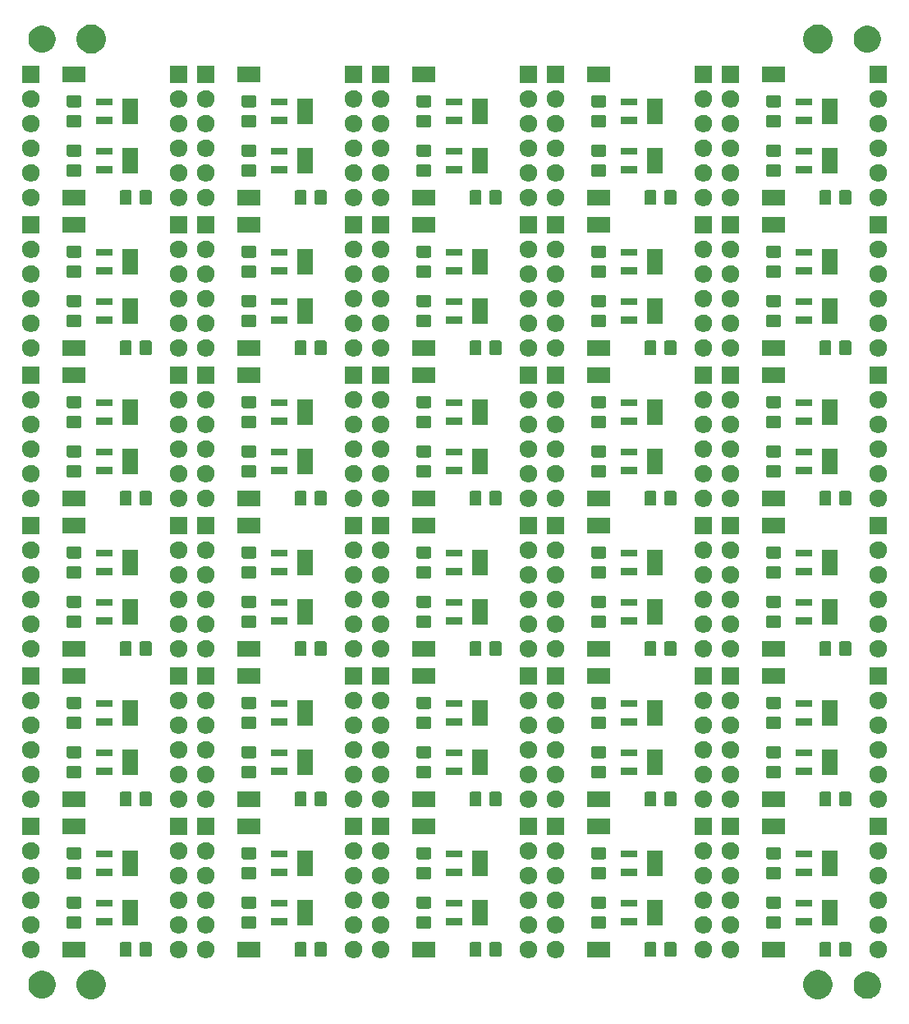
<source format=gts>
G04 #@! TF.GenerationSoftware,KiCad,Pcbnew,(5.1.5)-3*
G04 #@! TF.CreationDate,2019-12-30T22:26:53-08:00*
G04 #@! TF.ProjectId,hc05-adapter-panel,68633035-2d61-4646-9170-7465722d7061,A*
G04 #@! TF.SameCoordinates,Original*
G04 #@! TF.FileFunction,Soldermask,Top*
G04 #@! TF.FilePolarity,Negative*
%FSLAX46Y46*%
G04 Gerber Fmt 4.6, Leading zero omitted, Abs format (unit mm)*
G04 Created by KiCad (PCBNEW (5.1.5)-3) date 2019-12-30 22:26:53*
%MOMM*%
%LPD*%
G04 APERTURE LIST*
%ADD10C,0.100000*%
G04 APERTURE END LIST*
D10*
G36*
X183190534Y-137305144D02*
G01*
X183463517Y-137418217D01*
X183709194Y-137582374D01*
X183918126Y-137791306D01*
X184082283Y-138036983D01*
X184195356Y-138309966D01*
X184253000Y-138599763D01*
X184253000Y-138895237D01*
X184195356Y-139185034D01*
X184082283Y-139458017D01*
X183918126Y-139703694D01*
X183709194Y-139912626D01*
X183463517Y-140076783D01*
X183190534Y-140189856D01*
X182900737Y-140247500D01*
X182605263Y-140247500D01*
X182315466Y-140189856D01*
X182042483Y-140076783D01*
X181796806Y-139912626D01*
X181587874Y-139703694D01*
X181423717Y-139458017D01*
X181310644Y-139185034D01*
X181253000Y-138895237D01*
X181253000Y-138599763D01*
X181310644Y-138309966D01*
X181423717Y-138036983D01*
X181587874Y-137791306D01*
X181796806Y-137582374D01*
X182042483Y-137418217D01*
X182315466Y-137305144D01*
X182605263Y-137247500D01*
X182900737Y-137247500D01*
X183190534Y-137305144D01*
G37*
G36*
X108260534Y-137305144D02*
G01*
X108533517Y-137418217D01*
X108779194Y-137582374D01*
X108988126Y-137791306D01*
X109152283Y-138036983D01*
X109265356Y-138309966D01*
X109323000Y-138599763D01*
X109323000Y-138895237D01*
X109265356Y-139185034D01*
X109152283Y-139458017D01*
X108988126Y-139703694D01*
X108779194Y-139912626D01*
X108533517Y-140076783D01*
X108260534Y-140189856D01*
X107970737Y-140247500D01*
X107675263Y-140247500D01*
X107385466Y-140189856D01*
X107112483Y-140076783D01*
X106866806Y-139912626D01*
X106657874Y-139703694D01*
X106493717Y-139458017D01*
X106380644Y-139185034D01*
X106323000Y-138895237D01*
X106323000Y-138599763D01*
X106380644Y-138309966D01*
X106493717Y-138036983D01*
X106657874Y-137791306D01*
X106866806Y-137582374D01*
X107112483Y-137418217D01*
X107385466Y-137305144D01*
X107675263Y-137247500D01*
X107970737Y-137247500D01*
X108260534Y-137305144D01*
G37*
G36*
X188241598Y-137464032D02*
G01*
X188496528Y-137569627D01*
X188725958Y-137722927D01*
X188921073Y-137918042D01*
X189074373Y-138147472D01*
X189179968Y-138402402D01*
X189233800Y-138673033D01*
X189233800Y-138948967D01*
X189179968Y-139219598D01*
X189074373Y-139474528D01*
X188921073Y-139703958D01*
X188725958Y-139899073D01*
X188496528Y-140052373D01*
X188241598Y-140157968D01*
X187970967Y-140211800D01*
X187695033Y-140211800D01*
X187424402Y-140157968D01*
X187169472Y-140052373D01*
X186940042Y-139899073D01*
X186744927Y-139703958D01*
X186591627Y-139474528D01*
X186486032Y-139219598D01*
X186432200Y-138948967D01*
X186432200Y-138673033D01*
X186486032Y-138402402D01*
X186591627Y-138147472D01*
X186744927Y-137918042D01*
X186940042Y-137722927D01*
X187169472Y-137569627D01*
X187424402Y-137464032D01*
X187695033Y-137410200D01*
X187970967Y-137410200D01*
X188241598Y-137464032D01*
G37*
G36*
X103151598Y-137400532D02*
G01*
X103406528Y-137506127D01*
X103635958Y-137659427D01*
X103831073Y-137854542D01*
X103984373Y-138083972D01*
X104089968Y-138338902D01*
X104143800Y-138609533D01*
X104143800Y-138885467D01*
X104089968Y-139156098D01*
X103984373Y-139411028D01*
X103831073Y-139640458D01*
X103635958Y-139835573D01*
X103406528Y-139988873D01*
X103151598Y-140094468D01*
X102880967Y-140148300D01*
X102605033Y-140148300D01*
X102334402Y-140094468D01*
X102079472Y-139988873D01*
X101850042Y-139835573D01*
X101654927Y-139640458D01*
X101501627Y-139411028D01*
X101396032Y-139156098D01*
X101342200Y-138885467D01*
X101342200Y-138609533D01*
X101396032Y-138338902D01*
X101501627Y-138083972D01*
X101654927Y-137854542D01*
X101850042Y-137659427D01*
X102079472Y-137506127D01*
X102334402Y-137400532D01*
X102605033Y-137346700D01*
X102880967Y-137346700D01*
X103151598Y-137400532D01*
G37*
G36*
X137930754Y-134261817D02*
G01*
X138094689Y-134329721D01*
X138242227Y-134428303D01*
X138367697Y-134553773D01*
X138466279Y-134701311D01*
X138534183Y-134865246D01*
X138568800Y-135039279D01*
X138568800Y-135216721D01*
X138534183Y-135390754D01*
X138466279Y-135554689D01*
X138367697Y-135702227D01*
X138242227Y-135827697D01*
X138094689Y-135926279D01*
X137930754Y-135994183D01*
X137756721Y-136028800D01*
X137579279Y-136028800D01*
X137405246Y-135994183D01*
X137241311Y-135926279D01*
X137093773Y-135827697D01*
X136968303Y-135702227D01*
X136869721Y-135554689D01*
X136801817Y-135390754D01*
X136767200Y-135216721D01*
X136767200Y-135039279D01*
X136801817Y-134865246D01*
X136869721Y-134701311D01*
X136968303Y-134553773D01*
X137093773Y-134428303D01*
X137241311Y-134329721D01*
X137405246Y-134261817D01*
X137579279Y-134227200D01*
X137756721Y-134227200D01*
X137930754Y-134261817D01*
G37*
G36*
X173998754Y-134261817D02*
G01*
X174162689Y-134329721D01*
X174310227Y-134428303D01*
X174435697Y-134553773D01*
X174534279Y-134701311D01*
X174602183Y-134865246D01*
X174636800Y-135039279D01*
X174636800Y-135216721D01*
X174602183Y-135390754D01*
X174534279Y-135554689D01*
X174435697Y-135702227D01*
X174310227Y-135827697D01*
X174162689Y-135926279D01*
X173998754Y-135994183D01*
X173824721Y-136028800D01*
X173647279Y-136028800D01*
X173473246Y-135994183D01*
X173309311Y-135926279D01*
X173161773Y-135827697D01*
X173036303Y-135702227D01*
X172937721Y-135554689D01*
X172869817Y-135390754D01*
X172835200Y-135216721D01*
X172835200Y-135039279D01*
X172869817Y-134865246D01*
X172937721Y-134701311D01*
X173036303Y-134553773D01*
X173161773Y-134428303D01*
X173309311Y-134329721D01*
X173473246Y-134261817D01*
X173647279Y-134227200D01*
X173824721Y-134227200D01*
X173998754Y-134261817D01*
G37*
G36*
X119896754Y-134261817D02*
G01*
X120060689Y-134329721D01*
X120208227Y-134428303D01*
X120333697Y-134553773D01*
X120432279Y-134701311D01*
X120500183Y-134865246D01*
X120534800Y-135039279D01*
X120534800Y-135216721D01*
X120500183Y-135390754D01*
X120432279Y-135554689D01*
X120333697Y-135702227D01*
X120208227Y-135827697D01*
X120060689Y-135926279D01*
X119896754Y-135994183D01*
X119722721Y-136028800D01*
X119545279Y-136028800D01*
X119371246Y-135994183D01*
X119207311Y-135926279D01*
X119059773Y-135827697D01*
X118934303Y-135702227D01*
X118835721Y-135554689D01*
X118767817Y-135390754D01*
X118733200Y-135216721D01*
X118733200Y-135039279D01*
X118767817Y-134865246D01*
X118835721Y-134701311D01*
X118934303Y-134553773D01*
X119059773Y-134428303D01*
X119207311Y-134329721D01*
X119371246Y-134261817D01*
X119545279Y-134227200D01*
X119722721Y-134227200D01*
X119896754Y-134261817D01*
G37*
G36*
X153170754Y-134261817D02*
G01*
X153334689Y-134329721D01*
X153482227Y-134428303D01*
X153607697Y-134553773D01*
X153706279Y-134701311D01*
X153774183Y-134865246D01*
X153808800Y-135039279D01*
X153808800Y-135216721D01*
X153774183Y-135390754D01*
X153706279Y-135554689D01*
X153607697Y-135702227D01*
X153482227Y-135827697D01*
X153334689Y-135926279D01*
X153170754Y-135994183D01*
X152996721Y-136028800D01*
X152819279Y-136028800D01*
X152645246Y-135994183D01*
X152481311Y-135926279D01*
X152333773Y-135827697D01*
X152208303Y-135702227D01*
X152109721Y-135554689D01*
X152041817Y-135390754D01*
X152007200Y-135216721D01*
X152007200Y-135039279D01*
X152041817Y-134865246D01*
X152109721Y-134701311D01*
X152208303Y-134553773D01*
X152333773Y-134428303D01*
X152481311Y-134329721D01*
X152645246Y-134261817D01*
X152819279Y-134227200D01*
X152996721Y-134227200D01*
X153170754Y-134261817D01*
G37*
G36*
X135136754Y-134261817D02*
G01*
X135300689Y-134329721D01*
X135448227Y-134428303D01*
X135573697Y-134553773D01*
X135672279Y-134701311D01*
X135740183Y-134865246D01*
X135774800Y-135039279D01*
X135774800Y-135216721D01*
X135740183Y-135390754D01*
X135672279Y-135554689D01*
X135573697Y-135702227D01*
X135448227Y-135827697D01*
X135300689Y-135926279D01*
X135136754Y-135994183D01*
X134962721Y-136028800D01*
X134785279Y-136028800D01*
X134611246Y-135994183D01*
X134447311Y-135926279D01*
X134299773Y-135827697D01*
X134174303Y-135702227D01*
X134075721Y-135554689D01*
X134007817Y-135390754D01*
X133973200Y-135216721D01*
X133973200Y-135039279D01*
X134007817Y-134865246D01*
X134075721Y-134701311D01*
X134174303Y-134553773D01*
X134299773Y-134428303D01*
X134447311Y-134329721D01*
X134611246Y-134261817D01*
X134785279Y-134227200D01*
X134962721Y-134227200D01*
X135136754Y-134261817D01*
G37*
G36*
X155964754Y-134261817D02*
G01*
X156128689Y-134329721D01*
X156276227Y-134428303D01*
X156401697Y-134553773D01*
X156500279Y-134701311D01*
X156568183Y-134865246D01*
X156602800Y-135039279D01*
X156602800Y-135216721D01*
X156568183Y-135390754D01*
X156500279Y-135554689D01*
X156401697Y-135702227D01*
X156276227Y-135827697D01*
X156128689Y-135926279D01*
X155964754Y-135994183D01*
X155790721Y-136028800D01*
X155613279Y-136028800D01*
X155439246Y-135994183D01*
X155275311Y-135926279D01*
X155127773Y-135827697D01*
X155002303Y-135702227D01*
X154903721Y-135554689D01*
X154835817Y-135390754D01*
X154801200Y-135216721D01*
X154801200Y-135039279D01*
X154835817Y-134865246D01*
X154903721Y-134701311D01*
X155002303Y-134553773D01*
X155127773Y-134428303D01*
X155275311Y-134329721D01*
X155439246Y-134261817D01*
X155613279Y-134227200D01*
X155790721Y-134227200D01*
X155964754Y-134261817D01*
G37*
G36*
X101862754Y-134261817D02*
G01*
X102026689Y-134329721D01*
X102174227Y-134428303D01*
X102299697Y-134553773D01*
X102398279Y-134701311D01*
X102466183Y-134865246D01*
X102500800Y-135039279D01*
X102500800Y-135216721D01*
X102466183Y-135390754D01*
X102398279Y-135554689D01*
X102299697Y-135702227D01*
X102174227Y-135827697D01*
X102026689Y-135926279D01*
X101862754Y-135994183D01*
X101688721Y-136028800D01*
X101511279Y-136028800D01*
X101337246Y-135994183D01*
X101173311Y-135926279D01*
X101025773Y-135827697D01*
X100900303Y-135702227D01*
X100801721Y-135554689D01*
X100733817Y-135390754D01*
X100699200Y-135216721D01*
X100699200Y-135039279D01*
X100733817Y-134865246D01*
X100801721Y-134701311D01*
X100900303Y-134553773D01*
X101025773Y-134428303D01*
X101173311Y-134329721D01*
X101337246Y-134261817D01*
X101511279Y-134227200D01*
X101688721Y-134227200D01*
X101862754Y-134261817D01*
G37*
G36*
X117102754Y-134261817D02*
G01*
X117266689Y-134329721D01*
X117414227Y-134428303D01*
X117539697Y-134553773D01*
X117638279Y-134701311D01*
X117706183Y-134865246D01*
X117740800Y-135039279D01*
X117740800Y-135216721D01*
X117706183Y-135390754D01*
X117638279Y-135554689D01*
X117539697Y-135702227D01*
X117414227Y-135827697D01*
X117266689Y-135926279D01*
X117102754Y-135994183D01*
X116928721Y-136028800D01*
X116751279Y-136028800D01*
X116577246Y-135994183D01*
X116413311Y-135926279D01*
X116265773Y-135827697D01*
X116140303Y-135702227D01*
X116041721Y-135554689D01*
X115973817Y-135390754D01*
X115939200Y-135216721D01*
X115939200Y-135039279D01*
X115973817Y-134865246D01*
X116041721Y-134701311D01*
X116140303Y-134553773D01*
X116265773Y-134428303D01*
X116413311Y-134329721D01*
X116577246Y-134261817D01*
X116751279Y-134227200D01*
X116928721Y-134227200D01*
X117102754Y-134261817D01*
G37*
G36*
X171204754Y-134261817D02*
G01*
X171368689Y-134329721D01*
X171516227Y-134428303D01*
X171641697Y-134553773D01*
X171740279Y-134701311D01*
X171808183Y-134865246D01*
X171842800Y-135039279D01*
X171842800Y-135216721D01*
X171808183Y-135390754D01*
X171740279Y-135554689D01*
X171641697Y-135702227D01*
X171516227Y-135827697D01*
X171368689Y-135926279D01*
X171204754Y-135994183D01*
X171030721Y-136028800D01*
X170853279Y-136028800D01*
X170679246Y-135994183D01*
X170515311Y-135926279D01*
X170367773Y-135827697D01*
X170242303Y-135702227D01*
X170143721Y-135554689D01*
X170075817Y-135390754D01*
X170041200Y-135216721D01*
X170041200Y-135039279D01*
X170075817Y-134865246D01*
X170143721Y-134701311D01*
X170242303Y-134553773D01*
X170367773Y-134428303D01*
X170515311Y-134329721D01*
X170679246Y-134261817D01*
X170853279Y-134227200D01*
X171030721Y-134227200D01*
X171204754Y-134261817D01*
G37*
G36*
X189238754Y-134261817D02*
G01*
X189402689Y-134329721D01*
X189550227Y-134428303D01*
X189675697Y-134553773D01*
X189774279Y-134701311D01*
X189842183Y-134865246D01*
X189876800Y-135039279D01*
X189876800Y-135216721D01*
X189842183Y-135390754D01*
X189774279Y-135554689D01*
X189675697Y-135702227D01*
X189550227Y-135827697D01*
X189402689Y-135926279D01*
X189238754Y-135994183D01*
X189064721Y-136028800D01*
X188887279Y-136028800D01*
X188713246Y-135994183D01*
X188549311Y-135926279D01*
X188401773Y-135827697D01*
X188276303Y-135702227D01*
X188177721Y-135554689D01*
X188109817Y-135390754D01*
X188075200Y-135216721D01*
X188075200Y-135039279D01*
X188109817Y-134865246D01*
X188177721Y-134701311D01*
X188276303Y-134553773D01*
X188401773Y-134428303D01*
X188549311Y-134329721D01*
X188713246Y-134261817D01*
X188887279Y-134227200D01*
X189064721Y-134227200D01*
X189238754Y-134261817D01*
G37*
G36*
X143302300Y-135925300D02*
G01*
X140900700Y-135925300D01*
X140900700Y-134323700D01*
X143302300Y-134323700D01*
X143302300Y-135925300D01*
G37*
G36*
X179370300Y-135925300D02*
G01*
X176968700Y-135925300D01*
X176968700Y-134323700D01*
X179370300Y-134323700D01*
X179370300Y-135925300D01*
G37*
G36*
X161336300Y-135925300D02*
G01*
X158934700Y-135925300D01*
X158934700Y-134323700D01*
X161336300Y-134323700D01*
X161336300Y-135925300D01*
G37*
G36*
X125268300Y-135925300D02*
G01*
X122866700Y-135925300D01*
X122866700Y-134323700D01*
X125268300Y-134323700D01*
X125268300Y-135925300D01*
G37*
G36*
X107234300Y-135925300D02*
G01*
X104832700Y-135925300D01*
X104832700Y-134323700D01*
X107234300Y-134323700D01*
X107234300Y-135925300D01*
G37*
G36*
X147905949Y-134378150D02*
G01*
X147943414Y-134389515D01*
X147977938Y-134407969D01*
X148008198Y-134432802D01*
X148033031Y-134463062D01*
X148051485Y-134497586D01*
X148062850Y-134535051D01*
X148067300Y-134580238D01*
X148067300Y-135668762D01*
X148062850Y-135713949D01*
X148051485Y-135751414D01*
X148033031Y-135785938D01*
X148008198Y-135816198D01*
X147977938Y-135841031D01*
X147943414Y-135859485D01*
X147905949Y-135870850D01*
X147860762Y-135875300D01*
X147022238Y-135875300D01*
X146977051Y-135870850D01*
X146939586Y-135859485D01*
X146905062Y-135841031D01*
X146874802Y-135816198D01*
X146849969Y-135785938D01*
X146831515Y-135751414D01*
X146820150Y-135713949D01*
X146815700Y-135668762D01*
X146815700Y-134580238D01*
X146820150Y-134535051D01*
X146831515Y-134497586D01*
X146849969Y-134463062D01*
X146874802Y-134432802D01*
X146905062Y-134407969D01*
X146939586Y-134389515D01*
X146977051Y-134378150D01*
X147022238Y-134373700D01*
X147860762Y-134373700D01*
X147905949Y-134378150D01*
G37*
G36*
X183973949Y-134378150D02*
G01*
X184011414Y-134389515D01*
X184045938Y-134407969D01*
X184076198Y-134432802D01*
X184101031Y-134463062D01*
X184119485Y-134497586D01*
X184130850Y-134535051D01*
X184135300Y-134580238D01*
X184135300Y-135668762D01*
X184130850Y-135713949D01*
X184119485Y-135751414D01*
X184101031Y-135785938D01*
X184076198Y-135816198D01*
X184045938Y-135841031D01*
X184011414Y-135859485D01*
X183973949Y-135870850D01*
X183928762Y-135875300D01*
X183090238Y-135875300D01*
X183045051Y-135870850D01*
X183007586Y-135859485D01*
X182973062Y-135841031D01*
X182942802Y-135816198D01*
X182917969Y-135785938D01*
X182899515Y-135751414D01*
X182888150Y-135713949D01*
X182883700Y-135668762D01*
X182883700Y-134580238D01*
X182888150Y-134535051D01*
X182899515Y-134497586D01*
X182917969Y-134463062D01*
X182942802Y-134432802D01*
X182973062Y-134407969D01*
X183007586Y-134389515D01*
X183045051Y-134378150D01*
X183090238Y-134373700D01*
X183928762Y-134373700D01*
X183973949Y-134378150D01*
G37*
G36*
X165939949Y-134378150D02*
G01*
X165977414Y-134389515D01*
X166011938Y-134407969D01*
X166042198Y-134432802D01*
X166067031Y-134463062D01*
X166085485Y-134497586D01*
X166096850Y-134535051D01*
X166101300Y-134580238D01*
X166101300Y-135668762D01*
X166096850Y-135713949D01*
X166085485Y-135751414D01*
X166067031Y-135785938D01*
X166042198Y-135816198D01*
X166011938Y-135841031D01*
X165977414Y-135859485D01*
X165939949Y-135870850D01*
X165894762Y-135875300D01*
X165056238Y-135875300D01*
X165011051Y-135870850D01*
X164973586Y-135859485D01*
X164939062Y-135841031D01*
X164908802Y-135816198D01*
X164883969Y-135785938D01*
X164865515Y-135751414D01*
X164854150Y-135713949D01*
X164849700Y-135668762D01*
X164849700Y-134580238D01*
X164854150Y-134535051D01*
X164865515Y-134497586D01*
X164883969Y-134463062D01*
X164908802Y-134432802D01*
X164939062Y-134407969D01*
X164973586Y-134389515D01*
X165011051Y-134378150D01*
X165056238Y-134373700D01*
X165894762Y-134373700D01*
X165939949Y-134378150D01*
G37*
G36*
X186023949Y-134378150D02*
G01*
X186061414Y-134389515D01*
X186095938Y-134407969D01*
X186126198Y-134432802D01*
X186151031Y-134463062D01*
X186169485Y-134497586D01*
X186180850Y-134535051D01*
X186185300Y-134580238D01*
X186185300Y-135668762D01*
X186180850Y-135713949D01*
X186169485Y-135751414D01*
X186151031Y-135785938D01*
X186126198Y-135816198D01*
X186095938Y-135841031D01*
X186061414Y-135859485D01*
X186023949Y-135870850D01*
X185978762Y-135875300D01*
X185140238Y-135875300D01*
X185095051Y-135870850D01*
X185057586Y-135859485D01*
X185023062Y-135841031D01*
X184992802Y-135816198D01*
X184967969Y-135785938D01*
X184949515Y-135751414D01*
X184938150Y-135713949D01*
X184933700Y-135668762D01*
X184933700Y-134580238D01*
X184938150Y-134535051D01*
X184949515Y-134497586D01*
X184967969Y-134463062D01*
X184992802Y-134432802D01*
X185023062Y-134407969D01*
X185057586Y-134389515D01*
X185095051Y-134378150D01*
X185140238Y-134373700D01*
X185978762Y-134373700D01*
X186023949Y-134378150D01*
G37*
G36*
X167989949Y-134378150D02*
G01*
X168027414Y-134389515D01*
X168061938Y-134407969D01*
X168092198Y-134432802D01*
X168117031Y-134463062D01*
X168135485Y-134497586D01*
X168146850Y-134535051D01*
X168151300Y-134580238D01*
X168151300Y-135668762D01*
X168146850Y-135713949D01*
X168135485Y-135751414D01*
X168117031Y-135785938D01*
X168092198Y-135816198D01*
X168061938Y-135841031D01*
X168027414Y-135859485D01*
X167989949Y-135870850D01*
X167944762Y-135875300D01*
X167106238Y-135875300D01*
X167061051Y-135870850D01*
X167023586Y-135859485D01*
X166989062Y-135841031D01*
X166958802Y-135816198D01*
X166933969Y-135785938D01*
X166915515Y-135751414D01*
X166904150Y-135713949D01*
X166899700Y-135668762D01*
X166899700Y-134580238D01*
X166904150Y-134535051D01*
X166915515Y-134497586D01*
X166933969Y-134463062D01*
X166958802Y-134432802D01*
X166989062Y-134407969D01*
X167023586Y-134389515D01*
X167061051Y-134378150D01*
X167106238Y-134373700D01*
X167944762Y-134373700D01*
X167989949Y-134378150D01*
G37*
G36*
X129871949Y-134378150D02*
G01*
X129909414Y-134389515D01*
X129943938Y-134407969D01*
X129974198Y-134432802D01*
X129999031Y-134463062D01*
X130017485Y-134497586D01*
X130028850Y-134535051D01*
X130033300Y-134580238D01*
X130033300Y-135668762D01*
X130028850Y-135713949D01*
X130017485Y-135751414D01*
X129999031Y-135785938D01*
X129974198Y-135816198D01*
X129943938Y-135841031D01*
X129909414Y-135859485D01*
X129871949Y-135870850D01*
X129826762Y-135875300D01*
X128988238Y-135875300D01*
X128943051Y-135870850D01*
X128905586Y-135859485D01*
X128871062Y-135841031D01*
X128840802Y-135816198D01*
X128815969Y-135785938D01*
X128797515Y-135751414D01*
X128786150Y-135713949D01*
X128781700Y-135668762D01*
X128781700Y-134580238D01*
X128786150Y-134535051D01*
X128797515Y-134497586D01*
X128815969Y-134463062D01*
X128840802Y-134432802D01*
X128871062Y-134407969D01*
X128905586Y-134389515D01*
X128943051Y-134378150D01*
X128988238Y-134373700D01*
X129826762Y-134373700D01*
X129871949Y-134378150D01*
G37*
G36*
X131921949Y-134378150D02*
G01*
X131959414Y-134389515D01*
X131993938Y-134407969D01*
X132024198Y-134432802D01*
X132049031Y-134463062D01*
X132067485Y-134497586D01*
X132078850Y-134535051D01*
X132083300Y-134580238D01*
X132083300Y-135668762D01*
X132078850Y-135713949D01*
X132067485Y-135751414D01*
X132049031Y-135785938D01*
X132024198Y-135816198D01*
X131993938Y-135841031D01*
X131959414Y-135859485D01*
X131921949Y-135870850D01*
X131876762Y-135875300D01*
X131038238Y-135875300D01*
X130993051Y-135870850D01*
X130955586Y-135859485D01*
X130921062Y-135841031D01*
X130890802Y-135816198D01*
X130865969Y-135785938D01*
X130847515Y-135751414D01*
X130836150Y-135713949D01*
X130831700Y-135668762D01*
X130831700Y-134580238D01*
X130836150Y-134535051D01*
X130847515Y-134497586D01*
X130865969Y-134463062D01*
X130890802Y-134432802D01*
X130921062Y-134407969D01*
X130955586Y-134389515D01*
X130993051Y-134378150D01*
X131038238Y-134373700D01*
X131876762Y-134373700D01*
X131921949Y-134378150D01*
G37*
G36*
X111837949Y-134378150D02*
G01*
X111875414Y-134389515D01*
X111909938Y-134407969D01*
X111940198Y-134432802D01*
X111965031Y-134463062D01*
X111983485Y-134497586D01*
X111994850Y-134535051D01*
X111999300Y-134580238D01*
X111999300Y-135668762D01*
X111994850Y-135713949D01*
X111983485Y-135751414D01*
X111965031Y-135785938D01*
X111940198Y-135816198D01*
X111909938Y-135841031D01*
X111875414Y-135859485D01*
X111837949Y-135870850D01*
X111792762Y-135875300D01*
X110954238Y-135875300D01*
X110909051Y-135870850D01*
X110871586Y-135859485D01*
X110837062Y-135841031D01*
X110806802Y-135816198D01*
X110781969Y-135785938D01*
X110763515Y-135751414D01*
X110752150Y-135713949D01*
X110747700Y-135668762D01*
X110747700Y-134580238D01*
X110752150Y-134535051D01*
X110763515Y-134497586D01*
X110781969Y-134463062D01*
X110806802Y-134432802D01*
X110837062Y-134407969D01*
X110871586Y-134389515D01*
X110909051Y-134378150D01*
X110954238Y-134373700D01*
X111792762Y-134373700D01*
X111837949Y-134378150D01*
G37*
G36*
X113887949Y-134378150D02*
G01*
X113925414Y-134389515D01*
X113959938Y-134407969D01*
X113990198Y-134432802D01*
X114015031Y-134463062D01*
X114033485Y-134497586D01*
X114044850Y-134535051D01*
X114049300Y-134580238D01*
X114049300Y-135668762D01*
X114044850Y-135713949D01*
X114033485Y-135751414D01*
X114015031Y-135785938D01*
X113990198Y-135816198D01*
X113959938Y-135841031D01*
X113925414Y-135859485D01*
X113887949Y-135870850D01*
X113842762Y-135875300D01*
X113004238Y-135875300D01*
X112959051Y-135870850D01*
X112921586Y-135859485D01*
X112887062Y-135841031D01*
X112856802Y-135816198D01*
X112831969Y-135785938D01*
X112813515Y-135751414D01*
X112802150Y-135713949D01*
X112797700Y-135668762D01*
X112797700Y-134580238D01*
X112802150Y-134535051D01*
X112813515Y-134497586D01*
X112831969Y-134463062D01*
X112856802Y-134432802D01*
X112887062Y-134407969D01*
X112921586Y-134389515D01*
X112959051Y-134378150D01*
X113004238Y-134373700D01*
X113842762Y-134373700D01*
X113887949Y-134378150D01*
G37*
G36*
X149955949Y-134378150D02*
G01*
X149993414Y-134389515D01*
X150027938Y-134407969D01*
X150058198Y-134432802D01*
X150083031Y-134463062D01*
X150101485Y-134497586D01*
X150112850Y-134535051D01*
X150117300Y-134580238D01*
X150117300Y-135668762D01*
X150112850Y-135713949D01*
X150101485Y-135751414D01*
X150083031Y-135785938D01*
X150058198Y-135816198D01*
X150027938Y-135841031D01*
X149993414Y-135859485D01*
X149955949Y-135870850D01*
X149910762Y-135875300D01*
X149072238Y-135875300D01*
X149027051Y-135870850D01*
X148989586Y-135859485D01*
X148955062Y-135841031D01*
X148924802Y-135816198D01*
X148899969Y-135785938D01*
X148881515Y-135751414D01*
X148870150Y-135713949D01*
X148865700Y-135668762D01*
X148865700Y-134580238D01*
X148870150Y-134535051D01*
X148881515Y-134497586D01*
X148899969Y-134463062D01*
X148924802Y-134432802D01*
X148955062Y-134407969D01*
X148989586Y-134389515D01*
X149027051Y-134378150D01*
X149072238Y-134373700D01*
X149910762Y-134373700D01*
X149955949Y-134378150D01*
G37*
G36*
X117102754Y-131721817D02*
G01*
X117266689Y-131789721D01*
X117414227Y-131888303D01*
X117539697Y-132013773D01*
X117638279Y-132161311D01*
X117706183Y-132325246D01*
X117740800Y-132499279D01*
X117740800Y-132676721D01*
X117706183Y-132850754D01*
X117638279Y-133014689D01*
X117539697Y-133162227D01*
X117414227Y-133287697D01*
X117266689Y-133386279D01*
X117102754Y-133454183D01*
X116928721Y-133488800D01*
X116751279Y-133488800D01*
X116577246Y-133454183D01*
X116413311Y-133386279D01*
X116265773Y-133287697D01*
X116140303Y-133162227D01*
X116041721Y-133014689D01*
X115973817Y-132850754D01*
X115939200Y-132676721D01*
X115939200Y-132499279D01*
X115973817Y-132325246D01*
X116041721Y-132161311D01*
X116140303Y-132013773D01*
X116265773Y-131888303D01*
X116413311Y-131789721D01*
X116577246Y-131721817D01*
X116751279Y-131687200D01*
X116928721Y-131687200D01*
X117102754Y-131721817D01*
G37*
G36*
X135136754Y-131721817D02*
G01*
X135300689Y-131789721D01*
X135448227Y-131888303D01*
X135573697Y-132013773D01*
X135672279Y-132161311D01*
X135740183Y-132325246D01*
X135774800Y-132499279D01*
X135774800Y-132676721D01*
X135740183Y-132850754D01*
X135672279Y-133014689D01*
X135573697Y-133162227D01*
X135448227Y-133287697D01*
X135300689Y-133386279D01*
X135136754Y-133454183D01*
X134962721Y-133488800D01*
X134785279Y-133488800D01*
X134611246Y-133454183D01*
X134447311Y-133386279D01*
X134299773Y-133287697D01*
X134174303Y-133162227D01*
X134075721Y-133014689D01*
X134007817Y-132850754D01*
X133973200Y-132676721D01*
X133973200Y-132499279D01*
X134007817Y-132325246D01*
X134075721Y-132161311D01*
X134174303Y-132013773D01*
X134299773Y-131888303D01*
X134447311Y-131789721D01*
X134611246Y-131721817D01*
X134785279Y-131687200D01*
X134962721Y-131687200D01*
X135136754Y-131721817D01*
G37*
G36*
X153170754Y-131721817D02*
G01*
X153334689Y-131789721D01*
X153482227Y-131888303D01*
X153607697Y-132013773D01*
X153706279Y-132161311D01*
X153774183Y-132325246D01*
X153808800Y-132499279D01*
X153808800Y-132676721D01*
X153774183Y-132850754D01*
X153706279Y-133014689D01*
X153607697Y-133162227D01*
X153482227Y-133287697D01*
X153334689Y-133386279D01*
X153170754Y-133454183D01*
X152996721Y-133488800D01*
X152819279Y-133488800D01*
X152645246Y-133454183D01*
X152481311Y-133386279D01*
X152333773Y-133287697D01*
X152208303Y-133162227D01*
X152109721Y-133014689D01*
X152041817Y-132850754D01*
X152007200Y-132676721D01*
X152007200Y-132499279D01*
X152041817Y-132325246D01*
X152109721Y-132161311D01*
X152208303Y-132013773D01*
X152333773Y-131888303D01*
X152481311Y-131789721D01*
X152645246Y-131721817D01*
X152819279Y-131687200D01*
X152996721Y-131687200D01*
X153170754Y-131721817D01*
G37*
G36*
X171204754Y-131721817D02*
G01*
X171368689Y-131789721D01*
X171516227Y-131888303D01*
X171641697Y-132013773D01*
X171740279Y-132161311D01*
X171808183Y-132325246D01*
X171842800Y-132499279D01*
X171842800Y-132676721D01*
X171808183Y-132850754D01*
X171740279Y-133014689D01*
X171641697Y-133162227D01*
X171516227Y-133287697D01*
X171368689Y-133386279D01*
X171204754Y-133454183D01*
X171030721Y-133488800D01*
X170853279Y-133488800D01*
X170679246Y-133454183D01*
X170515311Y-133386279D01*
X170367773Y-133287697D01*
X170242303Y-133162227D01*
X170143721Y-133014689D01*
X170075817Y-132850754D01*
X170041200Y-132676721D01*
X170041200Y-132499279D01*
X170075817Y-132325246D01*
X170143721Y-132161311D01*
X170242303Y-132013773D01*
X170367773Y-131888303D01*
X170515311Y-131789721D01*
X170679246Y-131721817D01*
X170853279Y-131687200D01*
X171030721Y-131687200D01*
X171204754Y-131721817D01*
G37*
G36*
X189238754Y-131721817D02*
G01*
X189402689Y-131789721D01*
X189550227Y-131888303D01*
X189675697Y-132013773D01*
X189774279Y-132161311D01*
X189842183Y-132325246D01*
X189876800Y-132499279D01*
X189876800Y-132676721D01*
X189842183Y-132850754D01*
X189774279Y-133014689D01*
X189675697Y-133162227D01*
X189550227Y-133287697D01*
X189402689Y-133386279D01*
X189238754Y-133454183D01*
X189064721Y-133488800D01*
X188887279Y-133488800D01*
X188713246Y-133454183D01*
X188549311Y-133386279D01*
X188401773Y-133287697D01*
X188276303Y-133162227D01*
X188177721Y-133014689D01*
X188109817Y-132850754D01*
X188075200Y-132676721D01*
X188075200Y-132499279D01*
X188109817Y-132325246D01*
X188177721Y-132161311D01*
X188276303Y-132013773D01*
X188401773Y-131888303D01*
X188549311Y-131789721D01*
X188713246Y-131721817D01*
X188887279Y-131687200D01*
X189064721Y-131687200D01*
X189238754Y-131721817D01*
G37*
G36*
X101862754Y-131721817D02*
G01*
X102026689Y-131789721D01*
X102174227Y-131888303D01*
X102299697Y-132013773D01*
X102398279Y-132161311D01*
X102466183Y-132325246D01*
X102500800Y-132499279D01*
X102500800Y-132676721D01*
X102466183Y-132850754D01*
X102398279Y-133014689D01*
X102299697Y-133162227D01*
X102174227Y-133287697D01*
X102026689Y-133386279D01*
X101862754Y-133454183D01*
X101688721Y-133488800D01*
X101511279Y-133488800D01*
X101337246Y-133454183D01*
X101173311Y-133386279D01*
X101025773Y-133287697D01*
X100900303Y-133162227D01*
X100801721Y-133014689D01*
X100733817Y-132850754D01*
X100699200Y-132676721D01*
X100699200Y-132499279D01*
X100733817Y-132325246D01*
X100801721Y-132161311D01*
X100900303Y-132013773D01*
X101025773Y-131888303D01*
X101173311Y-131789721D01*
X101337246Y-131721817D01*
X101511279Y-131687200D01*
X101688721Y-131687200D01*
X101862754Y-131721817D01*
G37*
G36*
X119896754Y-131721817D02*
G01*
X120060689Y-131789721D01*
X120208227Y-131888303D01*
X120333697Y-132013773D01*
X120432279Y-132161311D01*
X120500183Y-132325246D01*
X120534800Y-132499279D01*
X120534800Y-132676721D01*
X120500183Y-132850754D01*
X120432279Y-133014689D01*
X120333697Y-133162227D01*
X120208227Y-133287697D01*
X120060689Y-133386279D01*
X119896754Y-133454183D01*
X119722721Y-133488800D01*
X119545279Y-133488800D01*
X119371246Y-133454183D01*
X119207311Y-133386279D01*
X119059773Y-133287697D01*
X118934303Y-133162227D01*
X118835721Y-133014689D01*
X118767817Y-132850754D01*
X118733200Y-132676721D01*
X118733200Y-132499279D01*
X118767817Y-132325246D01*
X118835721Y-132161311D01*
X118934303Y-132013773D01*
X119059773Y-131888303D01*
X119207311Y-131789721D01*
X119371246Y-131721817D01*
X119545279Y-131687200D01*
X119722721Y-131687200D01*
X119896754Y-131721817D01*
G37*
G36*
X137930754Y-131721817D02*
G01*
X138094689Y-131789721D01*
X138242227Y-131888303D01*
X138367697Y-132013773D01*
X138466279Y-132161311D01*
X138534183Y-132325246D01*
X138568800Y-132499279D01*
X138568800Y-132676721D01*
X138534183Y-132850754D01*
X138466279Y-133014689D01*
X138367697Y-133162227D01*
X138242227Y-133287697D01*
X138094689Y-133386279D01*
X137930754Y-133454183D01*
X137756721Y-133488800D01*
X137579279Y-133488800D01*
X137405246Y-133454183D01*
X137241311Y-133386279D01*
X137093773Y-133287697D01*
X136968303Y-133162227D01*
X136869721Y-133014689D01*
X136801817Y-132850754D01*
X136767200Y-132676721D01*
X136767200Y-132499279D01*
X136801817Y-132325246D01*
X136869721Y-132161311D01*
X136968303Y-132013773D01*
X137093773Y-131888303D01*
X137241311Y-131789721D01*
X137405246Y-131721817D01*
X137579279Y-131687200D01*
X137756721Y-131687200D01*
X137930754Y-131721817D01*
G37*
G36*
X173998754Y-131721817D02*
G01*
X174162689Y-131789721D01*
X174310227Y-131888303D01*
X174435697Y-132013773D01*
X174534279Y-132161311D01*
X174602183Y-132325246D01*
X174636800Y-132499279D01*
X174636800Y-132676721D01*
X174602183Y-132850754D01*
X174534279Y-133014689D01*
X174435697Y-133162227D01*
X174310227Y-133287697D01*
X174162689Y-133386279D01*
X173998754Y-133454183D01*
X173824721Y-133488800D01*
X173647279Y-133488800D01*
X173473246Y-133454183D01*
X173309311Y-133386279D01*
X173161773Y-133287697D01*
X173036303Y-133162227D01*
X172937721Y-133014689D01*
X172869817Y-132850754D01*
X172835200Y-132676721D01*
X172835200Y-132499279D01*
X172869817Y-132325246D01*
X172937721Y-132161311D01*
X173036303Y-132013773D01*
X173161773Y-131888303D01*
X173309311Y-131789721D01*
X173473246Y-131721817D01*
X173647279Y-131687200D01*
X173824721Y-131687200D01*
X173998754Y-131721817D01*
G37*
G36*
X155964754Y-131721817D02*
G01*
X156128689Y-131789721D01*
X156276227Y-131888303D01*
X156401697Y-132013773D01*
X156500279Y-132161311D01*
X156568183Y-132325246D01*
X156602800Y-132499279D01*
X156602800Y-132676721D01*
X156568183Y-132850754D01*
X156500279Y-133014689D01*
X156401697Y-133162227D01*
X156276227Y-133287697D01*
X156128689Y-133386279D01*
X155964754Y-133454183D01*
X155790721Y-133488800D01*
X155613279Y-133488800D01*
X155439246Y-133454183D01*
X155275311Y-133386279D01*
X155127773Y-133287697D01*
X155002303Y-133162227D01*
X154903721Y-133014689D01*
X154835817Y-132850754D01*
X154801200Y-132676721D01*
X154801200Y-132499279D01*
X154835817Y-132325246D01*
X154903721Y-132161311D01*
X155002303Y-132013773D01*
X155127773Y-131888303D01*
X155275311Y-131789721D01*
X155439246Y-131721817D01*
X155613279Y-131687200D01*
X155790721Y-131687200D01*
X155964754Y-131721817D01*
G37*
G36*
X142705949Y-131718150D02*
G01*
X142743414Y-131729515D01*
X142777938Y-131747969D01*
X142808198Y-131772802D01*
X142833031Y-131803062D01*
X142851485Y-131837586D01*
X142862850Y-131875051D01*
X142867300Y-131920238D01*
X142867300Y-132758762D01*
X142862850Y-132803949D01*
X142851485Y-132841414D01*
X142833031Y-132875938D01*
X142808198Y-132906198D01*
X142777938Y-132931031D01*
X142743414Y-132949485D01*
X142705949Y-132960850D01*
X142660762Y-132965300D01*
X141572238Y-132965300D01*
X141527051Y-132960850D01*
X141489586Y-132949485D01*
X141455062Y-132931031D01*
X141424802Y-132906198D01*
X141399969Y-132875938D01*
X141381515Y-132841414D01*
X141370150Y-132803949D01*
X141365700Y-132758762D01*
X141365700Y-131920238D01*
X141370150Y-131875051D01*
X141381515Y-131837586D01*
X141399969Y-131803062D01*
X141424802Y-131772802D01*
X141455062Y-131747969D01*
X141489586Y-131729515D01*
X141527051Y-131718150D01*
X141572238Y-131713700D01*
X142660762Y-131713700D01*
X142705949Y-131718150D01*
G37*
G36*
X178773949Y-131718150D02*
G01*
X178811414Y-131729515D01*
X178845938Y-131747969D01*
X178876198Y-131772802D01*
X178901031Y-131803062D01*
X178919485Y-131837586D01*
X178930850Y-131875051D01*
X178935300Y-131920238D01*
X178935300Y-132758762D01*
X178930850Y-132803949D01*
X178919485Y-132841414D01*
X178901031Y-132875938D01*
X178876198Y-132906198D01*
X178845938Y-132931031D01*
X178811414Y-132949485D01*
X178773949Y-132960850D01*
X178728762Y-132965300D01*
X177640238Y-132965300D01*
X177595051Y-132960850D01*
X177557586Y-132949485D01*
X177523062Y-132931031D01*
X177492802Y-132906198D01*
X177467969Y-132875938D01*
X177449515Y-132841414D01*
X177438150Y-132803949D01*
X177433700Y-132758762D01*
X177433700Y-131920238D01*
X177438150Y-131875051D01*
X177449515Y-131837586D01*
X177467969Y-131803062D01*
X177492802Y-131772802D01*
X177523062Y-131747969D01*
X177557586Y-131729515D01*
X177595051Y-131718150D01*
X177640238Y-131713700D01*
X178728762Y-131713700D01*
X178773949Y-131718150D01*
G37*
G36*
X106637949Y-131718150D02*
G01*
X106675414Y-131729515D01*
X106709938Y-131747969D01*
X106740198Y-131772802D01*
X106765031Y-131803062D01*
X106783485Y-131837586D01*
X106794850Y-131875051D01*
X106799300Y-131920238D01*
X106799300Y-132758762D01*
X106794850Y-132803949D01*
X106783485Y-132841414D01*
X106765031Y-132875938D01*
X106740198Y-132906198D01*
X106709938Y-132931031D01*
X106675414Y-132949485D01*
X106637949Y-132960850D01*
X106592762Y-132965300D01*
X105504238Y-132965300D01*
X105459051Y-132960850D01*
X105421586Y-132949485D01*
X105387062Y-132931031D01*
X105356802Y-132906198D01*
X105331969Y-132875938D01*
X105313515Y-132841414D01*
X105302150Y-132803949D01*
X105297700Y-132758762D01*
X105297700Y-131920238D01*
X105302150Y-131875051D01*
X105313515Y-131837586D01*
X105331969Y-131803062D01*
X105356802Y-131772802D01*
X105387062Y-131747969D01*
X105421586Y-131729515D01*
X105459051Y-131718150D01*
X105504238Y-131713700D01*
X106592762Y-131713700D01*
X106637949Y-131718150D01*
G37*
G36*
X124671949Y-131718150D02*
G01*
X124709414Y-131729515D01*
X124743938Y-131747969D01*
X124774198Y-131772802D01*
X124799031Y-131803062D01*
X124817485Y-131837586D01*
X124828850Y-131875051D01*
X124833300Y-131920238D01*
X124833300Y-132758762D01*
X124828850Y-132803949D01*
X124817485Y-132841414D01*
X124799031Y-132875938D01*
X124774198Y-132906198D01*
X124743938Y-132931031D01*
X124709414Y-132949485D01*
X124671949Y-132960850D01*
X124626762Y-132965300D01*
X123538238Y-132965300D01*
X123493051Y-132960850D01*
X123455586Y-132949485D01*
X123421062Y-132931031D01*
X123390802Y-132906198D01*
X123365969Y-132875938D01*
X123347515Y-132841414D01*
X123336150Y-132803949D01*
X123331700Y-132758762D01*
X123331700Y-131920238D01*
X123336150Y-131875051D01*
X123347515Y-131837586D01*
X123365969Y-131803062D01*
X123390802Y-131772802D01*
X123421062Y-131747969D01*
X123455586Y-131729515D01*
X123493051Y-131718150D01*
X123538238Y-131713700D01*
X124626762Y-131713700D01*
X124671949Y-131718150D01*
G37*
G36*
X160739949Y-131718150D02*
G01*
X160777414Y-131729515D01*
X160811938Y-131747969D01*
X160842198Y-131772802D01*
X160867031Y-131803062D01*
X160885485Y-131837586D01*
X160896850Y-131875051D01*
X160901300Y-131920238D01*
X160901300Y-132758762D01*
X160896850Y-132803949D01*
X160885485Y-132841414D01*
X160867031Y-132875938D01*
X160842198Y-132906198D01*
X160811938Y-132931031D01*
X160777414Y-132949485D01*
X160739949Y-132960850D01*
X160694762Y-132965300D01*
X159606238Y-132965300D01*
X159561051Y-132960850D01*
X159523586Y-132949485D01*
X159489062Y-132931031D01*
X159458802Y-132906198D01*
X159433969Y-132875938D01*
X159415515Y-132841414D01*
X159404150Y-132803949D01*
X159399700Y-132758762D01*
X159399700Y-131920238D01*
X159404150Y-131875051D01*
X159415515Y-131837586D01*
X159433969Y-131803062D01*
X159458802Y-131772802D01*
X159489062Y-131747969D01*
X159523586Y-131729515D01*
X159561051Y-131718150D01*
X159606238Y-131713700D01*
X160694762Y-131713700D01*
X160739949Y-131718150D01*
G37*
G36*
X182110300Y-132640300D02*
G01*
X180448700Y-132640300D01*
X180448700Y-131888700D01*
X182110300Y-131888700D01*
X182110300Y-132640300D01*
G37*
G36*
X164076300Y-132640300D02*
G01*
X162414700Y-132640300D01*
X162414700Y-131888700D01*
X164076300Y-131888700D01*
X164076300Y-132640300D01*
G37*
G36*
X109974300Y-132640300D02*
G01*
X108312700Y-132640300D01*
X108312700Y-131888700D01*
X109974300Y-131888700D01*
X109974300Y-132640300D01*
G37*
G36*
X112674300Y-132640300D02*
G01*
X111012700Y-132640300D01*
X111012700Y-129988700D01*
X112674300Y-129988700D01*
X112674300Y-132640300D01*
G37*
G36*
X130708300Y-132640300D02*
G01*
X129046700Y-132640300D01*
X129046700Y-129988700D01*
X130708300Y-129988700D01*
X130708300Y-132640300D01*
G37*
G36*
X148742300Y-132640300D02*
G01*
X147080700Y-132640300D01*
X147080700Y-129988700D01*
X148742300Y-129988700D01*
X148742300Y-132640300D01*
G37*
G36*
X146042300Y-132640300D02*
G01*
X144380700Y-132640300D01*
X144380700Y-131888700D01*
X146042300Y-131888700D01*
X146042300Y-132640300D01*
G37*
G36*
X184810300Y-132640300D02*
G01*
X183148700Y-132640300D01*
X183148700Y-129988700D01*
X184810300Y-129988700D01*
X184810300Y-132640300D01*
G37*
G36*
X166776300Y-132640300D02*
G01*
X165114700Y-132640300D01*
X165114700Y-129988700D01*
X166776300Y-129988700D01*
X166776300Y-132640300D01*
G37*
G36*
X128008300Y-132640300D02*
G01*
X126346700Y-132640300D01*
X126346700Y-131888700D01*
X128008300Y-131888700D01*
X128008300Y-132640300D01*
G37*
G36*
X153170754Y-129181817D02*
G01*
X153334689Y-129249721D01*
X153482227Y-129348303D01*
X153607697Y-129473773D01*
X153706279Y-129621311D01*
X153774183Y-129785246D01*
X153808800Y-129959279D01*
X153808800Y-130136721D01*
X153774183Y-130310754D01*
X153706279Y-130474689D01*
X153607697Y-130622227D01*
X153482227Y-130747697D01*
X153334689Y-130846279D01*
X153170754Y-130914183D01*
X152996721Y-130948800D01*
X152819279Y-130948800D01*
X152645246Y-130914183D01*
X152481311Y-130846279D01*
X152333773Y-130747697D01*
X152208303Y-130622227D01*
X152109721Y-130474689D01*
X152041817Y-130310754D01*
X152007200Y-130136721D01*
X152007200Y-129959279D01*
X152041817Y-129785246D01*
X152109721Y-129621311D01*
X152208303Y-129473773D01*
X152333773Y-129348303D01*
X152481311Y-129249721D01*
X152645246Y-129181817D01*
X152819279Y-129147200D01*
X152996721Y-129147200D01*
X153170754Y-129181817D01*
G37*
G36*
X189238754Y-129181817D02*
G01*
X189402689Y-129249721D01*
X189550227Y-129348303D01*
X189675697Y-129473773D01*
X189774279Y-129621311D01*
X189842183Y-129785246D01*
X189876800Y-129959279D01*
X189876800Y-130136721D01*
X189842183Y-130310754D01*
X189774279Y-130474689D01*
X189675697Y-130622227D01*
X189550227Y-130747697D01*
X189402689Y-130846279D01*
X189238754Y-130914183D01*
X189064721Y-130948800D01*
X188887279Y-130948800D01*
X188713246Y-130914183D01*
X188549311Y-130846279D01*
X188401773Y-130747697D01*
X188276303Y-130622227D01*
X188177721Y-130474689D01*
X188109817Y-130310754D01*
X188075200Y-130136721D01*
X188075200Y-129959279D01*
X188109817Y-129785246D01*
X188177721Y-129621311D01*
X188276303Y-129473773D01*
X188401773Y-129348303D01*
X188549311Y-129249721D01*
X188713246Y-129181817D01*
X188887279Y-129147200D01*
X189064721Y-129147200D01*
X189238754Y-129181817D01*
G37*
G36*
X171204754Y-129181817D02*
G01*
X171368689Y-129249721D01*
X171516227Y-129348303D01*
X171641697Y-129473773D01*
X171740279Y-129621311D01*
X171808183Y-129785246D01*
X171842800Y-129959279D01*
X171842800Y-130136721D01*
X171808183Y-130310754D01*
X171740279Y-130474689D01*
X171641697Y-130622227D01*
X171516227Y-130747697D01*
X171368689Y-130846279D01*
X171204754Y-130914183D01*
X171030721Y-130948800D01*
X170853279Y-130948800D01*
X170679246Y-130914183D01*
X170515311Y-130846279D01*
X170367773Y-130747697D01*
X170242303Y-130622227D01*
X170143721Y-130474689D01*
X170075817Y-130310754D01*
X170041200Y-130136721D01*
X170041200Y-129959279D01*
X170075817Y-129785246D01*
X170143721Y-129621311D01*
X170242303Y-129473773D01*
X170367773Y-129348303D01*
X170515311Y-129249721D01*
X170679246Y-129181817D01*
X170853279Y-129147200D01*
X171030721Y-129147200D01*
X171204754Y-129181817D01*
G37*
G36*
X155964754Y-129181817D02*
G01*
X156128689Y-129249721D01*
X156276227Y-129348303D01*
X156401697Y-129473773D01*
X156500279Y-129621311D01*
X156568183Y-129785246D01*
X156602800Y-129959279D01*
X156602800Y-130136721D01*
X156568183Y-130310754D01*
X156500279Y-130474689D01*
X156401697Y-130622227D01*
X156276227Y-130747697D01*
X156128689Y-130846279D01*
X155964754Y-130914183D01*
X155790721Y-130948800D01*
X155613279Y-130948800D01*
X155439246Y-130914183D01*
X155275311Y-130846279D01*
X155127773Y-130747697D01*
X155002303Y-130622227D01*
X154903721Y-130474689D01*
X154835817Y-130310754D01*
X154801200Y-130136721D01*
X154801200Y-129959279D01*
X154835817Y-129785246D01*
X154903721Y-129621311D01*
X155002303Y-129473773D01*
X155127773Y-129348303D01*
X155275311Y-129249721D01*
X155439246Y-129181817D01*
X155613279Y-129147200D01*
X155790721Y-129147200D01*
X155964754Y-129181817D01*
G37*
G36*
X173998754Y-129181817D02*
G01*
X174162689Y-129249721D01*
X174310227Y-129348303D01*
X174435697Y-129473773D01*
X174534279Y-129621311D01*
X174602183Y-129785246D01*
X174636800Y-129959279D01*
X174636800Y-130136721D01*
X174602183Y-130310754D01*
X174534279Y-130474689D01*
X174435697Y-130622227D01*
X174310227Y-130747697D01*
X174162689Y-130846279D01*
X173998754Y-130914183D01*
X173824721Y-130948800D01*
X173647279Y-130948800D01*
X173473246Y-130914183D01*
X173309311Y-130846279D01*
X173161773Y-130747697D01*
X173036303Y-130622227D01*
X172937721Y-130474689D01*
X172869817Y-130310754D01*
X172835200Y-130136721D01*
X172835200Y-129959279D01*
X172869817Y-129785246D01*
X172937721Y-129621311D01*
X173036303Y-129473773D01*
X173161773Y-129348303D01*
X173309311Y-129249721D01*
X173473246Y-129181817D01*
X173647279Y-129147200D01*
X173824721Y-129147200D01*
X173998754Y-129181817D01*
G37*
G36*
X101862754Y-129181817D02*
G01*
X102026689Y-129249721D01*
X102174227Y-129348303D01*
X102299697Y-129473773D01*
X102398279Y-129621311D01*
X102466183Y-129785246D01*
X102500800Y-129959279D01*
X102500800Y-130136721D01*
X102466183Y-130310754D01*
X102398279Y-130474689D01*
X102299697Y-130622227D01*
X102174227Y-130747697D01*
X102026689Y-130846279D01*
X101862754Y-130914183D01*
X101688721Y-130948800D01*
X101511279Y-130948800D01*
X101337246Y-130914183D01*
X101173311Y-130846279D01*
X101025773Y-130747697D01*
X100900303Y-130622227D01*
X100801721Y-130474689D01*
X100733817Y-130310754D01*
X100699200Y-130136721D01*
X100699200Y-129959279D01*
X100733817Y-129785246D01*
X100801721Y-129621311D01*
X100900303Y-129473773D01*
X101025773Y-129348303D01*
X101173311Y-129249721D01*
X101337246Y-129181817D01*
X101511279Y-129147200D01*
X101688721Y-129147200D01*
X101862754Y-129181817D01*
G37*
G36*
X137930754Y-129181817D02*
G01*
X138094689Y-129249721D01*
X138242227Y-129348303D01*
X138367697Y-129473773D01*
X138466279Y-129621311D01*
X138534183Y-129785246D01*
X138568800Y-129959279D01*
X138568800Y-130136721D01*
X138534183Y-130310754D01*
X138466279Y-130474689D01*
X138367697Y-130622227D01*
X138242227Y-130747697D01*
X138094689Y-130846279D01*
X137930754Y-130914183D01*
X137756721Y-130948800D01*
X137579279Y-130948800D01*
X137405246Y-130914183D01*
X137241311Y-130846279D01*
X137093773Y-130747697D01*
X136968303Y-130622227D01*
X136869721Y-130474689D01*
X136801817Y-130310754D01*
X136767200Y-130136721D01*
X136767200Y-129959279D01*
X136801817Y-129785246D01*
X136869721Y-129621311D01*
X136968303Y-129473773D01*
X137093773Y-129348303D01*
X137241311Y-129249721D01*
X137405246Y-129181817D01*
X137579279Y-129147200D01*
X137756721Y-129147200D01*
X137930754Y-129181817D01*
G37*
G36*
X135136754Y-129181817D02*
G01*
X135300689Y-129249721D01*
X135448227Y-129348303D01*
X135573697Y-129473773D01*
X135672279Y-129621311D01*
X135740183Y-129785246D01*
X135774800Y-129959279D01*
X135774800Y-130136721D01*
X135740183Y-130310754D01*
X135672279Y-130474689D01*
X135573697Y-130622227D01*
X135448227Y-130747697D01*
X135300689Y-130846279D01*
X135136754Y-130914183D01*
X134962721Y-130948800D01*
X134785279Y-130948800D01*
X134611246Y-130914183D01*
X134447311Y-130846279D01*
X134299773Y-130747697D01*
X134174303Y-130622227D01*
X134075721Y-130474689D01*
X134007817Y-130310754D01*
X133973200Y-130136721D01*
X133973200Y-129959279D01*
X134007817Y-129785246D01*
X134075721Y-129621311D01*
X134174303Y-129473773D01*
X134299773Y-129348303D01*
X134447311Y-129249721D01*
X134611246Y-129181817D01*
X134785279Y-129147200D01*
X134962721Y-129147200D01*
X135136754Y-129181817D01*
G37*
G36*
X119896754Y-129181817D02*
G01*
X120060689Y-129249721D01*
X120208227Y-129348303D01*
X120333697Y-129473773D01*
X120432279Y-129621311D01*
X120500183Y-129785246D01*
X120534800Y-129959279D01*
X120534800Y-130136721D01*
X120500183Y-130310754D01*
X120432279Y-130474689D01*
X120333697Y-130622227D01*
X120208227Y-130747697D01*
X120060689Y-130846279D01*
X119896754Y-130914183D01*
X119722721Y-130948800D01*
X119545279Y-130948800D01*
X119371246Y-130914183D01*
X119207311Y-130846279D01*
X119059773Y-130747697D01*
X118934303Y-130622227D01*
X118835721Y-130474689D01*
X118767817Y-130310754D01*
X118733200Y-130136721D01*
X118733200Y-129959279D01*
X118767817Y-129785246D01*
X118835721Y-129621311D01*
X118934303Y-129473773D01*
X119059773Y-129348303D01*
X119207311Y-129249721D01*
X119371246Y-129181817D01*
X119545279Y-129147200D01*
X119722721Y-129147200D01*
X119896754Y-129181817D01*
G37*
G36*
X117102754Y-129181817D02*
G01*
X117266689Y-129249721D01*
X117414227Y-129348303D01*
X117539697Y-129473773D01*
X117638279Y-129621311D01*
X117706183Y-129785246D01*
X117740800Y-129959279D01*
X117740800Y-130136721D01*
X117706183Y-130310754D01*
X117638279Y-130474689D01*
X117539697Y-130622227D01*
X117414227Y-130747697D01*
X117266689Y-130846279D01*
X117102754Y-130914183D01*
X116928721Y-130948800D01*
X116751279Y-130948800D01*
X116577246Y-130914183D01*
X116413311Y-130846279D01*
X116265773Y-130747697D01*
X116140303Y-130622227D01*
X116041721Y-130474689D01*
X115973817Y-130310754D01*
X115939200Y-130136721D01*
X115939200Y-129959279D01*
X115973817Y-129785246D01*
X116041721Y-129621311D01*
X116140303Y-129473773D01*
X116265773Y-129348303D01*
X116413311Y-129249721D01*
X116577246Y-129181817D01*
X116751279Y-129147200D01*
X116928721Y-129147200D01*
X117102754Y-129181817D01*
G37*
G36*
X106637949Y-129668150D02*
G01*
X106675414Y-129679515D01*
X106709938Y-129697969D01*
X106740198Y-129722802D01*
X106765031Y-129753062D01*
X106783485Y-129787586D01*
X106794850Y-129825051D01*
X106799300Y-129870238D01*
X106799300Y-130708762D01*
X106794850Y-130753949D01*
X106783485Y-130791414D01*
X106765031Y-130825938D01*
X106740198Y-130856198D01*
X106709938Y-130881031D01*
X106675414Y-130899485D01*
X106637949Y-130910850D01*
X106592762Y-130915300D01*
X105504238Y-130915300D01*
X105459051Y-130910850D01*
X105421586Y-130899485D01*
X105387062Y-130881031D01*
X105356802Y-130856198D01*
X105331969Y-130825938D01*
X105313515Y-130791414D01*
X105302150Y-130753949D01*
X105297700Y-130708762D01*
X105297700Y-129870238D01*
X105302150Y-129825051D01*
X105313515Y-129787586D01*
X105331969Y-129753062D01*
X105356802Y-129722802D01*
X105387062Y-129697969D01*
X105421586Y-129679515D01*
X105459051Y-129668150D01*
X105504238Y-129663700D01*
X106592762Y-129663700D01*
X106637949Y-129668150D01*
G37*
G36*
X178773949Y-129668150D02*
G01*
X178811414Y-129679515D01*
X178845938Y-129697969D01*
X178876198Y-129722802D01*
X178901031Y-129753062D01*
X178919485Y-129787586D01*
X178930850Y-129825051D01*
X178935300Y-129870238D01*
X178935300Y-130708762D01*
X178930850Y-130753949D01*
X178919485Y-130791414D01*
X178901031Y-130825938D01*
X178876198Y-130856198D01*
X178845938Y-130881031D01*
X178811414Y-130899485D01*
X178773949Y-130910850D01*
X178728762Y-130915300D01*
X177640238Y-130915300D01*
X177595051Y-130910850D01*
X177557586Y-130899485D01*
X177523062Y-130881031D01*
X177492802Y-130856198D01*
X177467969Y-130825938D01*
X177449515Y-130791414D01*
X177438150Y-130753949D01*
X177433700Y-130708762D01*
X177433700Y-129870238D01*
X177438150Y-129825051D01*
X177449515Y-129787586D01*
X177467969Y-129753062D01*
X177492802Y-129722802D01*
X177523062Y-129697969D01*
X177557586Y-129679515D01*
X177595051Y-129668150D01*
X177640238Y-129663700D01*
X178728762Y-129663700D01*
X178773949Y-129668150D01*
G37*
G36*
X160739949Y-129668150D02*
G01*
X160777414Y-129679515D01*
X160811938Y-129697969D01*
X160842198Y-129722802D01*
X160867031Y-129753062D01*
X160885485Y-129787586D01*
X160896850Y-129825051D01*
X160901300Y-129870238D01*
X160901300Y-130708762D01*
X160896850Y-130753949D01*
X160885485Y-130791414D01*
X160867031Y-130825938D01*
X160842198Y-130856198D01*
X160811938Y-130881031D01*
X160777414Y-130899485D01*
X160739949Y-130910850D01*
X160694762Y-130915300D01*
X159606238Y-130915300D01*
X159561051Y-130910850D01*
X159523586Y-130899485D01*
X159489062Y-130881031D01*
X159458802Y-130856198D01*
X159433969Y-130825938D01*
X159415515Y-130791414D01*
X159404150Y-130753949D01*
X159399700Y-130708762D01*
X159399700Y-129870238D01*
X159404150Y-129825051D01*
X159415515Y-129787586D01*
X159433969Y-129753062D01*
X159458802Y-129722802D01*
X159489062Y-129697969D01*
X159523586Y-129679515D01*
X159561051Y-129668150D01*
X159606238Y-129663700D01*
X160694762Y-129663700D01*
X160739949Y-129668150D01*
G37*
G36*
X142705949Y-129668150D02*
G01*
X142743414Y-129679515D01*
X142777938Y-129697969D01*
X142808198Y-129722802D01*
X142833031Y-129753062D01*
X142851485Y-129787586D01*
X142862850Y-129825051D01*
X142867300Y-129870238D01*
X142867300Y-130708762D01*
X142862850Y-130753949D01*
X142851485Y-130791414D01*
X142833031Y-130825938D01*
X142808198Y-130856198D01*
X142777938Y-130881031D01*
X142743414Y-130899485D01*
X142705949Y-130910850D01*
X142660762Y-130915300D01*
X141572238Y-130915300D01*
X141527051Y-130910850D01*
X141489586Y-130899485D01*
X141455062Y-130881031D01*
X141424802Y-130856198D01*
X141399969Y-130825938D01*
X141381515Y-130791414D01*
X141370150Y-130753949D01*
X141365700Y-130708762D01*
X141365700Y-129870238D01*
X141370150Y-129825051D01*
X141381515Y-129787586D01*
X141399969Y-129753062D01*
X141424802Y-129722802D01*
X141455062Y-129697969D01*
X141489586Y-129679515D01*
X141527051Y-129668150D01*
X141572238Y-129663700D01*
X142660762Y-129663700D01*
X142705949Y-129668150D01*
G37*
G36*
X124671949Y-129668150D02*
G01*
X124709414Y-129679515D01*
X124743938Y-129697969D01*
X124774198Y-129722802D01*
X124799031Y-129753062D01*
X124817485Y-129787586D01*
X124828850Y-129825051D01*
X124833300Y-129870238D01*
X124833300Y-130708762D01*
X124828850Y-130753949D01*
X124817485Y-130791414D01*
X124799031Y-130825938D01*
X124774198Y-130856198D01*
X124743938Y-130881031D01*
X124709414Y-130899485D01*
X124671949Y-130910850D01*
X124626762Y-130915300D01*
X123538238Y-130915300D01*
X123493051Y-130910850D01*
X123455586Y-130899485D01*
X123421062Y-130881031D01*
X123390802Y-130856198D01*
X123365969Y-130825938D01*
X123347515Y-130791414D01*
X123336150Y-130753949D01*
X123331700Y-130708762D01*
X123331700Y-129870238D01*
X123336150Y-129825051D01*
X123347515Y-129787586D01*
X123365969Y-129753062D01*
X123390802Y-129722802D01*
X123421062Y-129697969D01*
X123455586Y-129679515D01*
X123493051Y-129668150D01*
X123538238Y-129663700D01*
X124626762Y-129663700D01*
X124671949Y-129668150D01*
G37*
G36*
X128008300Y-130740300D02*
G01*
X126346700Y-130740300D01*
X126346700Y-129988700D01*
X128008300Y-129988700D01*
X128008300Y-130740300D01*
G37*
G36*
X146042300Y-130740300D02*
G01*
X144380700Y-130740300D01*
X144380700Y-129988700D01*
X146042300Y-129988700D01*
X146042300Y-130740300D01*
G37*
G36*
X182110300Y-130740300D02*
G01*
X180448700Y-130740300D01*
X180448700Y-129988700D01*
X182110300Y-129988700D01*
X182110300Y-130740300D01*
G37*
G36*
X164076300Y-130740300D02*
G01*
X162414700Y-130740300D01*
X162414700Y-129988700D01*
X164076300Y-129988700D01*
X164076300Y-130740300D01*
G37*
G36*
X109974300Y-130740300D02*
G01*
X108312700Y-130740300D01*
X108312700Y-129988700D01*
X109974300Y-129988700D01*
X109974300Y-130740300D01*
G37*
G36*
X173998754Y-126641817D02*
G01*
X174162689Y-126709721D01*
X174310227Y-126808303D01*
X174435697Y-126933773D01*
X174534279Y-127081311D01*
X174602183Y-127245246D01*
X174636800Y-127419279D01*
X174636800Y-127596721D01*
X174602183Y-127770754D01*
X174534279Y-127934689D01*
X174435697Y-128082227D01*
X174310227Y-128207697D01*
X174162689Y-128306279D01*
X173998754Y-128374183D01*
X173824721Y-128408800D01*
X173647279Y-128408800D01*
X173473246Y-128374183D01*
X173309311Y-128306279D01*
X173161773Y-128207697D01*
X173036303Y-128082227D01*
X172937721Y-127934689D01*
X172869817Y-127770754D01*
X172835200Y-127596721D01*
X172835200Y-127419279D01*
X172869817Y-127245246D01*
X172937721Y-127081311D01*
X173036303Y-126933773D01*
X173161773Y-126808303D01*
X173309311Y-126709721D01*
X173473246Y-126641817D01*
X173647279Y-126607200D01*
X173824721Y-126607200D01*
X173998754Y-126641817D01*
G37*
G36*
X101862754Y-126641817D02*
G01*
X102026689Y-126709721D01*
X102174227Y-126808303D01*
X102299697Y-126933773D01*
X102398279Y-127081311D01*
X102466183Y-127245246D01*
X102500800Y-127419279D01*
X102500800Y-127596721D01*
X102466183Y-127770754D01*
X102398279Y-127934689D01*
X102299697Y-128082227D01*
X102174227Y-128207697D01*
X102026689Y-128306279D01*
X101862754Y-128374183D01*
X101688721Y-128408800D01*
X101511279Y-128408800D01*
X101337246Y-128374183D01*
X101173311Y-128306279D01*
X101025773Y-128207697D01*
X100900303Y-128082227D01*
X100801721Y-127934689D01*
X100733817Y-127770754D01*
X100699200Y-127596721D01*
X100699200Y-127419279D01*
X100733817Y-127245246D01*
X100801721Y-127081311D01*
X100900303Y-126933773D01*
X101025773Y-126808303D01*
X101173311Y-126709721D01*
X101337246Y-126641817D01*
X101511279Y-126607200D01*
X101688721Y-126607200D01*
X101862754Y-126641817D01*
G37*
G36*
X189238754Y-126641817D02*
G01*
X189402689Y-126709721D01*
X189550227Y-126808303D01*
X189675697Y-126933773D01*
X189774279Y-127081311D01*
X189842183Y-127245246D01*
X189876800Y-127419279D01*
X189876800Y-127596721D01*
X189842183Y-127770754D01*
X189774279Y-127934689D01*
X189675697Y-128082227D01*
X189550227Y-128207697D01*
X189402689Y-128306279D01*
X189238754Y-128374183D01*
X189064721Y-128408800D01*
X188887279Y-128408800D01*
X188713246Y-128374183D01*
X188549311Y-128306279D01*
X188401773Y-128207697D01*
X188276303Y-128082227D01*
X188177721Y-127934689D01*
X188109817Y-127770754D01*
X188075200Y-127596721D01*
X188075200Y-127419279D01*
X188109817Y-127245246D01*
X188177721Y-127081311D01*
X188276303Y-126933773D01*
X188401773Y-126808303D01*
X188549311Y-126709721D01*
X188713246Y-126641817D01*
X188887279Y-126607200D01*
X189064721Y-126607200D01*
X189238754Y-126641817D01*
G37*
G36*
X155964754Y-126641817D02*
G01*
X156128689Y-126709721D01*
X156276227Y-126808303D01*
X156401697Y-126933773D01*
X156500279Y-127081311D01*
X156568183Y-127245246D01*
X156602800Y-127419279D01*
X156602800Y-127596721D01*
X156568183Y-127770754D01*
X156500279Y-127934689D01*
X156401697Y-128082227D01*
X156276227Y-128207697D01*
X156128689Y-128306279D01*
X155964754Y-128374183D01*
X155790721Y-128408800D01*
X155613279Y-128408800D01*
X155439246Y-128374183D01*
X155275311Y-128306279D01*
X155127773Y-128207697D01*
X155002303Y-128082227D01*
X154903721Y-127934689D01*
X154835817Y-127770754D01*
X154801200Y-127596721D01*
X154801200Y-127419279D01*
X154835817Y-127245246D01*
X154903721Y-127081311D01*
X155002303Y-126933773D01*
X155127773Y-126808303D01*
X155275311Y-126709721D01*
X155439246Y-126641817D01*
X155613279Y-126607200D01*
X155790721Y-126607200D01*
X155964754Y-126641817D01*
G37*
G36*
X153170754Y-126641817D02*
G01*
X153334689Y-126709721D01*
X153482227Y-126808303D01*
X153607697Y-126933773D01*
X153706279Y-127081311D01*
X153774183Y-127245246D01*
X153808800Y-127419279D01*
X153808800Y-127596721D01*
X153774183Y-127770754D01*
X153706279Y-127934689D01*
X153607697Y-128082227D01*
X153482227Y-128207697D01*
X153334689Y-128306279D01*
X153170754Y-128374183D01*
X152996721Y-128408800D01*
X152819279Y-128408800D01*
X152645246Y-128374183D01*
X152481311Y-128306279D01*
X152333773Y-128207697D01*
X152208303Y-128082227D01*
X152109721Y-127934689D01*
X152041817Y-127770754D01*
X152007200Y-127596721D01*
X152007200Y-127419279D01*
X152041817Y-127245246D01*
X152109721Y-127081311D01*
X152208303Y-126933773D01*
X152333773Y-126808303D01*
X152481311Y-126709721D01*
X152645246Y-126641817D01*
X152819279Y-126607200D01*
X152996721Y-126607200D01*
X153170754Y-126641817D01*
G37*
G36*
X117102754Y-126641817D02*
G01*
X117266689Y-126709721D01*
X117414227Y-126808303D01*
X117539697Y-126933773D01*
X117638279Y-127081311D01*
X117706183Y-127245246D01*
X117740800Y-127419279D01*
X117740800Y-127596721D01*
X117706183Y-127770754D01*
X117638279Y-127934689D01*
X117539697Y-128082227D01*
X117414227Y-128207697D01*
X117266689Y-128306279D01*
X117102754Y-128374183D01*
X116928721Y-128408800D01*
X116751279Y-128408800D01*
X116577246Y-128374183D01*
X116413311Y-128306279D01*
X116265773Y-128207697D01*
X116140303Y-128082227D01*
X116041721Y-127934689D01*
X115973817Y-127770754D01*
X115939200Y-127596721D01*
X115939200Y-127419279D01*
X115973817Y-127245246D01*
X116041721Y-127081311D01*
X116140303Y-126933773D01*
X116265773Y-126808303D01*
X116413311Y-126709721D01*
X116577246Y-126641817D01*
X116751279Y-126607200D01*
X116928721Y-126607200D01*
X117102754Y-126641817D01*
G37*
G36*
X137930754Y-126641817D02*
G01*
X138094689Y-126709721D01*
X138242227Y-126808303D01*
X138367697Y-126933773D01*
X138466279Y-127081311D01*
X138534183Y-127245246D01*
X138568800Y-127419279D01*
X138568800Y-127596721D01*
X138534183Y-127770754D01*
X138466279Y-127934689D01*
X138367697Y-128082227D01*
X138242227Y-128207697D01*
X138094689Y-128306279D01*
X137930754Y-128374183D01*
X137756721Y-128408800D01*
X137579279Y-128408800D01*
X137405246Y-128374183D01*
X137241311Y-128306279D01*
X137093773Y-128207697D01*
X136968303Y-128082227D01*
X136869721Y-127934689D01*
X136801817Y-127770754D01*
X136767200Y-127596721D01*
X136767200Y-127419279D01*
X136801817Y-127245246D01*
X136869721Y-127081311D01*
X136968303Y-126933773D01*
X137093773Y-126808303D01*
X137241311Y-126709721D01*
X137405246Y-126641817D01*
X137579279Y-126607200D01*
X137756721Y-126607200D01*
X137930754Y-126641817D01*
G37*
G36*
X135136754Y-126641817D02*
G01*
X135300689Y-126709721D01*
X135448227Y-126808303D01*
X135573697Y-126933773D01*
X135672279Y-127081311D01*
X135740183Y-127245246D01*
X135774800Y-127419279D01*
X135774800Y-127596721D01*
X135740183Y-127770754D01*
X135672279Y-127934689D01*
X135573697Y-128082227D01*
X135448227Y-128207697D01*
X135300689Y-128306279D01*
X135136754Y-128374183D01*
X134962721Y-128408800D01*
X134785279Y-128408800D01*
X134611246Y-128374183D01*
X134447311Y-128306279D01*
X134299773Y-128207697D01*
X134174303Y-128082227D01*
X134075721Y-127934689D01*
X134007817Y-127770754D01*
X133973200Y-127596721D01*
X133973200Y-127419279D01*
X134007817Y-127245246D01*
X134075721Y-127081311D01*
X134174303Y-126933773D01*
X134299773Y-126808303D01*
X134447311Y-126709721D01*
X134611246Y-126641817D01*
X134785279Y-126607200D01*
X134962721Y-126607200D01*
X135136754Y-126641817D01*
G37*
G36*
X119896754Y-126641817D02*
G01*
X120060689Y-126709721D01*
X120208227Y-126808303D01*
X120333697Y-126933773D01*
X120432279Y-127081311D01*
X120500183Y-127245246D01*
X120534800Y-127419279D01*
X120534800Y-127596721D01*
X120500183Y-127770754D01*
X120432279Y-127934689D01*
X120333697Y-128082227D01*
X120208227Y-128207697D01*
X120060689Y-128306279D01*
X119896754Y-128374183D01*
X119722721Y-128408800D01*
X119545279Y-128408800D01*
X119371246Y-128374183D01*
X119207311Y-128306279D01*
X119059773Y-128207697D01*
X118934303Y-128082227D01*
X118835721Y-127934689D01*
X118767817Y-127770754D01*
X118733200Y-127596721D01*
X118733200Y-127419279D01*
X118767817Y-127245246D01*
X118835721Y-127081311D01*
X118934303Y-126933773D01*
X119059773Y-126808303D01*
X119207311Y-126709721D01*
X119371246Y-126641817D01*
X119545279Y-126607200D01*
X119722721Y-126607200D01*
X119896754Y-126641817D01*
G37*
G36*
X171204754Y-126641817D02*
G01*
X171368689Y-126709721D01*
X171516227Y-126808303D01*
X171641697Y-126933773D01*
X171740279Y-127081311D01*
X171808183Y-127245246D01*
X171842800Y-127419279D01*
X171842800Y-127596721D01*
X171808183Y-127770754D01*
X171740279Y-127934689D01*
X171641697Y-128082227D01*
X171516227Y-128207697D01*
X171368689Y-128306279D01*
X171204754Y-128374183D01*
X171030721Y-128408800D01*
X170853279Y-128408800D01*
X170679246Y-128374183D01*
X170515311Y-128306279D01*
X170367773Y-128207697D01*
X170242303Y-128082227D01*
X170143721Y-127934689D01*
X170075817Y-127770754D01*
X170041200Y-127596721D01*
X170041200Y-127419279D01*
X170075817Y-127245246D01*
X170143721Y-127081311D01*
X170242303Y-126933773D01*
X170367773Y-126808303D01*
X170515311Y-126709721D01*
X170679246Y-126641817D01*
X170853279Y-126607200D01*
X171030721Y-126607200D01*
X171204754Y-126641817D01*
G37*
G36*
X106637949Y-126638150D02*
G01*
X106675414Y-126649515D01*
X106709938Y-126667969D01*
X106740198Y-126692802D01*
X106765031Y-126723062D01*
X106783485Y-126757586D01*
X106794850Y-126795051D01*
X106799300Y-126840238D01*
X106799300Y-127678762D01*
X106794850Y-127723949D01*
X106783485Y-127761414D01*
X106765031Y-127795938D01*
X106740198Y-127826198D01*
X106709938Y-127851031D01*
X106675414Y-127869485D01*
X106637949Y-127880850D01*
X106592762Y-127885300D01*
X105504238Y-127885300D01*
X105459051Y-127880850D01*
X105421586Y-127869485D01*
X105387062Y-127851031D01*
X105356802Y-127826198D01*
X105331969Y-127795938D01*
X105313515Y-127761414D01*
X105302150Y-127723949D01*
X105297700Y-127678762D01*
X105297700Y-126840238D01*
X105302150Y-126795051D01*
X105313515Y-126757586D01*
X105331969Y-126723062D01*
X105356802Y-126692802D01*
X105387062Y-126667969D01*
X105421586Y-126649515D01*
X105459051Y-126638150D01*
X105504238Y-126633700D01*
X106592762Y-126633700D01*
X106637949Y-126638150D01*
G37*
G36*
X124671949Y-126638150D02*
G01*
X124709414Y-126649515D01*
X124743938Y-126667969D01*
X124774198Y-126692802D01*
X124799031Y-126723062D01*
X124817485Y-126757586D01*
X124828850Y-126795051D01*
X124833300Y-126840238D01*
X124833300Y-127678762D01*
X124828850Y-127723949D01*
X124817485Y-127761414D01*
X124799031Y-127795938D01*
X124774198Y-127826198D01*
X124743938Y-127851031D01*
X124709414Y-127869485D01*
X124671949Y-127880850D01*
X124626762Y-127885300D01*
X123538238Y-127885300D01*
X123493051Y-127880850D01*
X123455586Y-127869485D01*
X123421062Y-127851031D01*
X123390802Y-127826198D01*
X123365969Y-127795938D01*
X123347515Y-127761414D01*
X123336150Y-127723949D01*
X123331700Y-127678762D01*
X123331700Y-126840238D01*
X123336150Y-126795051D01*
X123347515Y-126757586D01*
X123365969Y-126723062D01*
X123390802Y-126692802D01*
X123421062Y-126667969D01*
X123455586Y-126649515D01*
X123493051Y-126638150D01*
X123538238Y-126633700D01*
X124626762Y-126633700D01*
X124671949Y-126638150D01*
G37*
G36*
X142705949Y-126638150D02*
G01*
X142743414Y-126649515D01*
X142777938Y-126667969D01*
X142808198Y-126692802D01*
X142833031Y-126723062D01*
X142851485Y-126757586D01*
X142862850Y-126795051D01*
X142867300Y-126840238D01*
X142867300Y-127678762D01*
X142862850Y-127723949D01*
X142851485Y-127761414D01*
X142833031Y-127795938D01*
X142808198Y-127826198D01*
X142777938Y-127851031D01*
X142743414Y-127869485D01*
X142705949Y-127880850D01*
X142660762Y-127885300D01*
X141572238Y-127885300D01*
X141527051Y-127880850D01*
X141489586Y-127869485D01*
X141455062Y-127851031D01*
X141424802Y-127826198D01*
X141399969Y-127795938D01*
X141381515Y-127761414D01*
X141370150Y-127723949D01*
X141365700Y-127678762D01*
X141365700Y-126840238D01*
X141370150Y-126795051D01*
X141381515Y-126757586D01*
X141399969Y-126723062D01*
X141424802Y-126692802D01*
X141455062Y-126667969D01*
X141489586Y-126649515D01*
X141527051Y-126638150D01*
X141572238Y-126633700D01*
X142660762Y-126633700D01*
X142705949Y-126638150D01*
G37*
G36*
X160739949Y-126638150D02*
G01*
X160777414Y-126649515D01*
X160811938Y-126667969D01*
X160842198Y-126692802D01*
X160867031Y-126723062D01*
X160885485Y-126757586D01*
X160896850Y-126795051D01*
X160901300Y-126840238D01*
X160901300Y-127678762D01*
X160896850Y-127723949D01*
X160885485Y-127761414D01*
X160867031Y-127795938D01*
X160842198Y-127826198D01*
X160811938Y-127851031D01*
X160777414Y-127869485D01*
X160739949Y-127880850D01*
X160694762Y-127885300D01*
X159606238Y-127885300D01*
X159561051Y-127880850D01*
X159523586Y-127869485D01*
X159489062Y-127851031D01*
X159458802Y-127826198D01*
X159433969Y-127795938D01*
X159415515Y-127761414D01*
X159404150Y-127723949D01*
X159399700Y-127678762D01*
X159399700Y-126840238D01*
X159404150Y-126795051D01*
X159415515Y-126757586D01*
X159433969Y-126723062D01*
X159458802Y-126692802D01*
X159489062Y-126667969D01*
X159523586Y-126649515D01*
X159561051Y-126638150D01*
X159606238Y-126633700D01*
X160694762Y-126633700D01*
X160739949Y-126638150D01*
G37*
G36*
X178773949Y-126638150D02*
G01*
X178811414Y-126649515D01*
X178845938Y-126667969D01*
X178876198Y-126692802D01*
X178901031Y-126723062D01*
X178919485Y-126757586D01*
X178930850Y-126795051D01*
X178935300Y-126840238D01*
X178935300Y-127678762D01*
X178930850Y-127723949D01*
X178919485Y-127761414D01*
X178901031Y-127795938D01*
X178876198Y-127826198D01*
X178845938Y-127851031D01*
X178811414Y-127869485D01*
X178773949Y-127880850D01*
X178728762Y-127885300D01*
X177640238Y-127885300D01*
X177595051Y-127880850D01*
X177557586Y-127869485D01*
X177523062Y-127851031D01*
X177492802Y-127826198D01*
X177467969Y-127795938D01*
X177449515Y-127761414D01*
X177438150Y-127723949D01*
X177433700Y-127678762D01*
X177433700Y-126840238D01*
X177438150Y-126795051D01*
X177449515Y-126757586D01*
X177467969Y-126723062D01*
X177492802Y-126692802D01*
X177523062Y-126667969D01*
X177557586Y-126649515D01*
X177595051Y-126638150D01*
X177640238Y-126633700D01*
X178728762Y-126633700D01*
X178773949Y-126638150D01*
G37*
G36*
X182110300Y-127560300D02*
G01*
X180448700Y-127560300D01*
X180448700Y-126808700D01*
X182110300Y-126808700D01*
X182110300Y-127560300D01*
G37*
G36*
X109974300Y-127560300D02*
G01*
X108312700Y-127560300D01*
X108312700Y-126808700D01*
X109974300Y-126808700D01*
X109974300Y-127560300D01*
G37*
G36*
X112674300Y-127560300D02*
G01*
X111012700Y-127560300D01*
X111012700Y-124908700D01*
X112674300Y-124908700D01*
X112674300Y-127560300D01*
G37*
G36*
X130708300Y-127560300D02*
G01*
X129046700Y-127560300D01*
X129046700Y-124908700D01*
X130708300Y-124908700D01*
X130708300Y-127560300D01*
G37*
G36*
X128008300Y-127560300D02*
G01*
X126346700Y-127560300D01*
X126346700Y-126808700D01*
X128008300Y-126808700D01*
X128008300Y-127560300D01*
G37*
G36*
X184810300Y-127560300D02*
G01*
X183148700Y-127560300D01*
X183148700Y-124908700D01*
X184810300Y-124908700D01*
X184810300Y-127560300D01*
G37*
G36*
X146042300Y-127560300D02*
G01*
X144380700Y-127560300D01*
X144380700Y-126808700D01*
X146042300Y-126808700D01*
X146042300Y-127560300D01*
G37*
G36*
X148742300Y-127560300D02*
G01*
X147080700Y-127560300D01*
X147080700Y-124908700D01*
X148742300Y-124908700D01*
X148742300Y-127560300D01*
G37*
G36*
X166776300Y-127560300D02*
G01*
X165114700Y-127560300D01*
X165114700Y-124908700D01*
X166776300Y-124908700D01*
X166776300Y-127560300D01*
G37*
G36*
X164076300Y-127560300D02*
G01*
X162414700Y-127560300D01*
X162414700Y-126808700D01*
X164076300Y-126808700D01*
X164076300Y-127560300D01*
G37*
G36*
X173998754Y-124101817D02*
G01*
X174162689Y-124169721D01*
X174310227Y-124268303D01*
X174435697Y-124393773D01*
X174534279Y-124541311D01*
X174602183Y-124705246D01*
X174636800Y-124879279D01*
X174636800Y-125056721D01*
X174602183Y-125230754D01*
X174534279Y-125394689D01*
X174435697Y-125542227D01*
X174310227Y-125667697D01*
X174162689Y-125766279D01*
X173998754Y-125834183D01*
X173824721Y-125868800D01*
X173647279Y-125868800D01*
X173473246Y-125834183D01*
X173309311Y-125766279D01*
X173161773Y-125667697D01*
X173036303Y-125542227D01*
X172937721Y-125394689D01*
X172869817Y-125230754D01*
X172835200Y-125056721D01*
X172835200Y-124879279D01*
X172869817Y-124705246D01*
X172937721Y-124541311D01*
X173036303Y-124393773D01*
X173161773Y-124268303D01*
X173309311Y-124169721D01*
X173473246Y-124101817D01*
X173647279Y-124067200D01*
X173824721Y-124067200D01*
X173998754Y-124101817D01*
G37*
G36*
X171204754Y-124101817D02*
G01*
X171368689Y-124169721D01*
X171516227Y-124268303D01*
X171641697Y-124393773D01*
X171740279Y-124541311D01*
X171808183Y-124705246D01*
X171842800Y-124879279D01*
X171842800Y-125056721D01*
X171808183Y-125230754D01*
X171740279Y-125394689D01*
X171641697Y-125542227D01*
X171516227Y-125667697D01*
X171368689Y-125766279D01*
X171204754Y-125834183D01*
X171030721Y-125868800D01*
X170853279Y-125868800D01*
X170679246Y-125834183D01*
X170515311Y-125766279D01*
X170367773Y-125667697D01*
X170242303Y-125542227D01*
X170143721Y-125394689D01*
X170075817Y-125230754D01*
X170041200Y-125056721D01*
X170041200Y-124879279D01*
X170075817Y-124705246D01*
X170143721Y-124541311D01*
X170242303Y-124393773D01*
X170367773Y-124268303D01*
X170515311Y-124169721D01*
X170679246Y-124101817D01*
X170853279Y-124067200D01*
X171030721Y-124067200D01*
X171204754Y-124101817D01*
G37*
G36*
X155964754Y-124101817D02*
G01*
X156128689Y-124169721D01*
X156276227Y-124268303D01*
X156401697Y-124393773D01*
X156500279Y-124541311D01*
X156568183Y-124705246D01*
X156602800Y-124879279D01*
X156602800Y-125056721D01*
X156568183Y-125230754D01*
X156500279Y-125394689D01*
X156401697Y-125542227D01*
X156276227Y-125667697D01*
X156128689Y-125766279D01*
X155964754Y-125834183D01*
X155790721Y-125868800D01*
X155613279Y-125868800D01*
X155439246Y-125834183D01*
X155275311Y-125766279D01*
X155127773Y-125667697D01*
X155002303Y-125542227D01*
X154903721Y-125394689D01*
X154835817Y-125230754D01*
X154801200Y-125056721D01*
X154801200Y-124879279D01*
X154835817Y-124705246D01*
X154903721Y-124541311D01*
X155002303Y-124393773D01*
X155127773Y-124268303D01*
X155275311Y-124169721D01*
X155439246Y-124101817D01*
X155613279Y-124067200D01*
X155790721Y-124067200D01*
X155964754Y-124101817D01*
G37*
G36*
X137930754Y-124101817D02*
G01*
X138094689Y-124169721D01*
X138242227Y-124268303D01*
X138367697Y-124393773D01*
X138466279Y-124541311D01*
X138534183Y-124705246D01*
X138568800Y-124879279D01*
X138568800Y-125056721D01*
X138534183Y-125230754D01*
X138466279Y-125394689D01*
X138367697Y-125542227D01*
X138242227Y-125667697D01*
X138094689Y-125766279D01*
X137930754Y-125834183D01*
X137756721Y-125868800D01*
X137579279Y-125868800D01*
X137405246Y-125834183D01*
X137241311Y-125766279D01*
X137093773Y-125667697D01*
X136968303Y-125542227D01*
X136869721Y-125394689D01*
X136801817Y-125230754D01*
X136767200Y-125056721D01*
X136767200Y-124879279D01*
X136801817Y-124705246D01*
X136869721Y-124541311D01*
X136968303Y-124393773D01*
X137093773Y-124268303D01*
X137241311Y-124169721D01*
X137405246Y-124101817D01*
X137579279Y-124067200D01*
X137756721Y-124067200D01*
X137930754Y-124101817D01*
G37*
G36*
X119896754Y-124101817D02*
G01*
X120060689Y-124169721D01*
X120208227Y-124268303D01*
X120333697Y-124393773D01*
X120432279Y-124541311D01*
X120500183Y-124705246D01*
X120534800Y-124879279D01*
X120534800Y-125056721D01*
X120500183Y-125230754D01*
X120432279Y-125394689D01*
X120333697Y-125542227D01*
X120208227Y-125667697D01*
X120060689Y-125766279D01*
X119896754Y-125834183D01*
X119722721Y-125868800D01*
X119545279Y-125868800D01*
X119371246Y-125834183D01*
X119207311Y-125766279D01*
X119059773Y-125667697D01*
X118934303Y-125542227D01*
X118835721Y-125394689D01*
X118767817Y-125230754D01*
X118733200Y-125056721D01*
X118733200Y-124879279D01*
X118767817Y-124705246D01*
X118835721Y-124541311D01*
X118934303Y-124393773D01*
X119059773Y-124268303D01*
X119207311Y-124169721D01*
X119371246Y-124101817D01*
X119545279Y-124067200D01*
X119722721Y-124067200D01*
X119896754Y-124101817D01*
G37*
G36*
X101862754Y-124101817D02*
G01*
X102026689Y-124169721D01*
X102174227Y-124268303D01*
X102299697Y-124393773D01*
X102398279Y-124541311D01*
X102466183Y-124705246D01*
X102500800Y-124879279D01*
X102500800Y-125056721D01*
X102466183Y-125230754D01*
X102398279Y-125394689D01*
X102299697Y-125542227D01*
X102174227Y-125667697D01*
X102026689Y-125766279D01*
X101862754Y-125834183D01*
X101688721Y-125868800D01*
X101511279Y-125868800D01*
X101337246Y-125834183D01*
X101173311Y-125766279D01*
X101025773Y-125667697D01*
X100900303Y-125542227D01*
X100801721Y-125394689D01*
X100733817Y-125230754D01*
X100699200Y-125056721D01*
X100699200Y-124879279D01*
X100733817Y-124705246D01*
X100801721Y-124541311D01*
X100900303Y-124393773D01*
X101025773Y-124268303D01*
X101173311Y-124169721D01*
X101337246Y-124101817D01*
X101511279Y-124067200D01*
X101688721Y-124067200D01*
X101862754Y-124101817D01*
G37*
G36*
X153170754Y-124101817D02*
G01*
X153334689Y-124169721D01*
X153482227Y-124268303D01*
X153607697Y-124393773D01*
X153706279Y-124541311D01*
X153774183Y-124705246D01*
X153808800Y-124879279D01*
X153808800Y-125056721D01*
X153774183Y-125230754D01*
X153706279Y-125394689D01*
X153607697Y-125542227D01*
X153482227Y-125667697D01*
X153334689Y-125766279D01*
X153170754Y-125834183D01*
X152996721Y-125868800D01*
X152819279Y-125868800D01*
X152645246Y-125834183D01*
X152481311Y-125766279D01*
X152333773Y-125667697D01*
X152208303Y-125542227D01*
X152109721Y-125394689D01*
X152041817Y-125230754D01*
X152007200Y-125056721D01*
X152007200Y-124879279D01*
X152041817Y-124705246D01*
X152109721Y-124541311D01*
X152208303Y-124393773D01*
X152333773Y-124268303D01*
X152481311Y-124169721D01*
X152645246Y-124101817D01*
X152819279Y-124067200D01*
X152996721Y-124067200D01*
X153170754Y-124101817D01*
G37*
G36*
X189238754Y-124101817D02*
G01*
X189402689Y-124169721D01*
X189550227Y-124268303D01*
X189675697Y-124393773D01*
X189774279Y-124541311D01*
X189842183Y-124705246D01*
X189876800Y-124879279D01*
X189876800Y-125056721D01*
X189842183Y-125230754D01*
X189774279Y-125394689D01*
X189675697Y-125542227D01*
X189550227Y-125667697D01*
X189402689Y-125766279D01*
X189238754Y-125834183D01*
X189064721Y-125868800D01*
X188887279Y-125868800D01*
X188713246Y-125834183D01*
X188549311Y-125766279D01*
X188401773Y-125667697D01*
X188276303Y-125542227D01*
X188177721Y-125394689D01*
X188109817Y-125230754D01*
X188075200Y-125056721D01*
X188075200Y-124879279D01*
X188109817Y-124705246D01*
X188177721Y-124541311D01*
X188276303Y-124393773D01*
X188401773Y-124268303D01*
X188549311Y-124169721D01*
X188713246Y-124101817D01*
X188887279Y-124067200D01*
X189064721Y-124067200D01*
X189238754Y-124101817D01*
G37*
G36*
X117102754Y-124101817D02*
G01*
X117266689Y-124169721D01*
X117414227Y-124268303D01*
X117539697Y-124393773D01*
X117638279Y-124541311D01*
X117706183Y-124705246D01*
X117740800Y-124879279D01*
X117740800Y-125056721D01*
X117706183Y-125230754D01*
X117638279Y-125394689D01*
X117539697Y-125542227D01*
X117414227Y-125667697D01*
X117266689Y-125766279D01*
X117102754Y-125834183D01*
X116928721Y-125868800D01*
X116751279Y-125868800D01*
X116577246Y-125834183D01*
X116413311Y-125766279D01*
X116265773Y-125667697D01*
X116140303Y-125542227D01*
X116041721Y-125394689D01*
X115973817Y-125230754D01*
X115939200Y-125056721D01*
X115939200Y-124879279D01*
X115973817Y-124705246D01*
X116041721Y-124541311D01*
X116140303Y-124393773D01*
X116265773Y-124268303D01*
X116413311Y-124169721D01*
X116577246Y-124101817D01*
X116751279Y-124067200D01*
X116928721Y-124067200D01*
X117102754Y-124101817D01*
G37*
G36*
X135136754Y-124101817D02*
G01*
X135300689Y-124169721D01*
X135448227Y-124268303D01*
X135573697Y-124393773D01*
X135672279Y-124541311D01*
X135740183Y-124705246D01*
X135774800Y-124879279D01*
X135774800Y-125056721D01*
X135740183Y-125230754D01*
X135672279Y-125394689D01*
X135573697Y-125542227D01*
X135448227Y-125667697D01*
X135300689Y-125766279D01*
X135136754Y-125834183D01*
X134962721Y-125868800D01*
X134785279Y-125868800D01*
X134611246Y-125834183D01*
X134447311Y-125766279D01*
X134299773Y-125667697D01*
X134174303Y-125542227D01*
X134075721Y-125394689D01*
X134007817Y-125230754D01*
X133973200Y-125056721D01*
X133973200Y-124879279D01*
X134007817Y-124705246D01*
X134075721Y-124541311D01*
X134174303Y-124393773D01*
X134299773Y-124268303D01*
X134447311Y-124169721D01*
X134611246Y-124101817D01*
X134785279Y-124067200D01*
X134962721Y-124067200D01*
X135136754Y-124101817D01*
G37*
G36*
X142705949Y-124588150D02*
G01*
X142743414Y-124599515D01*
X142777938Y-124617969D01*
X142808198Y-124642802D01*
X142833031Y-124673062D01*
X142851485Y-124707586D01*
X142862850Y-124745051D01*
X142867300Y-124790238D01*
X142867300Y-125628762D01*
X142862850Y-125673949D01*
X142851485Y-125711414D01*
X142833031Y-125745938D01*
X142808198Y-125776198D01*
X142777938Y-125801031D01*
X142743414Y-125819485D01*
X142705949Y-125830850D01*
X142660762Y-125835300D01*
X141572238Y-125835300D01*
X141527051Y-125830850D01*
X141489586Y-125819485D01*
X141455062Y-125801031D01*
X141424802Y-125776198D01*
X141399969Y-125745938D01*
X141381515Y-125711414D01*
X141370150Y-125673949D01*
X141365700Y-125628762D01*
X141365700Y-124790238D01*
X141370150Y-124745051D01*
X141381515Y-124707586D01*
X141399969Y-124673062D01*
X141424802Y-124642802D01*
X141455062Y-124617969D01*
X141489586Y-124599515D01*
X141527051Y-124588150D01*
X141572238Y-124583700D01*
X142660762Y-124583700D01*
X142705949Y-124588150D01*
G37*
G36*
X160739949Y-124588150D02*
G01*
X160777414Y-124599515D01*
X160811938Y-124617969D01*
X160842198Y-124642802D01*
X160867031Y-124673062D01*
X160885485Y-124707586D01*
X160896850Y-124745051D01*
X160901300Y-124790238D01*
X160901300Y-125628762D01*
X160896850Y-125673949D01*
X160885485Y-125711414D01*
X160867031Y-125745938D01*
X160842198Y-125776198D01*
X160811938Y-125801031D01*
X160777414Y-125819485D01*
X160739949Y-125830850D01*
X160694762Y-125835300D01*
X159606238Y-125835300D01*
X159561051Y-125830850D01*
X159523586Y-125819485D01*
X159489062Y-125801031D01*
X159458802Y-125776198D01*
X159433969Y-125745938D01*
X159415515Y-125711414D01*
X159404150Y-125673949D01*
X159399700Y-125628762D01*
X159399700Y-124790238D01*
X159404150Y-124745051D01*
X159415515Y-124707586D01*
X159433969Y-124673062D01*
X159458802Y-124642802D01*
X159489062Y-124617969D01*
X159523586Y-124599515D01*
X159561051Y-124588150D01*
X159606238Y-124583700D01*
X160694762Y-124583700D01*
X160739949Y-124588150D01*
G37*
G36*
X178773949Y-124588150D02*
G01*
X178811414Y-124599515D01*
X178845938Y-124617969D01*
X178876198Y-124642802D01*
X178901031Y-124673062D01*
X178919485Y-124707586D01*
X178930850Y-124745051D01*
X178935300Y-124790238D01*
X178935300Y-125628762D01*
X178930850Y-125673949D01*
X178919485Y-125711414D01*
X178901031Y-125745938D01*
X178876198Y-125776198D01*
X178845938Y-125801031D01*
X178811414Y-125819485D01*
X178773949Y-125830850D01*
X178728762Y-125835300D01*
X177640238Y-125835300D01*
X177595051Y-125830850D01*
X177557586Y-125819485D01*
X177523062Y-125801031D01*
X177492802Y-125776198D01*
X177467969Y-125745938D01*
X177449515Y-125711414D01*
X177438150Y-125673949D01*
X177433700Y-125628762D01*
X177433700Y-124790238D01*
X177438150Y-124745051D01*
X177449515Y-124707586D01*
X177467969Y-124673062D01*
X177492802Y-124642802D01*
X177523062Y-124617969D01*
X177557586Y-124599515D01*
X177595051Y-124588150D01*
X177640238Y-124583700D01*
X178728762Y-124583700D01*
X178773949Y-124588150D01*
G37*
G36*
X124671949Y-124588150D02*
G01*
X124709414Y-124599515D01*
X124743938Y-124617969D01*
X124774198Y-124642802D01*
X124799031Y-124673062D01*
X124817485Y-124707586D01*
X124828850Y-124745051D01*
X124833300Y-124790238D01*
X124833300Y-125628762D01*
X124828850Y-125673949D01*
X124817485Y-125711414D01*
X124799031Y-125745938D01*
X124774198Y-125776198D01*
X124743938Y-125801031D01*
X124709414Y-125819485D01*
X124671949Y-125830850D01*
X124626762Y-125835300D01*
X123538238Y-125835300D01*
X123493051Y-125830850D01*
X123455586Y-125819485D01*
X123421062Y-125801031D01*
X123390802Y-125776198D01*
X123365969Y-125745938D01*
X123347515Y-125711414D01*
X123336150Y-125673949D01*
X123331700Y-125628762D01*
X123331700Y-124790238D01*
X123336150Y-124745051D01*
X123347515Y-124707586D01*
X123365969Y-124673062D01*
X123390802Y-124642802D01*
X123421062Y-124617969D01*
X123455586Y-124599515D01*
X123493051Y-124588150D01*
X123538238Y-124583700D01*
X124626762Y-124583700D01*
X124671949Y-124588150D01*
G37*
G36*
X106637949Y-124588150D02*
G01*
X106675414Y-124599515D01*
X106709938Y-124617969D01*
X106740198Y-124642802D01*
X106765031Y-124673062D01*
X106783485Y-124707586D01*
X106794850Y-124745051D01*
X106799300Y-124790238D01*
X106799300Y-125628762D01*
X106794850Y-125673949D01*
X106783485Y-125711414D01*
X106765031Y-125745938D01*
X106740198Y-125776198D01*
X106709938Y-125801031D01*
X106675414Y-125819485D01*
X106637949Y-125830850D01*
X106592762Y-125835300D01*
X105504238Y-125835300D01*
X105459051Y-125830850D01*
X105421586Y-125819485D01*
X105387062Y-125801031D01*
X105356802Y-125776198D01*
X105331969Y-125745938D01*
X105313515Y-125711414D01*
X105302150Y-125673949D01*
X105297700Y-125628762D01*
X105297700Y-124790238D01*
X105302150Y-124745051D01*
X105313515Y-124707586D01*
X105331969Y-124673062D01*
X105356802Y-124642802D01*
X105387062Y-124617969D01*
X105421586Y-124599515D01*
X105459051Y-124588150D01*
X105504238Y-124583700D01*
X106592762Y-124583700D01*
X106637949Y-124588150D01*
G37*
G36*
X146042300Y-125660300D02*
G01*
X144380700Y-125660300D01*
X144380700Y-124908700D01*
X146042300Y-124908700D01*
X146042300Y-125660300D01*
G37*
G36*
X182110300Y-125660300D02*
G01*
X180448700Y-125660300D01*
X180448700Y-124908700D01*
X182110300Y-124908700D01*
X182110300Y-125660300D01*
G37*
G36*
X109974300Y-125660300D02*
G01*
X108312700Y-125660300D01*
X108312700Y-124908700D01*
X109974300Y-124908700D01*
X109974300Y-125660300D01*
G37*
G36*
X128008300Y-125660300D02*
G01*
X126346700Y-125660300D01*
X126346700Y-124908700D01*
X128008300Y-124908700D01*
X128008300Y-125660300D01*
G37*
G36*
X164076300Y-125660300D02*
G01*
X162414700Y-125660300D01*
X162414700Y-124908700D01*
X164076300Y-124908700D01*
X164076300Y-125660300D01*
G37*
G36*
X171842800Y-123328800D02*
G01*
X170041200Y-123328800D01*
X170041200Y-121527200D01*
X171842800Y-121527200D01*
X171842800Y-123328800D01*
G37*
G36*
X120534800Y-123328800D02*
G01*
X118733200Y-123328800D01*
X118733200Y-121527200D01*
X120534800Y-121527200D01*
X120534800Y-123328800D01*
G37*
G36*
X102500800Y-123328800D02*
G01*
X100699200Y-123328800D01*
X100699200Y-121527200D01*
X102500800Y-121527200D01*
X102500800Y-123328800D01*
G37*
G36*
X117740800Y-123328800D02*
G01*
X115939200Y-123328800D01*
X115939200Y-121527200D01*
X117740800Y-121527200D01*
X117740800Y-123328800D01*
G37*
G36*
X138568800Y-123328800D02*
G01*
X136767200Y-123328800D01*
X136767200Y-121527200D01*
X138568800Y-121527200D01*
X138568800Y-123328800D01*
G37*
G36*
X189876800Y-123328800D02*
G01*
X188075200Y-123328800D01*
X188075200Y-121527200D01*
X189876800Y-121527200D01*
X189876800Y-123328800D01*
G37*
G36*
X135774800Y-123328800D02*
G01*
X133973200Y-123328800D01*
X133973200Y-121527200D01*
X135774800Y-121527200D01*
X135774800Y-123328800D01*
G37*
G36*
X153808800Y-123328800D02*
G01*
X152007200Y-123328800D01*
X152007200Y-121527200D01*
X153808800Y-121527200D01*
X153808800Y-123328800D01*
G37*
G36*
X174636800Y-123328800D02*
G01*
X172835200Y-123328800D01*
X172835200Y-121527200D01*
X174636800Y-121527200D01*
X174636800Y-123328800D01*
G37*
G36*
X156602800Y-123328800D02*
G01*
X154801200Y-123328800D01*
X154801200Y-121527200D01*
X156602800Y-121527200D01*
X156602800Y-123328800D01*
G37*
G36*
X125283300Y-123225300D02*
G01*
X122881700Y-123225300D01*
X122881700Y-121623700D01*
X125283300Y-121623700D01*
X125283300Y-123225300D01*
G37*
G36*
X107249300Y-123225300D02*
G01*
X104847700Y-123225300D01*
X104847700Y-121623700D01*
X107249300Y-121623700D01*
X107249300Y-123225300D01*
G37*
G36*
X143317300Y-123225300D02*
G01*
X140915700Y-123225300D01*
X140915700Y-121623700D01*
X143317300Y-121623700D01*
X143317300Y-123225300D01*
G37*
G36*
X161351300Y-123225300D02*
G01*
X158949700Y-123225300D01*
X158949700Y-121623700D01*
X161351300Y-121623700D01*
X161351300Y-123225300D01*
G37*
G36*
X179385300Y-123225300D02*
G01*
X176983700Y-123225300D01*
X176983700Y-121623700D01*
X179385300Y-121623700D01*
X179385300Y-123225300D01*
G37*
G36*
X155964754Y-118767817D02*
G01*
X156128689Y-118835721D01*
X156276227Y-118934303D01*
X156401697Y-119059773D01*
X156500279Y-119207311D01*
X156568183Y-119371246D01*
X156602800Y-119545279D01*
X156602800Y-119722721D01*
X156568183Y-119896754D01*
X156500279Y-120060689D01*
X156401697Y-120208227D01*
X156276227Y-120333697D01*
X156128689Y-120432279D01*
X155964754Y-120500183D01*
X155790721Y-120534800D01*
X155613279Y-120534800D01*
X155439246Y-120500183D01*
X155275311Y-120432279D01*
X155127773Y-120333697D01*
X155002303Y-120208227D01*
X154903721Y-120060689D01*
X154835817Y-119896754D01*
X154801200Y-119722721D01*
X154801200Y-119545279D01*
X154835817Y-119371246D01*
X154903721Y-119207311D01*
X155002303Y-119059773D01*
X155127773Y-118934303D01*
X155275311Y-118835721D01*
X155439246Y-118767817D01*
X155613279Y-118733200D01*
X155790721Y-118733200D01*
X155964754Y-118767817D01*
G37*
G36*
X137930754Y-118767817D02*
G01*
X138094689Y-118835721D01*
X138242227Y-118934303D01*
X138367697Y-119059773D01*
X138466279Y-119207311D01*
X138534183Y-119371246D01*
X138568800Y-119545279D01*
X138568800Y-119722721D01*
X138534183Y-119896754D01*
X138466279Y-120060689D01*
X138367697Y-120208227D01*
X138242227Y-120333697D01*
X138094689Y-120432279D01*
X137930754Y-120500183D01*
X137756721Y-120534800D01*
X137579279Y-120534800D01*
X137405246Y-120500183D01*
X137241311Y-120432279D01*
X137093773Y-120333697D01*
X136968303Y-120208227D01*
X136869721Y-120060689D01*
X136801817Y-119896754D01*
X136767200Y-119722721D01*
X136767200Y-119545279D01*
X136801817Y-119371246D01*
X136869721Y-119207311D01*
X136968303Y-119059773D01*
X137093773Y-118934303D01*
X137241311Y-118835721D01*
X137405246Y-118767817D01*
X137579279Y-118733200D01*
X137756721Y-118733200D01*
X137930754Y-118767817D01*
G37*
G36*
X189238754Y-118767817D02*
G01*
X189402689Y-118835721D01*
X189550227Y-118934303D01*
X189675697Y-119059773D01*
X189774279Y-119207311D01*
X189842183Y-119371246D01*
X189876800Y-119545279D01*
X189876800Y-119722721D01*
X189842183Y-119896754D01*
X189774279Y-120060689D01*
X189675697Y-120208227D01*
X189550227Y-120333697D01*
X189402689Y-120432279D01*
X189238754Y-120500183D01*
X189064721Y-120534800D01*
X188887279Y-120534800D01*
X188713246Y-120500183D01*
X188549311Y-120432279D01*
X188401773Y-120333697D01*
X188276303Y-120208227D01*
X188177721Y-120060689D01*
X188109817Y-119896754D01*
X188075200Y-119722721D01*
X188075200Y-119545279D01*
X188109817Y-119371246D01*
X188177721Y-119207311D01*
X188276303Y-119059773D01*
X188401773Y-118934303D01*
X188549311Y-118835721D01*
X188713246Y-118767817D01*
X188887279Y-118733200D01*
X189064721Y-118733200D01*
X189238754Y-118767817D01*
G37*
G36*
X171204754Y-118767817D02*
G01*
X171368689Y-118835721D01*
X171516227Y-118934303D01*
X171641697Y-119059773D01*
X171740279Y-119207311D01*
X171808183Y-119371246D01*
X171842800Y-119545279D01*
X171842800Y-119722721D01*
X171808183Y-119896754D01*
X171740279Y-120060689D01*
X171641697Y-120208227D01*
X171516227Y-120333697D01*
X171368689Y-120432279D01*
X171204754Y-120500183D01*
X171030721Y-120534800D01*
X170853279Y-120534800D01*
X170679246Y-120500183D01*
X170515311Y-120432279D01*
X170367773Y-120333697D01*
X170242303Y-120208227D01*
X170143721Y-120060689D01*
X170075817Y-119896754D01*
X170041200Y-119722721D01*
X170041200Y-119545279D01*
X170075817Y-119371246D01*
X170143721Y-119207311D01*
X170242303Y-119059773D01*
X170367773Y-118934303D01*
X170515311Y-118835721D01*
X170679246Y-118767817D01*
X170853279Y-118733200D01*
X171030721Y-118733200D01*
X171204754Y-118767817D01*
G37*
G36*
X153170754Y-118767817D02*
G01*
X153334689Y-118835721D01*
X153482227Y-118934303D01*
X153607697Y-119059773D01*
X153706279Y-119207311D01*
X153774183Y-119371246D01*
X153808800Y-119545279D01*
X153808800Y-119722721D01*
X153774183Y-119896754D01*
X153706279Y-120060689D01*
X153607697Y-120208227D01*
X153482227Y-120333697D01*
X153334689Y-120432279D01*
X153170754Y-120500183D01*
X152996721Y-120534800D01*
X152819279Y-120534800D01*
X152645246Y-120500183D01*
X152481311Y-120432279D01*
X152333773Y-120333697D01*
X152208303Y-120208227D01*
X152109721Y-120060689D01*
X152041817Y-119896754D01*
X152007200Y-119722721D01*
X152007200Y-119545279D01*
X152041817Y-119371246D01*
X152109721Y-119207311D01*
X152208303Y-119059773D01*
X152333773Y-118934303D01*
X152481311Y-118835721D01*
X152645246Y-118767817D01*
X152819279Y-118733200D01*
X152996721Y-118733200D01*
X153170754Y-118767817D01*
G37*
G36*
X135136754Y-118767817D02*
G01*
X135300689Y-118835721D01*
X135448227Y-118934303D01*
X135573697Y-119059773D01*
X135672279Y-119207311D01*
X135740183Y-119371246D01*
X135774800Y-119545279D01*
X135774800Y-119722721D01*
X135740183Y-119896754D01*
X135672279Y-120060689D01*
X135573697Y-120208227D01*
X135448227Y-120333697D01*
X135300689Y-120432279D01*
X135136754Y-120500183D01*
X134962721Y-120534800D01*
X134785279Y-120534800D01*
X134611246Y-120500183D01*
X134447311Y-120432279D01*
X134299773Y-120333697D01*
X134174303Y-120208227D01*
X134075721Y-120060689D01*
X134007817Y-119896754D01*
X133973200Y-119722721D01*
X133973200Y-119545279D01*
X134007817Y-119371246D01*
X134075721Y-119207311D01*
X134174303Y-119059773D01*
X134299773Y-118934303D01*
X134447311Y-118835721D01*
X134611246Y-118767817D01*
X134785279Y-118733200D01*
X134962721Y-118733200D01*
X135136754Y-118767817D01*
G37*
G36*
X101862754Y-118767817D02*
G01*
X102026689Y-118835721D01*
X102174227Y-118934303D01*
X102299697Y-119059773D01*
X102398279Y-119207311D01*
X102466183Y-119371246D01*
X102500800Y-119545279D01*
X102500800Y-119722721D01*
X102466183Y-119896754D01*
X102398279Y-120060689D01*
X102299697Y-120208227D01*
X102174227Y-120333697D01*
X102026689Y-120432279D01*
X101862754Y-120500183D01*
X101688721Y-120534800D01*
X101511279Y-120534800D01*
X101337246Y-120500183D01*
X101173311Y-120432279D01*
X101025773Y-120333697D01*
X100900303Y-120208227D01*
X100801721Y-120060689D01*
X100733817Y-119896754D01*
X100699200Y-119722721D01*
X100699200Y-119545279D01*
X100733817Y-119371246D01*
X100801721Y-119207311D01*
X100900303Y-119059773D01*
X101025773Y-118934303D01*
X101173311Y-118835721D01*
X101337246Y-118767817D01*
X101511279Y-118733200D01*
X101688721Y-118733200D01*
X101862754Y-118767817D01*
G37*
G36*
X117102754Y-118767817D02*
G01*
X117266689Y-118835721D01*
X117414227Y-118934303D01*
X117539697Y-119059773D01*
X117638279Y-119207311D01*
X117706183Y-119371246D01*
X117740800Y-119545279D01*
X117740800Y-119722721D01*
X117706183Y-119896754D01*
X117638279Y-120060689D01*
X117539697Y-120208227D01*
X117414227Y-120333697D01*
X117266689Y-120432279D01*
X117102754Y-120500183D01*
X116928721Y-120534800D01*
X116751279Y-120534800D01*
X116577246Y-120500183D01*
X116413311Y-120432279D01*
X116265773Y-120333697D01*
X116140303Y-120208227D01*
X116041721Y-120060689D01*
X115973817Y-119896754D01*
X115939200Y-119722721D01*
X115939200Y-119545279D01*
X115973817Y-119371246D01*
X116041721Y-119207311D01*
X116140303Y-119059773D01*
X116265773Y-118934303D01*
X116413311Y-118835721D01*
X116577246Y-118767817D01*
X116751279Y-118733200D01*
X116928721Y-118733200D01*
X117102754Y-118767817D01*
G37*
G36*
X119896754Y-118767817D02*
G01*
X120060689Y-118835721D01*
X120208227Y-118934303D01*
X120333697Y-119059773D01*
X120432279Y-119207311D01*
X120500183Y-119371246D01*
X120534800Y-119545279D01*
X120534800Y-119722721D01*
X120500183Y-119896754D01*
X120432279Y-120060689D01*
X120333697Y-120208227D01*
X120208227Y-120333697D01*
X120060689Y-120432279D01*
X119896754Y-120500183D01*
X119722721Y-120534800D01*
X119545279Y-120534800D01*
X119371246Y-120500183D01*
X119207311Y-120432279D01*
X119059773Y-120333697D01*
X118934303Y-120208227D01*
X118835721Y-120060689D01*
X118767817Y-119896754D01*
X118733200Y-119722721D01*
X118733200Y-119545279D01*
X118767817Y-119371246D01*
X118835721Y-119207311D01*
X118934303Y-119059773D01*
X119059773Y-118934303D01*
X119207311Y-118835721D01*
X119371246Y-118767817D01*
X119545279Y-118733200D01*
X119722721Y-118733200D01*
X119896754Y-118767817D01*
G37*
G36*
X173998754Y-118767817D02*
G01*
X174162689Y-118835721D01*
X174310227Y-118934303D01*
X174435697Y-119059773D01*
X174534279Y-119207311D01*
X174602183Y-119371246D01*
X174636800Y-119545279D01*
X174636800Y-119722721D01*
X174602183Y-119896754D01*
X174534279Y-120060689D01*
X174435697Y-120208227D01*
X174310227Y-120333697D01*
X174162689Y-120432279D01*
X173998754Y-120500183D01*
X173824721Y-120534800D01*
X173647279Y-120534800D01*
X173473246Y-120500183D01*
X173309311Y-120432279D01*
X173161773Y-120333697D01*
X173036303Y-120208227D01*
X172937721Y-120060689D01*
X172869817Y-119896754D01*
X172835200Y-119722721D01*
X172835200Y-119545279D01*
X172869817Y-119371246D01*
X172937721Y-119207311D01*
X173036303Y-119059773D01*
X173161773Y-118934303D01*
X173309311Y-118835721D01*
X173473246Y-118767817D01*
X173647279Y-118733200D01*
X173824721Y-118733200D01*
X173998754Y-118767817D01*
G37*
G36*
X107234300Y-120431300D02*
G01*
X104832700Y-120431300D01*
X104832700Y-118829700D01*
X107234300Y-118829700D01*
X107234300Y-120431300D01*
G37*
G36*
X125268300Y-120431300D02*
G01*
X122866700Y-120431300D01*
X122866700Y-118829700D01*
X125268300Y-118829700D01*
X125268300Y-120431300D01*
G37*
G36*
X143302300Y-120431300D02*
G01*
X140900700Y-120431300D01*
X140900700Y-118829700D01*
X143302300Y-118829700D01*
X143302300Y-120431300D01*
G37*
G36*
X161336300Y-120431300D02*
G01*
X158934700Y-120431300D01*
X158934700Y-118829700D01*
X161336300Y-118829700D01*
X161336300Y-120431300D01*
G37*
G36*
X179370300Y-120431300D02*
G01*
X176968700Y-120431300D01*
X176968700Y-118829700D01*
X179370300Y-118829700D01*
X179370300Y-120431300D01*
G37*
G36*
X186023949Y-118884150D02*
G01*
X186061414Y-118895515D01*
X186095938Y-118913969D01*
X186126198Y-118938802D01*
X186151031Y-118969062D01*
X186169485Y-119003586D01*
X186180850Y-119041051D01*
X186185300Y-119086238D01*
X186185300Y-120174762D01*
X186180850Y-120219949D01*
X186169485Y-120257414D01*
X186151031Y-120291938D01*
X186126198Y-120322198D01*
X186095938Y-120347031D01*
X186061414Y-120365485D01*
X186023949Y-120376850D01*
X185978762Y-120381300D01*
X185140238Y-120381300D01*
X185095051Y-120376850D01*
X185057586Y-120365485D01*
X185023062Y-120347031D01*
X184992802Y-120322198D01*
X184967969Y-120291938D01*
X184949515Y-120257414D01*
X184938150Y-120219949D01*
X184933700Y-120174762D01*
X184933700Y-119086238D01*
X184938150Y-119041051D01*
X184949515Y-119003586D01*
X184967969Y-118969062D01*
X184992802Y-118938802D01*
X185023062Y-118913969D01*
X185057586Y-118895515D01*
X185095051Y-118884150D01*
X185140238Y-118879700D01*
X185978762Y-118879700D01*
X186023949Y-118884150D01*
G37*
G36*
X167989949Y-118884150D02*
G01*
X168027414Y-118895515D01*
X168061938Y-118913969D01*
X168092198Y-118938802D01*
X168117031Y-118969062D01*
X168135485Y-119003586D01*
X168146850Y-119041051D01*
X168151300Y-119086238D01*
X168151300Y-120174762D01*
X168146850Y-120219949D01*
X168135485Y-120257414D01*
X168117031Y-120291938D01*
X168092198Y-120322198D01*
X168061938Y-120347031D01*
X168027414Y-120365485D01*
X167989949Y-120376850D01*
X167944762Y-120381300D01*
X167106238Y-120381300D01*
X167061051Y-120376850D01*
X167023586Y-120365485D01*
X166989062Y-120347031D01*
X166958802Y-120322198D01*
X166933969Y-120291938D01*
X166915515Y-120257414D01*
X166904150Y-120219949D01*
X166899700Y-120174762D01*
X166899700Y-119086238D01*
X166904150Y-119041051D01*
X166915515Y-119003586D01*
X166933969Y-118969062D01*
X166958802Y-118938802D01*
X166989062Y-118913969D01*
X167023586Y-118895515D01*
X167061051Y-118884150D01*
X167106238Y-118879700D01*
X167944762Y-118879700D01*
X167989949Y-118884150D01*
G37*
G36*
X165939949Y-118884150D02*
G01*
X165977414Y-118895515D01*
X166011938Y-118913969D01*
X166042198Y-118938802D01*
X166067031Y-118969062D01*
X166085485Y-119003586D01*
X166096850Y-119041051D01*
X166101300Y-119086238D01*
X166101300Y-120174762D01*
X166096850Y-120219949D01*
X166085485Y-120257414D01*
X166067031Y-120291938D01*
X166042198Y-120322198D01*
X166011938Y-120347031D01*
X165977414Y-120365485D01*
X165939949Y-120376850D01*
X165894762Y-120381300D01*
X165056238Y-120381300D01*
X165011051Y-120376850D01*
X164973586Y-120365485D01*
X164939062Y-120347031D01*
X164908802Y-120322198D01*
X164883969Y-120291938D01*
X164865515Y-120257414D01*
X164854150Y-120219949D01*
X164849700Y-120174762D01*
X164849700Y-119086238D01*
X164854150Y-119041051D01*
X164865515Y-119003586D01*
X164883969Y-118969062D01*
X164908802Y-118938802D01*
X164939062Y-118913969D01*
X164973586Y-118895515D01*
X165011051Y-118884150D01*
X165056238Y-118879700D01*
X165894762Y-118879700D01*
X165939949Y-118884150D01*
G37*
G36*
X149955949Y-118884150D02*
G01*
X149993414Y-118895515D01*
X150027938Y-118913969D01*
X150058198Y-118938802D01*
X150083031Y-118969062D01*
X150101485Y-119003586D01*
X150112850Y-119041051D01*
X150117300Y-119086238D01*
X150117300Y-120174762D01*
X150112850Y-120219949D01*
X150101485Y-120257414D01*
X150083031Y-120291938D01*
X150058198Y-120322198D01*
X150027938Y-120347031D01*
X149993414Y-120365485D01*
X149955949Y-120376850D01*
X149910762Y-120381300D01*
X149072238Y-120381300D01*
X149027051Y-120376850D01*
X148989586Y-120365485D01*
X148955062Y-120347031D01*
X148924802Y-120322198D01*
X148899969Y-120291938D01*
X148881515Y-120257414D01*
X148870150Y-120219949D01*
X148865700Y-120174762D01*
X148865700Y-119086238D01*
X148870150Y-119041051D01*
X148881515Y-119003586D01*
X148899969Y-118969062D01*
X148924802Y-118938802D01*
X148955062Y-118913969D01*
X148989586Y-118895515D01*
X149027051Y-118884150D01*
X149072238Y-118879700D01*
X149910762Y-118879700D01*
X149955949Y-118884150D01*
G37*
G36*
X183973949Y-118884150D02*
G01*
X184011414Y-118895515D01*
X184045938Y-118913969D01*
X184076198Y-118938802D01*
X184101031Y-118969062D01*
X184119485Y-119003586D01*
X184130850Y-119041051D01*
X184135300Y-119086238D01*
X184135300Y-120174762D01*
X184130850Y-120219949D01*
X184119485Y-120257414D01*
X184101031Y-120291938D01*
X184076198Y-120322198D01*
X184045938Y-120347031D01*
X184011414Y-120365485D01*
X183973949Y-120376850D01*
X183928762Y-120381300D01*
X183090238Y-120381300D01*
X183045051Y-120376850D01*
X183007586Y-120365485D01*
X182973062Y-120347031D01*
X182942802Y-120322198D01*
X182917969Y-120291938D01*
X182899515Y-120257414D01*
X182888150Y-120219949D01*
X182883700Y-120174762D01*
X182883700Y-119086238D01*
X182888150Y-119041051D01*
X182899515Y-119003586D01*
X182917969Y-118969062D01*
X182942802Y-118938802D01*
X182973062Y-118913969D01*
X183007586Y-118895515D01*
X183045051Y-118884150D01*
X183090238Y-118879700D01*
X183928762Y-118879700D01*
X183973949Y-118884150D01*
G37*
G36*
X111837949Y-118884150D02*
G01*
X111875414Y-118895515D01*
X111909938Y-118913969D01*
X111940198Y-118938802D01*
X111965031Y-118969062D01*
X111983485Y-119003586D01*
X111994850Y-119041051D01*
X111999300Y-119086238D01*
X111999300Y-120174762D01*
X111994850Y-120219949D01*
X111983485Y-120257414D01*
X111965031Y-120291938D01*
X111940198Y-120322198D01*
X111909938Y-120347031D01*
X111875414Y-120365485D01*
X111837949Y-120376850D01*
X111792762Y-120381300D01*
X110954238Y-120381300D01*
X110909051Y-120376850D01*
X110871586Y-120365485D01*
X110837062Y-120347031D01*
X110806802Y-120322198D01*
X110781969Y-120291938D01*
X110763515Y-120257414D01*
X110752150Y-120219949D01*
X110747700Y-120174762D01*
X110747700Y-119086238D01*
X110752150Y-119041051D01*
X110763515Y-119003586D01*
X110781969Y-118969062D01*
X110806802Y-118938802D01*
X110837062Y-118913969D01*
X110871586Y-118895515D01*
X110909051Y-118884150D01*
X110954238Y-118879700D01*
X111792762Y-118879700D01*
X111837949Y-118884150D01*
G37*
G36*
X147905949Y-118884150D02*
G01*
X147943414Y-118895515D01*
X147977938Y-118913969D01*
X148008198Y-118938802D01*
X148033031Y-118969062D01*
X148051485Y-119003586D01*
X148062850Y-119041051D01*
X148067300Y-119086238D01*
X148067300Y-120174762D01*
X148062850Y-120219949D01*
X148051485Y-120257414D01*
X148033031Y-120291938D01*
X148008198Y-120322198D01*
X147977938Y-120347031D01*
X147943414Y-120365485D01*
X147905949Y-120376850D01*
X147860762Y-120381300D01*
X147022238Y-120381300D01*
X146977051Y-120376850D01*
X146939586Y-120365485D01*
X146905062Y-120347031D01*
X146874802Y-120322198D01*
X146849969Y-120291938D01*
X146831515Y-120257414D01*
X146820150Y-120219949D01*
X146815700Y-120174762D01*
X146815700Y-119086238D01*
X146820150Y-119041051D01*
X146831515Y-119003586D01*
X146849969Y-118969062D01*
X146874802Y-118938802D01*
X146905062Y-118913969D01*
X146939586Y-118895515D01*
X146977051Y-118884150D01*
X147022238Y-118879700D01*
X147860762Y-118879700D01*
X147905949Y-118884150D01*
G37*
G36*
X131921949Y-118884150D02*
G01*
X131959414Y-118895515D01*
X131993938Y-118913969D01*
X132024198Y-118938802D01*
X132049031Y-118969062D01*
X132067485Y-119003586D01*
X132078850Y-119041051D01*
X132083300Y-119086238D01*
X132083300Y-120174762D01*
X132078850Y-120219949D01*
X132067485Y-120257414D01*
X132049031Y-120291938D01*
X132024198Y-120322198D01*
X131993938Y-120347031D01*
X131959414Y-120365485D01*
X131921949Y-120376850D01*
X131876762Y-120381300D01*
X131038238Y-120381300D01*
X130993051Y-120376850D01*
X130955586Y-120365485D01*
X130921062Y-120347031D01*
X130890802Y-120322198D01*
X130865969Y-120291938D01*
X130847515Y-120257414D01*
X130836150Y-120219949D01*
X130831700Y-120174762D01*
X130831700Y-119086238D01*
X130836150Y-119041051D01*
X130847515Y-119003586D01*
X130865969Y-118969062D01*
X130890802Y-118938802D01*
X130921062Y-118913969D01*
X130955586Y-118895515D01*
X130993051Y-118884150D01*
X131038238Y-118879700D01*
X131876762Y-118879700D01*
X131921949Y-118884150D01*
G37*
G36*
X113887949Y-118884150D02*
G01*
X113925414Y-118895515D01*
X113959938Y-118913969D01*
X113990198Y-118938802D01*
X114015031Y-118969062D01*
X114033485Y-119003586D01*
X114044850Y-119041051D01*
X114049300Y-119086238D01*
X114049300Y-120174762D01*
X114044850Y-120219949D01*
X114033485Y-120257414D01*
X114015031Y-120291938D01*
X113990198Y-120322198D01*
X113959938Y-120347031D01*
X113925414Y-120365485D01*
X113887949Y-120376850D01*
X113842762Y-120381300D01*
X113004238Y-120381300D01*
X112959051Y-120376850D01*
X112921586Y-120365485D01*
X112887062Y-120347031D01*
X112856802Y-120322198D01*
X112831969Y-120291938D01*
X112813515Y-120257414D01*
X112802150Y-120219949D01*
X112797700Y-120174762D01*
X112797700Y-119086238D01*
X112802150Y-119041051D01*
X112813515Y-119003586D01*
X112831969Y-118969062D01*
X112856802Y-118938802D01*
X112887062Y-118913969D01*
X112921586Y-118895515D01*
X112959051Y-118884150D01*
X113004238Y-118879700D01*
X113842762Y-118879700D01*
X113887949Y-118884150D01*
G37*
G36*
X129871949Y-118884150D02*
G01*
X129909414Y-118895515D01*
X129943938Y-118913969D01*
X129974198Y-118938802D01*
X129999031Y-118969062D01*
X130017485Y-119003586D01*
X130028850Y-119041051D01*
X130033300Y-119086238D01*
X130033300Y-120174762D01*
X130028850Y-120219949D01*
X130017485Y-120257414D01*
X129999031Y-120291938D01*
X129974198Y-120322198D01*
X129943938Y-120347031D01*
X129909414Y-120365485D01*
X129871949Y-120376850D01*
X129826762Y-120381300D01*
X128988238Y-120381300D01*
X128943051Y-120376850D01*
X128905586Y-120365485D01*
X128871062Y-120347031D01*
X128840802Y-120322198D01*
X128815969Y-120291938D01*
X128797515Y-120257414D01*
X128786150Y-120219949D01*
X128781700Y-120174762D01*
X128781700Y-119086238D01*
X128786150Y-119041051D01*
X128797515Y-119003586D01*
X128815969Y-118969062D01*
X128840802Y-118938802D01*
X128871062Y-118913969D01*
X128905586Y-118895515D01*
X128943051Y-118884150D01*
X128988238Y-118879700D01*
X129826762Y-118879700D01*
X129871949Y-118884150D01*
G37*
G36*
X173998754Y-116227817D02*
G01*
X174162689Y-116295721D01*
X174310227Y-116394303D01*
X174435697Y-116519773D01*
X174534279Y-116667311D01*
X174602183Y-116831246D01*
X174636800Y-117005279D01*
X174636800Y-117182721D01*
X174602183Y-117356754D01*
X174534279Y-117520689D01*
X174435697Y-117668227D01*
X174310227Y-117793697D01*
X174162689Y-117892279D01*
X173998754Y-117960183D01*
X173824721Y-117994800D01*
X173647279Y-117994800D01*
X173473246Y-117960183D01*
X173309311Y-117892279D01*
X173161773Y-117793697D01*
X173036303Y-117668227D01*
X172937721Y-117520689D01*
X172869817Y-117356754D01*
X172835200Y-117182721D01*
X172835200Y-117005279D01*
X172869817Y-116831246D01*
X172937721Y-116667311D01*
X173036303Y-116519773D01*
X173161773Y-116394303D01*
X173309311Y-116295721D01*
X173473246Y-116227817D01*
X173647279Y-116193200D01*
X173824721Y-116193200D01*
X173998754Y-116227817D01*
G37*
G36*
X101862754Y-116227817D02*
G01*
X102026689Y-116295721D01*
X102174227Y-116394303D01*
X102299697Y-116519773D01*
X102398279Y-116667311D01*
X102466183Y-116831246D01*
X102500800Y-117005279D01*
X102500800Y-117182721D01*
X102466183Y-117356754D01*
X102398279Y-117520689D01*
X102299697Y-117668227D01*
X102174227Y-117793697D01*
X102026689Y-117892279D01*
X101862754Y-117960183D01*
X101688721Y-117994800D01*
X101511279Y-117994800D01*
X101337246Y-117960183D01*
X101173311Y-117892279D01*
X101025773Y-117793697D01*
X100900303Y-117668227D01*
X100801721Y-117520689D01*
X100733817Y-117356754D01*
X100699200Y-117182721D01*
X100699200Y-117005279D01*
X100733817Y-116831246D01*
X100801721Y-116667311D01*
X100900303Y-116519773D01*
X101025773Y-116394303D01*
X101173311Y-116295721D01*
X101337246Y-116227817D01*
X101511279Y-116193200D01*
X101688721Y-116193200D01*
X101862754Y-116227817D01*
G37*
G36*
X117102754Y-116227817D02*
G01*
X117266689Y-116295721D01*
X117414227Y-116394303D01*
X117539697Y-116519773D01*
X117638279Y-116667311D01*
X117706183Y-116831246D01*
X117740800Y-117005279D01*
X117740800Y-117182721D01*
X117706183Y-117356754D01*
X117638279Y-117520689D01*
X117539697Y-117668227D01*
X117414227Y-117793697D01*
X117266689Y-117892279D01*
X117102754Y-117960183D01*
X116928721Y-117994800D01*
X116751279Y-117994800D01*
X116577246Y-117960183D01*
X116413311Y-117892279D01*
X116265773Y-117793697D01*
X116140303Y-117668227D01*
X116041721Y-117520689D01*
X115973817Y-117356754D01*
X115939200Y-117182721D01*
X115939200Y-117005279D01*
X115973817Y-116831246D01*
X116041721Y-116667311D01*
X116140303Y-116519773D01*
X116265773Y-116394303D01*
X116413311Y-116295721D01*
X116577246Y-116227817D01*
X116751279Y-116193200D01*
X116928721Y-116193200D01*
X117102754Y-116227817D01*
G37*
G36*
X119896754Y-116227817D02*
G01*
X120060689Y-116295721D01*
X120208227Y-116394303D01*
X120333697Y-116519773D01*
X120432279Y-116667311D01*
X120500183Y-116831246D01*
X120534800Y-117005279D01*
X120534800Y-117182721D01*
X120500183Y-117356754D01*
X120432279Y-117520689D01*
X120333697Y-117668227D01*
X120208227Y-117793697D01*
X120060689Y-117892279D01*
X119896754Y-117960183D01*
X119722721Y-117994800D01*
X119545279Y-117994800D01*
X119371246Y-117960183D01*
X119207311Y-117892279D01*
X119059773Y-117793697D01*
X118934303Y-117668227D01*
X118835721Y-117520689D01*
X118767817Y-117356754D01*
X118733200Y-117182721D01*
X118733200Y-117005279D01*
X118767817Y-116831246D01*
X118835721Y-116667311D01*
X118934303Y-116519773D01*
X119059773Y-116394303D01*
X119207311Y-116295721D01*
X119371246Y-116227817D01*
X119545279Y-116193200D01*
X119722721Y-116193200D01*
X119896754Y-116227817D01*
G37*
G36*
X137930754Y-116227817D02*
G01*
X138094689Y-116295721D01*
X138242227Y-116394303D01*
X138367697Y-116519773D01*
X138466279Y-116667311D01*
X138534183Y-116831246D01*
X138568800Y-117005279D01*
X138568800Y-117182721D01*
X138534183Y-117356754D01*
X138466279Y-117520689D01*
X138367697Y-117668227D01*
X138242227Y-117793697D01*
X138094689Y-117892279D01*
X137930754Y-117960183D01*
X137756721Y-117994800D01*
X137579279Y-117994800D01*
X137405246Y-117960183D01*
X137241311Y-117892279D01*
X137093773Y-117793697D01*
X136968303Y-117668227D01*
X136869721Y-117520689D01*
X136801817Y-117356754D01*
X136767200Y-117182721D01*
X136767200Y-117005279D01*
X136801817Y-116831246D01*
X136869721Y-116667311D01*
X136968303Y-116519773D01*
X137093773Y-116394303D01*
X137241311Y-116295721D01*
X137405246Y-116227817D01*
X137579279Y-116193200D01*
X137756721Y-116193200D01*
X137930754Y-116227817D01*
G37*
G36*
X153170754Y-116227817D02*
G01*
X153334689Y-116295721D01*
X153482227Y-116394303D01*
X153607697Y-116519773D01*
X153706279Y-116667311D01*
X153774183Y-116831246D01*
X153808800Y-117005279D01*
X153808800Y-117182721D01*
X153774183Y-117356754D01*
X153706279Y-117520689D01*
X153607697Y-117668227D01*
X153482227Y-117793697D01*
X153334689Y-117892279D01*
X153170754Y-117960183D01*
X152996721Y-117994800D01*
X152819279Y-117994800D01*
X152645246Y-117960183D01*
X152481311Y-117892279D01*
X152333773Y-117793697D01*
X152208303Y-117668227D01*
X152109721Y-117520689D01*
X152041817Y-117356754D01*
X152007200Y-117182721D01*
X152007200Y-117005279D01*
X152041817Y-116831246D01*
X152109721Y-116667311D01*
X152208303Y-116519773D01*
X152333773Y-116394303D01*
X152481311Y-116295721D01*
X152645246Y-116227817D01*
X152819279Y-116193200D01*
X152996721Y-116193200D01*
X153170754Y-116227817D01*
G37*
G36*
X155964754Y-116227817D02*
G01*
X156128689Y-116295721D01*
X156276227Y-116394303D01*
X156401697Y-116519773D01*
X156500279Y-116667311D01*
X156568183Y-116831246D01*
X156602800Y-117005279D01*
X156602800Y-117182721D01*
X156568183Y-117356754D01*
X156500279Y-117520689D01*
X156401697Y-117668227D01*
X156276227Y-117793697D01*
X156128689Y-117892279D01*
X155964754Y-117960183D01*
X155790721Y-117994800D01*
X155613279Y-117994800D01*
X155439246Y-117960183D01*
X155275311Y-117892279D01*
X155127773Y-117793697D01*
X155002303Y-117668227D01*
X154903721Y-117520689D01*
X154835817Y-117356754D01*
X154801200Y-117182721D01*
X154801200Y-117005279D01*
X154835817Y-116831246D01*
X154903721Y-116667311D01*
X155002303Y-116519773D01*
X155127773Y-116394303D01*
X155275311Y-116295721D01*
X155439246Y-116227817D01*
X155613279Y-116193200D01*
X155790721Y-116193200D01*
X155964754Y-116227817D01*
G37*
G36*
X171204754Y-116227817D02*
G01*
X171368689Y-116295721D01*
X171516227Y-116394303D01*
X171641697Y-116519773D01*
X171740279Y-116667311D01*
X171808183Y-116831246D01*
X171842800Y-117005279D01*
X171842800Y-117182721D01*
X171808183Y-117356754D01*
X171740279Y-117520689D01*
X171641697Y-117668227D01*
X171516227Y-117793697D01*
X171368689Y-117892279D01*
X171204754Y-117960183D01*
X171030721Y-117994800D01*
X170853279Y-117994800D01*
X170679246Y-117960183D01*
X170515311Y-117892279D01*
X170367773Y-117793697D01*
X170242303Y-117668227D01*
X170143721Y-117520689D01*
X170075817Y-117356754D01*
X170041200Y-117182721D01*
X170041200Y-117005279D01*
X170075817Y-116831246D01*
X170143721Y-116667311D01*
X170242303Y-116519773D01*
X170367773Y-116394303D01*
X170515311Y-116295721D01*
X170679246Y-116227817D01*
X170853279Y-116193200D01*
X171030721Y-116193200D01*
X171204754Y-116227817D01*
G37*
G36*
X135136754Y-116227817D02*
G01*
X135300689Y-116295721D01*
X135448227Y-116394303D01*
X135573697Y-116519773D01*
X135672279Y-116667311D01*
X135740183Y-116831246D01*
X135774800Y-117005279D01*
X135774800Y-117182721D01*
X135740183Y-117356754D01*
X135672279Y-117520689D01*
X135573697Y-117668227D01*
X135448227Y-117793697D01*
X135300689Y-117892279D01*
X135136754Y-117960183D01*
X134962721Y-117994800D01*
X134785279Y-117994800D01*
X134611246Y-117960183D01*
X134447311Y-117892279D01*
X134299773Y-117793697D01*
X134174303Y-117668227D01*
X134075721Y-117520689D01*
X134007817Y-117356754D01*
X133973200Y-117182721D01*
X133973200Y-117005279D01*
X134007817Y-116831246D01*
X134075721Y-116667311D01*
X134174303Y-116519773D01*
X134299773Y-116394303D01*
X134447311Y-116295721D01*
X134611246Y-116227817D01*
X134785279Y-116193200D01*
X134962721Y-116193200D01*
X135136754Y-116227817D01*
G37*
G36*
X189238754Y-116227817D02*
G01*
X189402689Y-116295721D01*
X189550227Y-116394303D01*
X189675697Y-116519773D01*
X189774279Y-116667311D01*
X189842183Y-116831246D01*
X189876800Y-117005279D01*
X189876800Y-117182721D01*
X189842183Y-117356754D01*
X189774279Y-117520689D01*
X189675697Y-117668227D01*
X189550227Y-117793697D01*
X189402689Y-117892279D01*
X189238754Y-117960183D01*
X189064721Y-117994800D01*
X188887279Y-117994800D01*
X188713246Y-117960183D01*
X188549311Y-117892279D01*
X188401773Y-117793697D01*
X188276303Y-117668227D01*
X188177721Y-117520689D01*
X188109817Y-117356754D01*
X188075200Y-117182721D01*
X188075200Y-117005279D01*
X188109817Y-116831246D01*
X188177721Y-116667311D01*
X188276303Y-116519773D01*
X188401773Y-116394303D01*
X188549311Y-116295721D01*
X188713246Y-116227817D01*
X188887279Y-116193200D01*
X189064721Y-116193200D01*
X189238754Y-116227817D01*
G37*
G36*
X106637949Y-116224150D02*
G01*
X106675414Y-116235515D01*
X106709938Y-116253969D01*
X106740198Y-116278802D01*
X106765031Y-116309062D01*
X106783485Y-116343586D01*
X106794850Y-116381051D01*
X106799300Y-116426238D01*
X106799300Y-117264762D01*
X106794850Y-117309949D01*
X106783485Y-117347414D01*
X106765031Y-117381938D01*
X106740198Y-117412198D01*
X106709938Y-117437031D01*
X106675414Y-117455485D01*
X106637949Y-117466850D01*
X106592762Y-117471300D01*
X105504238Y-117471300D01*
X105459051Y-117466850D01*
X105421586Y-117455485D01*
X105387062Y-117437031D01*
X105356802Y-117412198D01*
X105331969Y-117381938D01*
X105313515Y-117347414D01*
X105302150Y-117309949D01*
X105297700Y-117264762D01*
X105297700Y-116426238D01*
X105302150Y-116381051D01*
X105313515Y-116343586D01*
X105331969Y-116309062D01*
X105356802Y-116278802D01*
X105387062Y-116253969D01*
X105421586Y-116235515D01*
X105459051Y-116224150D01*
X105504238Y-116219700D01*
X106592762Y-116219700D01*
X106637949Y-116224150D01*
G37*
G36*
X178773949Y-116224150D02*
G01*
X178811414Y-116235515D01*
X178845938Y-116253969D01*
X178876198Y-116278802D01*
X178901031Y-116309062D01*
X178919485Y-116343586D01*
X178930850Y-116381051D01*
X178935300Y-116426238D01*
X178935300Y-117264762D01*
X178930850Y-117309949D01*
X178919485Y-117347414D01*
X178901031Y-117381938D01*
X178876198Y-117412198D01*
X178845938Y-117437031D01*
X178811414Y-117455485D01*
X178773949Y-117466850D01*
X178728762Y-117471300D01*
X177640238Y-117471300D01*
X177595051Y-117466850D01*
X177557586Y-117455485D01*
X177523062Y-117437031D01*
X177492802Y-117412198D01*
X177467969Y-117381938D01*
X177449515Y-117347414D01*
X177438150Y-117309949D01*
X177433700Y-117264762D01*
X177433700Y-116426238D01*
X177438150Y-116381051D01*
X177449515Y-116343586D01*
X177467969Y-116309062D01*
X177492802Y-116278802D01*
X177523062Y-116253969D01*
X177557586Y-116235515D01*
X177595051Y-116224150D01*
X177640238Y-116219700D01*
X178728762Y-116219700D01*
X178773949Y-116224150D01*
G37*
G36*
X124671949Y-116224150D02*
G01*
X124709414Y-116235515D01*
X124743938Y-116253969D01*
X124774198Y-116278802D01*
X124799031Y-116309062D01*
X124817485Y-116343586D01*
X124828850Y-116381051D01*
X124833300Y-116426238D01*
X124833300Y-117264762D01*
X124828850Y-117309949D01*
X124817485Y-117347414D01*
X124799031Y-117381938D01*
X124774198Y-117412198D01*
X124743938Y-117437031D01*
X124709414Y-117455485D01*
X124671949Y-117466850D01*
X124626762Y-117471300D01*
X123538238Y-117471300D01*
X123493051Y-117466850D01*
X123455586Y-117455485D01*
X123421062Y-117437031D01*
X123390802Y-117412198D01*
X123365969Y-117381938D01*
X123347515Y-117347414D01*
X123336150Y-117309949D01*
X123331700Y-117264762D01*
X123331700Y-116426238D01*
X123336150Y-116381051D01*
X123347515Y-116343586D01*
X123365969Y-116309062D01*
X123390802Y-116278802D01*
X123421062Y-116253969D01*
X123455586Y-116235515D01*
X123493051Y-116224150D01*
X123538238Y-116219700D01*
X124626762Y-116219700D01*
X124671949Y-116224150D01*
G37*
G36*
X142705949Y-116224150D02*
G01*
X142743414Y-116235515D01*
X142777938Y-116253969D01*
X142808198Y-116278802D01*
X142833031Y-116309062D01*
X142851485Y-116343586D01*
X142862850Y-116381051D01*
X142867300Y-116426238D01*
X142867300Y-117264762D01*
X142862850Y-117309949D01*
X142851485Y-117347414D01*
X142833031Y-117381938D01*
X142808198Y-117412198D01*
X142777938Y-117437031D01*
X142743414Y-117455485D01*
X142705949Y-117466850D01*
X142660762Y-117471300D01*
X141572238Y-117471300D01*
X141527051Y-117466850D01*
X141489586Y-117455485D01*
X141455062Y-117437031D01*
X141424802Y-117412198D01*
X141399969Y-117381938D01*
X141381515Y-117347414D01*
X141370150Y-117309949D01*
X141365700Y-117264762D01*
X141365700Y-116426238D01*
X141370150Y-116381051D01*
X141381515Y-116343586D01*
X141399969Y-116309062D01*
X141424802Y-116278802D01*
X141455062Y-116253969D01*
X141489586Y-116235515D01*
X141527051Y-116224150D01*
X141572238Y-116219700D01*
X142660762Y-116219700D01*
X142705949Y-116224150D01*
G37*
G36*
X160739949Y-116224150D02*
G01*
X160777414Y-116235515D01*
X160811938Y-116253969D01*
X160842198Y-116278802D01*
X160867031Y-116309062D01*
X160885485Y-116343586D01*
X160896850Y-116381051D01*
X160901300Y-116426238D01*
X160901300Y-117264762D01*
X160896850Y-117309949D01*
X160885485Y-117347414D01*
X160867031Y-117381938D01*
X160842198Y-117412198D01*
X160811938Y-117437031D01*
X160777414Y-117455485D01*
X160739949Y-117466850D01*
X160694762Y-117471300D01*
X159606238Y-117471300D01*
X159561051Y-117466850D01*
X159523586Y-117455485D01*
X159489062Y-117437031D01*
X159458802Y-117412198D01*
X159433969Y-117381938D01*
X159415515Y-117347414D01*
X159404150Y-117309949D01*
X159399700Y-117264762D01*
X159399700Y-116426238D01*
X159404150Y-116381051D01*
X159415515Y-116343586D01*
X159433969Y-116309062D01*
X159458802Y-116278802D01*
X159489062Y-116253969D01*
X159523586Y-116235515D01*
X159561051Y-116224150D01*
X159606238Y-116219700D01*
X160694762Y-116219700D01*
X160739949Y-116224150D01*
G37*
G36*
X109974300Y-117146300D02*
G01*
X108312700Y-117146300D01*
X108312700Y-116394700D01*
X109974300Y-116394700D01*
X109974300Y-117146300D01*
G37*
G36*
X112674300Y-117146300D02*
G01*
X111012700Y-117146300D01*
X111012700Y-114494700D01*
X112674300Y-114494700D01*
X112674300Y-117146300D01*
G37*
G36*
X146042300Y-117146300D02*
G01*
X144380700Y-117146300D01*
X144380700Y-116394700D01*
X146042300Y-116394700D01*
X146042300Y-117146300D01*
G37*
G36*
X184810300Y-117146300D02*
G01*
X183148700Y-117146300D01*
X183148700Y-114494700D01*
X184810300Y-114494700D01*
X184810300Y-117146300D01*
G37*
G36*
X164076300Y-117146300D02*
G01*
X162414700Y-117146300D01*
X162414700Y-116394700D01*
X164076300Y-116394700D01*
X164076300Y-117146300D01*
G37*
G36*
X128008300Y-117146300D02*
G01*
X126346700Y-117146300D01*
X126346700Y-116394700D01*
X128008300Y-116394700D01*
X128008300Y-117146300D01*
G37*
G36*
X130708300Y-117146300D02*
G01*
X129046700Y-117146300D01*
X129046700Y-114494700D01*
X130708300Y-114494700D01*
X130708300Y-117146300D01*
G37*
G36*
X182110300Y-117146300D02*
G01*
X180448700Y-117146300D01*
X180448700Y-116394700D01*
X182110300Y-116394700D01*
X182110300Y-117146300D01*
G37*
G36*
X166776300Y-117146300D02*
G01*
X165114700Y-117146300D01*
X165114700Y-114494700D01*
X166776300Y-114494700D01*
X166776300Y-117146300D01*
G37*
G36*
X148742300Y-117146300D02*
G01*
X147080700Y-117146300D01*
X147080700Y-114494700D01*
X148742300Y-114494700D01*
X148742300Y-117146300D01*
G37*
G36*
X117102754Y-113687817D02*
G01*
X117266689Y-113755721D01*
X117414227Y-113854303D01*
X117539697Y-113979773D01*
X117638279Y-114127311D01*
X117706183Y-114291246D01*
X117740800Y-114465279D01*
X117740800Y-114642721D01*
X117706183Y-114816754D01*
X117638279Y-114980689D01*
X117539697Y-115128227D01*
X117414227Y-115253697D01*
X117266689Y-115352279D01*
X117102754Y-115420183D01*
X116928721Y-115454800D01*
X116751279Y-115454800D01*
X116577246Y-115420183D01*
X116413311Y-115352279D01*
X116265773Y-115253697D01*
X116140303Y-115128227D01*
X116041721Y-114980689D01*
X115973817Y-114816754D01*
X115939200Y-114642721D01*
X115939200Y-114465279D01*
X115973817Y-114291246D01*
X116041721Y-114127311D01*
X116140303Y-113979773D01*
X116265773Y-113854303D01*
X116413311Y-113755721D01*
X116577246Y-113687817D01*
X116751279Y-113653200D01*
X116928721Y-113653200D01*
X117102754Y-113687817D01*
G37*
G36*
X171204754Y-113687817D02*
G01*
X171368689Y-113755721D01*
X171516227Y-113854303D01*
X171641697Y-113979773D01*
X171740279Y-114127311D01*
X171808183Y-114291246D01*
X171842800Y-114465279D01*
X171842800Y-114642721D01*
X171808183Y-114816754D01*
X171740279Y-114980689D01*
X171641697Y-115128227D01*
X171516227Y-115253697D01*
X171368689Y-115352279D01*
X171204754Y-115420183D01*
X171030721Y-115454800D01*
X170853279Y-115454800D01*
X170679246Y-115420183D01*
X170515311Y-115352279D01*
X170367773Y-115253697D01*
X170242303Y-115128227D01*
X170143721Y-114980689D01*
X170075817Y-114816754D01*
X170041200Y-114642721D01*
X170041200Y-114465279D01*
X170075817Y-114291246D01*
X170143721Y-114127311D01*
X170242303Y-113979773D01*
X170367773Y-113854303D01*
X170515311Y-113755721D01*
X170679246Y-113687817D01*
X170853279Y-113653200D01*
X171030721Y-113653200D01*
X171204754Y-113687817D01*
G37*
G36*
X189238754Y-113687817D02*
G01*
X189402689Y-113755721D01*
X189550227Y-113854303D01*
X189675697Y-113979773D01*
X189774279Y-114127311D01*
X189842183Y-114291246D01*
X189876800Y-114465279D01*
X189876800Y-114642721D01*
X189842183Y-114816754D01*
X189774279Y-114980689D01*
X189675697Y-115128227D01*
X189550227Y-115253697D01*
X189402689Y-115352279D01*
X189238754Y-115420183D01*
X189064721Y-115454800D01*
X188887279Y-115454800D01*
X188713246Y-115420183D01*
X188549311Y-115352279D01*
X188401773Y-115253697D01*
X188276303Y-115128227D01*
X188177721Y-114980689D01*
X188109817Y-114816754D01*
X188075200Y-114642721D01*
X188075200Y-114465279D01*
X188109817Y-114291246D01*
X188177721Y-114127311D01*
X188276303Y-113979773D01*
X188401773Y-113854303D01*
X188549311Y-113755721D01*
X188713246Y-113687817D01*
X188887279Y-113653200D01*
X189064721Y-113653200D01*
X189238754Y-113687817D01*
G37*
G36*
X101862754Y-113687817D02*
G01*
X102026689Y-113755721D01*
X102174227Y-113854303D01*
X102299697Y-113979773D01*
X102398279Y-114127311D01*
X102466183Y-114291246D01*
X102500800Y-114465279D01*
X102500800Y-114642721D01*
X102466183Y-114816754D01*
X102398279Y-114980689D01*
X102299697Y-115128227D01*
X102174227Y-115253697D01*
X102026689Y-115352279D01*
X101862754Y-115420183D01*
X101688721Y-115454800D01*
X101511279Y-115454800D01*
X101337246Y-115420183D01*
X101173311Y-115352279D01*
X101025773Y-115253697D01*
X100900303Y-115128227D01*
X100801721Y-114980689D01*
X100733817Y-114816754D01*
X100699200Y-114642721D01*
X100699200Y-114465279D01*
X100733817Y-114291246D01*
X100801721Y-114127311D01*
X100900303Y-113979773D01*
X101025773Y-113854303D01*
X101173311Y-113755721D01*
X101337246Y-113687817D01*
X101511279Y-113653200D01*
X101688721Y-113653200D01*
X101862754Y-113687817D01*
G37*
G36*
X119896754Y-113687817D02*
G01*
X120060689Y-113755721D01*
X120208227Y-113854303D01*
X120333697Y-113979773D01*
X120432279Y-114127311D01*
X120500183Y-114291246D01*
X120534800Y-114465279D01*
X120534800Y-114642721D01*
X120500183Y-114816754D01*
X120432279Y-114980689D01*
X120333697Y-115128227D01*
X120208227Y-115253697D01*
X120060689Y-115352279D01*
X119896754Y-115420183D01*
X119722721Y-115454800D01*
X119545279Y-115454800D01*
X119371246Y-115420183D01*
X119207311Y-115352279D01*
X119059773Y-115253697D01*
X118934303Y-115128227D01*
X118835721Y-114980689D01*
X118767817Y-114816754D01*
X118733200Y-114642721D01*
X118733200Y-114465279D01*
X118767817Y-114291246D01*
X118835721Y-114127311D01*
X118934303Y-113979773D01*
X119059773Y-113854303D01*
X119207311Y-113755721D01*
X119371246Y-113687817D01*
X119545279Y-113653200D01*
X119722721Y-113653200D01*
X119896754Y-113687817D01*
G37*
G36*
X135136754Y-113687817D02*
G01*
X135300689Y-113755721D01*
X135448227Y-113854303D01*
X135573697Y-113979773D01*
X135672279Y-114127311D01*
X135740183Y-114291246D01*
X135774800Y-114465279D01*
X135774800Y-114642721D01*
X135740183Y-114816754D01*
X135672279Y-114980689D01*
X135573697Y-115128227D01*
X135448227Y-115253697D01*
X135300689Y-115352279D01*
X135136754Y-115420183D01*
X134962721Y-115454800D01*
X134785279Y-115454800D01*
X134611246Y-115420183D01*
X134447311Y-115352279D01*
X134299773Y-115253697D01*
X134174303Y-115128227D01*
X134075721Y-114980689D01*
X134007817Y-114816754D01*
X133973200Y-114642721D01*
X133973200Y-114465279D01*
X134007817Y-114291246D01*
X134075721Y-114127311D01*
X134174303Y-113979773D01*
X134299773Y-113854303D01*
X134447311Y-113755721D01*
X134611246Y-113687817D01*
X134785279Y-113653200D01*
X134962721Y-113653200D01*
X135136754Y-113687817D01*
G37*
G36*
X173998754Y-113687817D02*
G01*
X174162689Y-113755721D01*
X174310227Y-113854303D01*
X174435697Y-113979773D01*
X174534279Y-114127311D01*
X174602183Y-114291246D01*
X174636800Y-114465279D01*
X174636800Y-114642721D01*
X174602183Y-114816754D01*
X174534279Y-114980689D01*
X174435697Y-115128227D01*
X174310227Y-115253697D01*
X174162689Y-115352279D01*
X173998754Y-115420183D01*
X173824721Y-115454800D01*
X173647279Y-115454800D01*
X173473246Y-115420183D01*
X173309311Y-115352279D01*
X173161773Y-115253697D01*
X173036303Y-115128227D01*
X172937721Y-114980689D01*
X172869817Y-114816754D01*
X172835200Y-114642721D01*
X172835200Y-114465279D01*
X172869817Y-114291246D01*
X172937721Y-114127311D01*
X173036303Y-113979773D01*
X173161773Y-113854303D01*
X173309311Y-113755721D01*
X173473246Y-113687817D01*
X173647279Y-113653200D01*
X173824721Y-113653200D01*
X173998754Y-113687817D01*
G37*
G36*
X153170754Y-113687817D02*
G01*
X153334689Y-113755721D01*
X153482227Y-113854303D01*
X153607697Y-113979773D01*
X153706279Y-114127311D01*
X153774183Y-114291246D01*
X153808800Y-114465279D01*
X153808800Y-114642721D01*
X153774183Y-114816754D01*
X153706279Y-114980689D01*
X153607697Y-115128227D01*
X153482227Y-115253697D01*
X153334689Y-115352279D01*
X153170754Y-115420183D01*
X152996721Y-115454800D01*
X152819279Y-115454800D01*
X152645246Y-115420183D01*
X152481311Y-115352279D01*
X152333773Y-115253697D01*
X152208303Y-115128227D01*
X152109721Y-114980689D01*
X152041817Y-114816754D01*
X152007200Y-114642721D01*
X152007200Y-114465279D01*
X152041817Y-114291246D01*
X152109721Y-114127311D01*
X152208303Y-113979773D01*
X152333773Y-113854303D01*
X152481311Y-113755721D01*
X152645246Y-113687817D01*
X152819279Y-113653200D01*
X152996721Y-113653200D01*
X153170754Y-113687817D01*
G37*
G36*
X137930754Y-113687817D02*
G01*
X138094689Y-113755721D01*
X138242227Y-113854303D01*
X138367697Y-113979773D01*
X138466279Y-114127311D01*
X138534183Y-114291246D01*
X138568800Y-114465279D01*
X138568800Y-114642721D01*
X138534183Y-114816754D01*
X138466279Y-114980689D01*
X138367697Y-115128227D01*
X138242227Y-115253697D01*
X138094689Y-115352279D01*
X137930754Y-115420183D01*
X137756721Y-115454800D01*
X137579279Y-115454800D01*
X137405246Y-115420183D01*
X137241311Y-115352279D01*
X137093773Y-115253697D01*
X136968303Y-115128227D01*
X136869721Y-114980689D01*
X136801817Y-114816754D01*
X136767200Y-114642721D01*
X136767200Y-114465279D01*
X136801817Y-114291246D01*
X136869721Y-114127311D01*
X136968303Y-113979773D01*
X137093773Y-113854303D01*
X137241311Y-113755721D01*
X137405246Y-113687817D01*
X137579279Y-113653200D01*
X137756721Y-113653200D01*
X137930754Y-113687817D01*
G37*
G36*
X155964754Y-113687817D02*
G01*
X156128689Y-113755721D01*
X156276227Y-113854303D01*
X156401697Y-113979773D01*
X156500279Y-114127311D01*
X156568183Y-114291246D01*
X156602800Y-114465279D01*
X156602800Y-114642721D01*
X156568183Y-114816754D01*
X156500279Y-114980689D01*
X156401697Y-115128227D01*
X156276227Y-115253697D01*
X156128689Y-115352279D01*
X155964754Y-115420183D01*
X155790721Y-115454800D01*
X155613279Y-115454800D01*
X155439246Y-115420183D01*
X155275311Y-115352279D01*
X155127773Y-115253697D01*
X155002303Y-115128227D01*
X154903721Y-114980689D01*
X154835817Y-114816754D01*
X154801200Y-114642721D01*
X154801200Y-114465279D01*
X154835817Y-114291246D01*
X154903721Y-114127311D01*
X155002303Y-113979773D01*
X155127773Y-113854303D01*
X155275311Y-113755721D01*
X155439246Y-113687817D01*
X155613279Y-113653200D01*
X155790721Y-113653200D01*
X155964754Y-113687817D01*
G37*
G36*
X178773949Y-114174150D02*
G01*
X178811414Y-114185515D01*
X178845938Y-114203969D01*
X178876198Y-114228802D01*
X178901031Y-114259062D01*
X178919485Y-114293586D01*
X178930850Y-114331051D01*
X178935300Y-114376238D01*
X178935300Y-115214762D01*
X178930850Y-115259949D01*
X178919485Y-115297414D01*
X178901031Y-115331938D01*
X178876198Y-115362198D01*
X178845938Y-115387031D01*
X178811414Y-115405485D01*
X178773949Y-115416850D01*
X178728762Y-115421300D01*
X177640238Y-115421300D01*
X177595051Y-115416850D01*
X177557586Y-115405485D01*
X177523062Y-115387031D01*
X177492802Y-115362198D01*
X177467969Y-115331938D01*
X177449515Y-115297414D01*
X177438150Y-115259949D01*
X177433700Y-115214762D01*
X177433700Y-114376238D01*
X177438150Y-114331051D01*
X177449515Y-114293586D01*
X177467969Y-114259062D01*
X177492802Y-114228802D01*
X177523062Y-114203969D01*
X177557586Y-114185515D01*
X177595051Y-114174150D01*
X177640238Y-114169700D01*
X178728762Y-114169700D01*
X178773949Y-114174150D01*
G37*
G36*
X106637949Y-114174150D02*
G01*
X106675414Y-114185515D01*
X106709938Y-114203969D01*
X106740198Y-114228802D01*
X106765031Y-114259062D01*
X106783485Y-114293586D01*
X106794850Y-114331051D01*
X106799300Y-114376238D01*
X106799300Y-115214762D01*
X106794850Y-115259949D01*
X106783485Y-115297414D01*
X106765031Y-115331938D01*
X106740198Y-115362198D01*
X106709938Y-115387031D01*
X106675414Y-115405485D01*
X106637949Y-115416850D01*
X106592762Y-115421300D01*
X105504238Y-115421300D01*
X105459051Y-115416850D01*
X105421586Y-115405485D01*
X105387062Y-115387031D01*
X105356802Y-115362198D01*
X105331969Y-115331938D01*
X105313515Y-115297414D01*
X105302150Y-115259949D01*
X105297700Y-115214762D01*
X105297700Y-114376238D01*
X105302150Y-114331051D01*
X105313515Y-114293586D01*
X105331969Y-114259062D01*
X105356802Y-114228802D01*
X105387062Y-114203969D01*
X105421586Y-114185515D01*
X105459051Y-114174150D01*
X105504238Y-114169700D01*
X106592762Y-114169700D01*
X106637949Y-114174150D01*
G37*
G36*
X124671949Y-114174150D02*
G01*
X124709414Y-114185515D01*
X124743938Y-114203969D01*
X124774198Y-114228802D01*
X124799031Y-114259062D01*
X124817485Y-114293586D01*
X124828850Y-114331051D01*
X124833300Y-114376238D01*
X124833300Y-115214762D01*
X124828850Y-115259949D01*
X124817485Y-115297414D01*
X124799031Y-115331938D01*
X124774198Y-115362198D01*
X124743938Y-115387031D01*
X124709414Y-115405485D01*
X124671949Y-115416850D01*
X124626762Y-115421300D01*
X123538238Y-115421300D01*
X123493051Y-115416850D01*
X123455586Y-115405485D01*
X123421062Y-115387031D01*
X123390802Y-115362198D01*
X123365969Y-115331938D01*
X123347515Y-115297414D01*
X123336150Y-115259949D01*
X123331700Y-115214762D01*
X123331700Y-114376238D01*
X123336150Y-114331051D01*
X123347515Y-114293586D01*
X123365969Y-114259062D01*
X123390802Y-114228802D01*
X123421062Y-114203969D01*
X123455586Y-114185515D01*
X123493051Y-114174150D01*
X123538238Y-114169700D01*
X124626762Y-114169700D01*
X124671949Y-114174150D01*
G37*
G36*
X160739949Y-114174150D02*
G01*
X160777414Y-114185515D01*
X160811938Y-114203969D01*
X160842198Y-114228802D01*
X160867031Y-114259062D01*
X160885485Y-114293586D01*
X160896850Y-114331051D01*
X160901300Y-114376238D01*
X160901300Y-115214762D01*
X160896850Y-115259949D01*
X160885485Y-115297414D01*
X160867031Y-115331938D01*
X160842198Y-115362198D01*
X160811938Y-115387031D01*
X160777414Y-115405485D01*
X160739949Y-115416850D01*
X160694762Y-115421300D01*
X159606238Y-115421300D01*
X159561051Y-115416850D01*
X159523586Y-115405485D01*
X159489062Y-115387031D01*
X159458802Y-115362198D01*
X159433969Y-115331938D01*
X159415515Y-115297414D01*
X159404150Y-115259949D01*
X159399700Y-115214762D01*
X159399700Y-114376238D01*
X159404150Y-114331051D01*
X159415515Y-114293586D01*
X159433969Y-114259062D01*
X159458802Y-114228802D01*
X159489062Y-114203969D01*
X159523586Y-114185515D01*
X159561051Y-114174150D01*
X159606238Y-114169700D01*
X160694762Y-114169700D01*
X160739949Y-114174150D01*
G37*
G36*
X142705949Y-114174150D02*
G01*
X142743414Y-114185515D01*
X142777938Y-114203969D01*
X142808198Y-114228802D01*
X142833031Y-114259062D01*
X142851485Y-114293586D01*
X142862850Y-114331051D01*
X142867300Y-114376238D01*
X142867300Y-115214762D01*
X142862850Y-115259949D01*
X142851485Y-115297414D01*
X142833031Y-115331938D01*
X142808198Y-115362198D01*
X142777938Y-115387031D01*
X142743414Y-115405485D01*
X142705949Y-115416850D01*
X142660762Y-115421300D01*
X141572238Y-115421300D01*
X141527051Y-115416850D01*
X141489586Y-115405485D01*
X141455062Y-115387031D01*
X141424802Y-115362198D01*
X141399969Y-115331938D01*
X141381515Y-115297414D01*
X141370150Y-115259949D01*
X141365700Y-115214762D01*
X141365700Y-114376238D01*
X141370150Y-114331051D01*
X141381515Y-114293586D01*
X141399969Y-114259062D01*
X141424802Y-114228802D01*
X141455062Y-114203969D01*
X141489586Y-114185515D01*
X141527051Y-114174150D01*
X141572238Y-114169700D01*
X142660762Y-114169700D01*
X142705949Y-114174150D01*
G37*
G36*
X146042300Y-115246300D02*
G01*
X144380700Y-115246300D01*
X144380700Y-114494700D01*
X146042300Y-114494700D01*
X146042300Y-115246300D01*
G37*
G36*
X164076300Y-115246300D02*
G01*
X162414700Y-115246300D01*
X162414700Y-114494700D01*
X164076300Y-114494700D01*
X164076300Y-115246300D01*
G37*
G36*
X128008300Y-115246300D02*
G01*
X126346700Y-115246300D01*
X126346700Y-114494700D01*
X128008300Y-114494700D01*
X128008300Y-115246300D01*
G37*
G36*
X182110300Y-115246300D02*
G01*
X180448700Y-115246300D01*
X180448700Y-114494700D01*
X182110300Y-114494700D01*
X182110300Y-115246300D01*
G37*
G36*
X109974300Y-115246300D02*
G01*
X108312700Y-115246300D01*
X108312700Y-114494700D01*
X109974300Y-114494700D01*
X109974300Y-115246300D01*
G37*
G36*
X101862754Y-111147817D02*
G01*
X102026689Y-111215721D01*
X102174227Y-111314303D01*
X102299697Y-111439773D01*
X102398279Y-111587311D01*
X102466183Y-111751246D01*
X102500800Y-111925279D01*
X102500800Y-112102721D01*
X102466183Y-112276754D01*
X102398279Y-112440689D01*
X102299697Y-112588227D01*
X102174227Y-112713697D01*
X102026689Y-112812279D01*
X101862754Y-112880183D01*
X101688721Y-112914800D01*
X101511279Y-112914800D01*
X101337246Y-112880183D01*
X101173311Y-112812279D01*
X101025773Y-112713697D01*
X100900303Y-112588227D01*
X100801721Y-112440689D01*
X100733817Y-112276754D01*
X100699200Y-112102721D01*
X100699200Y-111925279D01*
X100733817Y-111751246D01*
X100801721Y-111587311D01*
X100900303Y-111439773D01*
X101025773Y-111314303D01*
X101173311Y-111215721D01*
X101337246Y-111147817D01*
X101511279Y-111113200D01*
X101688721Y-111113200D01*
X101862754Y-111147817D01*
G37*
G36*
X135136754Y-111147817D02*
G01*
X135300689Y-111215721D01*
X135448227Y-111314303D01*
X135573697Y-111439773D01*
X135672279Y-111587311D01*
X135740183Y-111751246D01*
X135774800Y-111925279D01*
X135774800Y-112102721D01*
X135740183Y-112276754D01*
X135672279Y-112440689D01*
X135573697Y-112588227D01*
X135448227Y-112713697D01*
X135300689Y-112812279D01*
X135136754Y-112880183D01*
X134962721Y-112914800D01*
X134785279Y-112914800D01*
X134611246Y-112880183D01*
X134447311Y-112812279D01*
X134299773Y-112713697D01*
X134174303Y-112588227D01*
X134075721Y-112440689D01*
X134007817Y-112276754D01*
X133973200Y-112102721D01*
X133973200Y-111925279D01*
X134007817Y-111751246D01*
X134075721Y-111587311D01*
X134174303Y-111439773D01*
X134299773Y-111314303D01*
X134447311Y-111215721D01*
X134611246Y-111147817D01*
X134785279Y-111113200D01*
X134962721Y-111113200D01*
X135136754Y-111147817D01*
G37*
G36*
X117102754Y-111147817D02*
G01*
X117266689Y-111215721D01*
X117414227Y-111314303D01*
X117539697Y-111439773D01*
X117638279Y-111587311D01*
X117706183Y-111751246D01*
X117740800Y-111925279D01*
X117740800Y-112102721D01*
X117706183Y-112276754D01*
X117638279Y-112440689D01*
X117539697Y-112588227D01*
X117414227Y-112713697D01*
X117266689Y-112812279D01*
X117102754Y-112880183D01*
X116928721Y-112914800D01*
X116751279Y-112914800D01*
X116577246Y-112880183D01*
X116413311Y-112812279D01*
X116265773Y-112713697D01*
X116140303Y-112588227D01*
X116041721Y-112440689D01*
X115973817Y-112276754D01*
X115939200Y-112102721D01*
X115939200Y-111925279D01*
X115973817Y-111751246D01*
X116041721Y-111587311D01*
X116140303Y-111439773D01*
X116265773Y-111314303D01*
X116413311Y-111215721D01*
X116577246Y-111147817D01*
X116751279Y-111113200D01*
X116928721Y-111113200D01*
X117102754Y-111147817D01*
G37*
G36*
X155964754Y-111147817D02*
G01*
X156128689Y-111215721D01*
X156276227Y-111314303D01*
X156401697Y-111439773D01*
X156500279Y-111587311D01*
X156568183Y-111751246D01*
X156602800Y-111925279D01*
X156602800Y-112102721D01*
X156568183Y-112276754D01*
X156500279Y-112440689D01*
X156401697Y-112588227D01*
X156276227Y-112713697D01*
X156128689Y-112812279D01*
X155964754Y-112880183D01*
X155790721Y-112914800D01*
X155613279Y-112914800D01*
X155439246Y-112880183D01*
X155275311Y-112812279D01*
X155127773Y-112713697D01*
X155002303Y-112588227D01*
X154903721Y-112440689D01*
X154835817Y-112276754D01*
X154801200Y-112102721D01*
X154801200Y-111925279D01*
X154835817Y-111751246D01*
X154903721Y-111587311D01*
X155002303Y-111439773D01*
X155127773Y-111314303D01*
X155275311Y-111215721D01*
X155439246Y-111147817D01*
X155613279Y-111113200D01*
X155790721Y-111113200D01*
X155964754Y-111147817D01*
G37*
G36*
X189238754Y-111147817D02*
G01*
X189402689Y-111215721D01*
X189550227Y-111314303D01*
X189675697Y-111439773D01*
X189774279Y-111587311D01*
X189842183Y-111751246D01*
X189876800Y-111925279D01*
X189876800Y-112102721D01*
X189842183Y-112276754D01*
X189774279Y-112440689D01*
X189675697Y-112588227D01*
X189550227Y-112713697D01*
X189402689Y-112812279D01*
X189238754Y-112880183D01*
X189064721Y-112914800D01*
X188887279Y-112914800D01*
X188713246Y-112880183D01*
X188549311Y-112812279D01*
X188401773Y-112713697D01*
X188276303Y-112588227D01*
X188177721Y-112440689D01*
X188109817Y-112276754D01*
X188075200Y-112102721D01*
X188075200Y-111925279D01*
X188109817Y-111751246D01*
X188177721Y-111587311D01*
X188276303Y-111439773D01*
X188401773Y-111314303D01*
X188549311Y-111215721D01*
X188713246Y-111147817D01*
X188887279Y-111113200D01*
X189064721Y-111113200D01*
X189238754Y-111147817D01*
G37*
G36*
X119896754Y-111147817D02*
G01*
X120060689Y-111215721D01*
X120208227Y-111314303D01*
X120333697Y-111439773D01*
X120432279Y-111587311D01*
X120500183Y-111751246D01*
X120534800Y-111925279D01*
X120534800Y-112102721D01*
X120500183Y-112276754D01*
X120432279Y-112440689D01*
X120333697Y-112588227D01*
X120208227Y-112713697D01*
X120060689Y-112812279D01*
X119896754Y-112880183D01*
X119722721Y-112914800D01*
X119545279Y-112914800D01*
X119371246Y-112880183D01*
X119207311Y-112812279D01*
X119059773Y-112713697D01*
X118934303Y-112588227D01*
X118835721Y-112440689D01*
X118767817Y-112276754D01*
X118733200Y-112102721D01*
X118733200Y-111925279D01*
X118767817Y-111751246D01*
X118835721Y-111587311D01*
X118934303Y-111439773D01*
X119059773Y-111314303D01*
X119207311Y-111215721D01*
X119371246Y-111147817D01*
X119545279Y-111113200D01*
X119722721Y-111113200D01*
X119896754Y-111147817D01*
G37*
G36*
X173998754Y-111147817D02*
G01*
X174162689Y-111215721D01*
X174310227Y-111314303D01*
X174435697Y-111439773D01*
X174534279Y-111587311D01*
X174602183Y-111751246D01*
X174636800Y-111925279D01*
X174636800Y-112102721D01*
X174602183Y-112276754D01*
X174534279Y-112440689D01*
X174435697Y-112588227D01*
X174310227Y-112713697D01*
X174162689Y-112812279D01*
X173998754Y-112880183D01*
X173824721Y-112914800D01*
X173647279Y-112914800D01*
X173473246Y-112880183D01*
X173309311Y-112812279D01*
X173161773Y-112713697D01*
X173036303Y-112588227D01*
X172937721Y-112440689D01*
X172869817Y-112276754D01*
X172835200Y-112102721D01*
X172835200Y-111925279D01*
X172869817Y-111751246D01*
X172937721Y-111587311D01*
X173036303Y-111439773D01*
X173161773Y-111314303D01*
X173309311Y-111215721D01*
X173473246Y-111147817D01*
X173647279Y-111113200D01*
X173824721Y-111113200D01*
X173998754Y-111147817D01*
G37*
G36*
X137930754Y-111147817D02*
G01*
X138094689Y-111215721D01*
X138242227Y-111314303D01*
X138367697Y-111439773D01*
X138466279Y-111587311D01*
X138534183Y-111751246D01*
X138568800Y-111925279D01*
X138568800Y-112102721D01*
X138534183Y-112276754D01*
X138466279Y-112440689D01*
X138367697Y-112588227D01*
X138242227Y-112713697D01*
X138094689Y-112812279D01*
X137930754Y-112880183D01*
X137756721Y-112914800D01*
X137579279Y-112914800D01*
X137405246Y-112880183D01*
X137241311Y-112812279D01*
X137093773Y-112713697D01*
X136968303Y-112588227D01*
X136869721Y-112440689D01*
X136801817Y-112276754D01*
X136767200Y-112102721D01*
X136767200Y-111925279D01*
X136801817Y-111751246D01*
X136869721Y-111587311D01*
X136968303Y-111439773D01*
X137093773Y-111314303D01*
X137241311Y-111215721D01*
X137405246Y-111147817D01*
X137579279Y-111113200D01*
X137756721Y-111113200D01*
X137930754Y-111147817D01*
G37*
G36*
X171204754Y-111147817D02*
G01*
X171368689Y-111215721D01*
X171516227Y-111314303D01*
X171641697Y-111439773D01*
X171740279Y-111587311D01*
X171808183Y-111751246D01*
X171842800Y-111925279D01*
X171842800Y-112102721D01*
X171808183Y-112276754D01*
X171740279Y-112440689D01*
X171641697Y-112588227D01*
X171516227Y-112713697D01*
X171368689Y-112812279D01*
X171204754Y-112880183D01*
X171030721Y-112914800D01*
X170853279Y-112914800D01*
X170679246Y-112880183D01*
X170515311Y-112812279D01*
X170367773Y-112713697D01*
X170242303Y-112588227D01*
X170143721Y-112440689D01*
X170075817Y-112276754D01*
X170041200Y-112102721D01*
X170041200Y-111925279D01*
X170075817Y-111751246D01*
X170143721Y-111587311D01*
X170242303Y-111439773D01*
X170367773Y-111314303D01*
X170515311Y-111215721D01*
X170679246Y-111147817D01*
X170853279Y-111113200D01*
X171030721Y-111113200D01*
X171204754Y-111147817D01*
G37*
G36*
X153170754Y-111147817D02*
G01*
X153334689Y-111215721D01*
X153482227Y-111314303D01*
X153607697Y-111439773D01*
X153706279Y-111587311D01*
X153774183Y-111751246D01*
X153808800Y-111925279D01*
X153808800Y-112102721D01*
X153774183Y-112276754D01*
X153706279Y-112440689D01*
X153607697Y-112588227D01*
X153482227Y-112713697D01*
X153334689Y-112812279D01*
X153170754Y-112880183D01*
X152996721Y-112914800D01*
X152819279Y-112914800D01*
X152645246Y-112880183D01*
X152481311Y-112812279D01*
X152333773Y-112713697D01*
X152208303Y-112588227D01*
X152109721Y-112440689D01*
X152041817Y-112276754D01*
X152007200Y-112102721D01*
X152007200Y-111925279D01*
X152041817Y-111751246D01*
X152109721Y-111587311D01*
X152208303Y-111439773D01*
X152333773Y-111314303D01*
X152481311Y-111215721D01*
X152645246Y-111147817D01*
X152819279Y-111113200D01*
X152996721Y-111113200D01*
X153170754Y-111147817D01*
G37*
G36*
X106637949Y-111144150D02*
G01*
X106675414Y-111155515D01*
X106709938Y-111173969D01*
X106740198Y-111198802D01*
X106765031Y-111229062D01*
X106783485Y-111263586D01*
X106794850Y-111301051D01*
X106799300Y-111346238D01*
X106799300Y-112184762D01*
X106794850Y-112229949D01*
X106783485Y-112267414D01*
X106765031Y-112301938D01*
X106740198Y-112332198D01*
X106709938Y-112357031D01*
X106675414Y-112375485D01*
X106637949Y-112386850D01*
X106592762Y-112391300D01*
X105504238Y-112391300D01*
X105459051Y-112386850D01*
X105421586Y-112375485D01*
X105387062Y-112357031D01*
X105356802Y-112332198D01*
X105331969Y-112301938D01*
X105313515Y-112267414D01*
X105302150Y-112229949D01*
X105297700Y-112184762D01*
X105297700Y-111346238D01*
X105302150Y-111301051D01*
X105313515Y-111263586D01*
X105331969Y-111229062D01*
X105356802Y-111198802D01*
X105387062Y-111173969D01*
X105421586Y-111155515D01*
X105459051Y-111144150D01*
X105504238Y-111139700D01*
X106592762Y-111139700D01*
X106637949Y-111144150D01*
G37*
G36*
X178773949Y-111144150D02*
G01*
X178811414Y-111155515D01*
X178845938Y-111173969D01*
X178876198Y-111198802D01*
X178901031Y-111229062D01*
X178919485Y-111263586D01*
X178930850Y-111301051D01*
X178935300Y-111346238D01*
X178935300Y-112184762D01*
X178930850Y-112229949D01*
X178919485Y-112267414D01*
X178901031Y-112301938D01*
X178876198Y-112332198D01*
X178845938Y-112357031D01*
X178811414Y-112375485D01*
X178773949Y-112386850D01*
X178728762Y-112391300D01*
X177640238Y-112391300D01*
X177595051Y-112386850D01*
X177557586Y-112375485D01*
X177523062Y-112357031D01*
X177492802Y-112332198D01*
X177467969Y-112301938D01*
X177449515Y-112267414D01*
X177438150Y-112229949D01*
X177433700Y-112184762D01*
X177433700Y-111346238D01*
X177438150Y-111301051D01*
X177449515Y-111263586D01*
X177467969Y-111229062D01*
X177492802Y-111198802D01*
X177523062Y-111173969D01*
X177557586Y-111155515D01*
X177595051Y-111144150D01*
X177640238Y-111139700D01*
X178728762Y-111139700D01*
X178773949Y-111144150D01*
G37*
G36*
X160739949Y-111144150D02*
G01*
X160777414Y-111155515D01*
X160811938Y-111173969D01*
X160842198Y-111198802D01*
X160867031Y-111229062D01*
X160885485Y-111263586D01*
X160896850Y-111301051D01*
X160901300Y-111346238D01*
X160901300Y-112184762D01*
X160896850Y-112229949D01*
X160885485Y-112267414D01*
X160867031Y-112301938D01*
X160842198Y-112332198D01*
X160811938Y-112357031D01*
X160777414Y-112375485D01*
X160739949Y-112386850D01*
X160694762Y-112391300D01*
X159606238Y-112391300D01*
X159561051Y-112386850D01*
X159523586Y-112375485D01*
X159489062Y-112357031D01*
X159458802Y-112332198D01*
X159433969Y-112301938D01*
X159415515Y-112267414D01*
X159404150Y-112229949D01*
X159399700Y-112184762D01*
X159399700Y-111346238D01*
X159404150Y-111301051D01*
X159415515Y-111263586D01*
X159433969Y-111229062D01*
X159458802Y-111198802D01*
X159489062Y-111173969D01*
X159523586Y-111155515D01*
X159561051Y-111144150D01*
X159606238Y-111139700D01*
X160694762Y-111139700D01*
X160739949Y-111144150D01*
G37*
G36*
X142705949Y-111144150D02*
G01*
X142743414Y-111155515D01*
X142777938Y-111173969D01*
X142808198Y-111198802D01*
X142833031Y-111229062D01*
X142851485Y-111263586D01*
X142862850Y-111301051D01*
X142867300Y-111346238D01*
X142867300Y-112184762D01*
X142862850Y-112229949D01*
X142851485Y-112267414D01*
X142833031Y-112301938D01*
X142808198Y-112332198D01*
X142777938Y-112357031D01*
X142743414Y-112375485D01*
X142705949Y-112386850D01*
X142660762Y-112391300D01*
X141572238Y-112391300D01*
X141527051Y-112386850D01*
X141489586Y-112375485D01*
X141455062Y-112357031D01*
X141424802Y-112332198D01*
X141399969Y-112301938D01*
X141381515Y-112267414D01*
X141370150Y-112229949D01*
X141365700Y-112184762D01*
X141365700Y-111346238D01*
X141370150Y-111301051D01*
X141381515Y-111263586D01*
X141399969Y-111229062D01*
X141424802Y-111198802D01*
X141455062Y-111173969D01*
X141489586Y-111155515D01*
X141527051Y-111144150D01*
X141572238Y-111139700D01*
X142660762Y-111139700D01*
X142705949Y-111144150D01*
G37*
G36*
X124671949Y-111144150D02*
G01*
X124709414Y-111155515D01*
X124743938Y-111173969D01*
X124774198Y-111198802D01*
X124799031Y-111229062D01*
X124817485Y-111263586D01*
X124828850Y-111301051D01*
X124833300Y-111346238D01*
X124833300Y-112184762D01*
X124828850Y-112229949D01*
X124817485Y-112267414D01*
X124799031Y-112301938D01*
X124774198Y-112332198D01*
X124743938Y-112357031D01*
X124709414Y-112375485D01*
X124671949Y-112386850D01*
X124626762Y-112391300D01*
X123538238Y-112391300D01*
X123493051Y-112386850D01*
X123455586Y-112375485D01*
X123421062Y-112357031D01*
X123390802Y-112332198D01*
X123365969Y-112301938D01*
X123347515Y-112267414D01*
X123336150Y-112229949D01*
X123331700Y-112184762D01*
X123331700Y-111346238D01*
X123336150Y-111301051D01*
X123347515Y-111263586D01*
X123365969Y-111229062D01*
X123390802Y-111198802D01*
X123421062Y-111173969D01*
X123455586Y-111155515D01*
X123493051Y-111144150D01*
X123538238Y-111139700D01*
X124626762Y-111139700D01*
X124671949Y-111144150D01*
G37*
G36*
X164076300Y-112066300D02*
G01*
X162414700Y-112066300D01*
X162414700Y-111314700D01*
X164076300Y-111314700D01*
X164076300Y-112066300D01*
G37*
G36*
X148742300Y-112066300D02*
G01*
X147080700Y-112066300D01*
X147080700Y-109414700D01*
X148742300Y-109414700D01*
X148742300Y-112066300D01*
G37*
G36*
X184810300Y-112066300D02*
G01*
X183148700Y-112066300D01*
X183148700Y-109414700D01*
X184810300Y-109414700D01*
X184810300Y-112066300D01*
G37*
G36*
X146042300Y-112066300D02*
G01*
X144380700Y-112066300D01*
X144380700Y-111314700D01*
X146042300Y-111314700D01*
X146042300Y-112066300D01*
G37*
G36*
X130708300Y-112066300D02*
G01*
X129046700Y-112066300D01*
X129046700Y-109414700D01*
X130708300Y-109414700D01*
X130708300Y-112066300D01*
G37*
G36*
X109974300Y-112066300D02*
G01*
X108312700Y-112066300D01*
X108312700Y-111314700D01*
X109974300Y-111314700D01*
X109974300Y-112066300D01*
G37*
G36*
X182110300Y-112066300D02*
G01*
X180448700Y-112066300D01*
X180448700Y-111314700D01*
X182110300Y-111314700D01*
X182110300Y-112066300D01*
G37*
G36*
X128008300Y-112066300D02*
G01*
X126346700Y-112066300D01*
X126346700Y-111314700D01*
X128008300Y-111314700D01*
X128008300Y-112066300D01*
G37*
G36*
X112674300Y-112066300D02*
G01*
X111012700Y-112066300D01*
X111012700Y-109414700D01*
X112674300Y-109414700D01*
X112674300Y-112066300D01*
G37*
G36*
X166776300Y-112066300D02*
G01*
X165114700Y-112066300D01*
X165114700Y-109414700D01*
X166776300Y-109414700D01*
X166776300Y-112066300D01*
G37*
G36*
X135136754Y-108607817D02*
G01*
X135300689Y-108675721D01*
X135448227Y-108774303D01*
X135573697Y-108899773D01*
X135672279Y-109047311D01*
X135740183Y-109211246D01*
X135774800Y-109385279D01*
X135774800Y-109562721D01*
X135740183Y-109736754D01*
X135672279Y-109900689D01*
X135573697Y-110048227D01*
X135448227Y-110173697D01*
X135300689Y-110272279D01*
X135136754Y-110340183D01*
X134962721Y-110374800D01*
X134785279Y-110374800D01*
X134611246Y-110340183D01*
X134447311Y-110272279D01*
X134299773Y-110173697D01*
X134174303Y-110048227D01*
X134075721Y-109900689D01*
X134007817Y-109736754D01*
X133973200Y-109562721D01*
X133973200Y-109385279D01*
X134007817Y-109211246D01*
X134075721Y-109047311D01*
X134174303Y-108899773D01*
X134299773Y-108774303D01*
X134447311Y-108675721D01*
X134611246Y-108607817D01*
X134785279Y-108573200D01*
X134962721Y-108573200D01*
X135136754Y-108607817D01*
G37*
G36*
X155964754Y-108607817D02*
G01*
X156128689Y-108675721D01*
X156276227Y-108774303D01*
X156401697Y-108899773D01*
X156500279Y-109047311D01*
X156568183Y-109211246D01*
X156602800Y-109385279D01*
X156602800Y-109562721D01*
X156568183Y-109736754D01*
X156500279Y-109900689D01*
X156401697Y-110048227D01*
X156276227Y-110173697D01*
X156128689Y-110272279D01*
X155964754Y-110340183D01*
X155790721Y-110374800D01*
X155613279Y-110374800D01*
X155439246Y-110340183D01*
X155275311Y-110272279D01*
X155127773Y-110173697D01*
X155002303Y-110048227D01*
X154903721Y-109900689D01*
X154835817Y-109736754D01*
X154801200Y-109562721D01*
X154801200Y-109385279D01*
X154835817Y-109211246D01*
X154903721Y-109047311D01*
X155002303Y-108899773D01*
X155127773Y-108774303D01*
X155275311Y-108675721D01*
X155439246Y-108607817D01*
X155613279Y-108573200D01*
X155790721Y-108573200D01*
X155964754Y-108607817D01*
G37*
G36*
X171204754Y-108607817D02*
G01*
X171368689Y-108675721D01*
X171516227Y-108774303D01*
X171641697Y-108899773D01*
X171740279Y-109047311D01*
X171808183Y-109211246D01*
X171842800Y-109385279D01*
X171842800Y-109562721D01*
X171808183Y-109736754D01*
X171740279Y-109900689D01*
X171641697Y-110048227D01*
X171516227Y-110173697D01*
X171368689Y-110272279D01*
X171204754Y-110340183D01*
X171030721Y-110374800D01*
X170853279Y-110374800D01*
X170679246Y-110340183D01*
X170515311Y-110272279D01*
X170367773Y-110173697D01*
X170242303Y-110048227D01*
X170143721Y-109900689D01*
X170075817Y-109736754D01*
X170041200Y-109562721D01*
X170041200Y-109385279D01*
X170075817Y-109211246D01*
X170143721Y-109047311D01*
X170242303Y-108899773D01*
X170367773Y-108774303D01*
X170515311Y-108675721D01*
X170679246Y-108607817D01*
X170853279Y-108573200D01*
X171030721Y-108573200D01*
X171204754Y-108607817D01*
G37*
G36*
X173998754Y-108607817D02*
G01*
X174162689Y-108675721D01*
X174310227Y-108774303D01*
X174435697Y-108899773D01*
X174534279Y-109047311D01*
X174602183Y-109211246D01*
X174636800Y-109385279D01*
X174636800Y-109562721D01*
X174602183Y-109736754D01*
X174534279Y-109900689D01*
X174435697Y-110048227D01*
X174310227Y-110173697D01*
X174162689Y-110272279D01*
X173998754Y-110340183D01*
X173824721Y-110374800D01*
X173647279Y-110374800D01*
X173473246Y-110340183D01*
X173309311Y-110272279D01*
X173161773Y-110173697D01*
X173036303Y-110048227D01*
X172937721Y-109900689D01*
X172869817Y-109736754D01*
X172835200Y-109562721D01*
X172835200Y-109385279D01*
X172869817Y-109211246D01*
X172937721Y-109047311D01*
X173036303Y-108899773D01*
X173161773Y-108774303D01*
X173309311Y-108675721D01*
X173473246Y-108607817D01*
X173647279Y-108573200D01*
X173824721Y-108573200D01*
X173998754Y-108607817D01*
G37*
G36*
X153170754Y-108607817D02*
G01*
X153334689Y-108675721D01*
X153482227Y-108774303D01*
X153607697Y-108899773D01*
X153706279Y-109047311D01*
X153774183Y-109211246D01*
X153808800Y-109385279D01*
X153808800Y-109562721D01*
X153774183Y-109736754D01*
X153706279Y-109900689D01*
X153607697Y-110048227D01*
X153482227Y-110173697D01*
X153334689Y-110272279D01*
X153170754Y-110340183D01*
X152996721Y-110374800D01*
X152819279Y-110374800D01*
X152645246Y-110340183D01*
X152481311Y-110272279D01*
X152333773Y-110173697D01*
X152208303Y-110048227D01*
X152109721Y-109900689D01*
X152041817Y-109736754D01*
X152007200Y-109562721D01*
X152007200Y-109385279D01*
X152041817Y-109211246D01*
X152109721Y-109047311D01*
X152208303Y-108899773D01*
X152333773Y-108774303D01*
X152481311Y-108675721D01*
X152645246Y-108607817D01*
X152819279Y-108573200D01*
X152996721Y-108573200D01*
X153170754Y-108607817D01*
G37*
G36*
X137930754Y-108607817D02*
G01*
X138094689Y-108675721D01*
X138242227Y-108774303D01*
X138367697Y-108899773D01*
X138466279Y-109047311D01*
X138534183Y-109211246D01*
X138568800Y-109385279D01*
X138568800Y-109562721D01*
X138534183Y-109736754D01*
X138466279Y-109900689D01*
X138367697Y-110048227D01*
X138242227Y-110173697D01*
X138094689Y-110272279D01*
X137930754Y-110340183D01*
X137756721Y-110374800D01*
X137579279Y-110374800D01*
X137405246Y-110340183D01*
X137241311Y-110272279D01*
X137093773Y-110173697D01*
X136968303Y-110048227D01*
X136869721Y-109900689D01*
X136801817Y-109736754D01*
X136767200Y-109562721D01*
X136767200Y-109385279D01*
X136801817Y-109211246D01*
X136869721Y-109047311D01*
X136968303Y-108899773D01*
X137093773Y-108774303D01*
X137241311Y-108675721D01*
X137405246Y-108607817D01*
X137579279Y-108573200D01*
X137756721Y-108573200D01*
X137930754Y-108607817D01*
G37*
G36*
X119896754Y-108607817D02*
G01*
X120060689Y-108675721D01*
X120208227Y-108774303D01*
X120333697Y-108899773D01*
X120432279Y-109047311D01*
X120500183Y-109211246D01*
X120534800Y-109385279D01*
X120534800Y-109562721D01*
X120500183Y-109736754D01*
X120432279Y-109900689D01*
X120333697Y-110048227D01*
X120208227Y-110173697D01*
X120060689Y-110272279D01*
X119896754Y-110340183D01*
X119722721Y-110374800D01*
X119545279Y-110374800D01*
X119371246Y-110340183D01*
X119207311Y-110272279D01*
X119059773Y-110173697D01*
X118934303Y-110048227D01*
X118835721Y-109900689D01*
X118767817Y-109736754D01*
X118733200Y-109562721D01*
X118733200Y-109385279D01*
X118767817Y-109211246D01*
X118835721Y-109047311D01*
X118934303Y-108899773D01*
X119059773Y-108774303D01*
X119207311Y-108675721D01*
X119371246Y-108607817D01*
X119545279Y-108573200D01*
X119722721Y-108573200D01*
X119896754Y-108607817D01*
G37*
G36*
X117102754Y-108607817D02*
G01*
X117266689Y-108675721D01*
X117414227Y-108774303D01*
X117539697Y-108899773D01*
X117638279Y-109047311D01*
X117706183Y-109211246D01*
X117740800Y-109385279D01*
X117740800Y-109562721D01*
X117706183Y-109736754D01*
X117638279Y-109900689D01*
X117539697Y-110048227D01*
X117414227Y-110173697D01*
X117266689Y-110272279D01*
X117102754Y-110340183D01*
X116928721Y-110374800D01*
X116751279Y-110374800D01*
X116577246Y-110340183D01*
X116413311Y-110272279D01*
X116265773Y-110173697D01*
X116140303Y-110048227D01*
X116041721Y-109900689D01*
X115973817Y-109736754D01*
X115939200Y-109562721D01*
X115939200Y-109385279D01*
X115973817Y-109211246D01*
X116041721Y-109047311D01*
X116140303Y-108899773D01*
X116265773Y-108774303D01*
X116413311Y-108675721D01*
X116577246Y-108607817D01*
X116751279Y-108573200D01*
X116928721Y-108573200D01*
X117102754Y-108607817D01*
G37*
G36*
X101862754Y-108607817D02*
G01*
X102026689Y-108675721D01*
X102174227Y-108774303D01*
X102299697Y-108899773D01*
X102398279Y-109047311D01*
X102466183Y-109211246D01*
X102500800Y-109385279D01*
X102500800Y-109562721D01*
X102466183Y-109736754D01*
X102398279Y-109900689D01*
X102299697Y-110048227D01*
X102174227Y-110173697D01*
X102026689Y-110272279D01*
X101862754Y-110340183D01*
X101688721Y-110374800D01*
X101511279Y-110374800D01*
X101337246Y-110340183D01*
X101173311Y-110272279D01*
X101025773Y-110173697D01*
X100900303Y-110048227D01*
X100801721Y-109900689D01*
X100733817Y-109736754D01*
X100699200Y-109562721D01*
X100699200Y-109385279D01*
X100733817Y-109211246D01*
X100801721Y-109047311D01*
X100900303Y-108899773D01*
X101025773Y-108774303D01*
X101173311Y-108675721D01*
X101337246Y-108607817D01*
X101511279Y-108573200D01*
X101688721Y-108573200D01*
X101862754Y-108607817D01*
G37*
G36*
X189238754Y-108607817D02*
G01*
X189402689Y-108675721D01*
X189550227Y-108774303D01*
X189675697Y-108899773D01*
X189774279Y-109047311D01*
X189842183Y-109211246D01*
X189876800Y-109385279D01*
X189876800Y-109562721D01*
X189842183Y-109736754D01*
X189774279Y-109900689D01*
X189675697Y-110048227D01*
X189550227Y-110173697D01*
X189402689Y-110272279D01*
X189238754Y-110340183D01*
X189064721Y-110374800D01*
X188887279Y-110374800D01*
X188713246Y-110340183D01*
X188549311Y-110272279D01*
X188401773Y-110173697D01*
X188276303Y-110048227D01*
X188177721Y-109900689D01*
X188109817Y-109736754D01*
X188075200Y-109562721D01*
X188075200Y-109385279D01*
X188109817Y-109211246D01*
X188177721Y-109047311D01*
X188276303Y-108899773D01*
X188401773Y-108774303D01*
X188549311Y-108675721D01*
X188713246Y-108607817D01*
X188887279Y-108573200D01*
X189064721Y-108573200D01*
X189238754Y-108607817D01*
G37*
G36*
X178773949Y-109094150D02*
G01*
X178811414Y-109105515D01*
X178845938Y-109123969D01*
X178876198Y-109148802D01*
X178901031Y-109179062D01*
X178919485Y-109213586D01*
X178930850Y-109251051D01*
X178935300Y-109296238D01*
X178935300Y-110134762D01*
X178930850Y-110179949D01*
X178919485Y-110217414D01*
X178901031Y-110251938D01*
X178876198Y-110282198D01*
X178845938Y-110307031D01*
X178811414Y-110325485D01*
X178773949Y-110336850D01*
X178728762Y-110341300D01*
X177640238Y-110341300D01*
X177595051Y-110336850D01*
X177557586Y-110325485D01*
X177523062Y-110307031D01*
X177492802Y-110282198D01*
X177467969Y-110251938D01*
X177449515Y-110217414D01*
X177438150Y-110179949D01*
X177433700Y-110134762D01*
X177433700Y-109296238D01*
X177438150Y-109251051D01*
X177449515Y-109213586D01*
X177467969Y-109179062D01*
X177492802Y-109148802D01*
X177523062Y-109123969D01*
X177557586Y-109105515D01*
X177595051Y-109094150D01*
X177640238Y-109089700D01*
X178728762Y-109089700D01*
X178773949Y-109094150D01*
G37*
G36*
X106637949Y-109094150D02*
G01*
X106675414Y-109105515D01*
X106709938Y-109123969D01*
X106740198Y-109148802D01*
X106765031Y-109179062D01*
X106783485Y-109213586D01*
X106794850Y-109251051D01*
X106799300Y-109296238D01*
X106799300Y-110134762D01*
X106794850Y-110179949D01*
X106783485Y-110217414D01*
X106765031Y-110251938D01*
X106740198Y-110282198D01*
X106709938Y-110307031D01*
X106675414Y-110325485D01*
X106637949Y-110336850D01*
X106592762Y-110341300D01*
X105504238Y-110341300D01*
X105459051Y-110336850D01*
X105421586Y-110325485D01*
X105387062Y-110307031D01*
X105356802Y-110282198D01*
X105331969Y-110251938D01*
X105313515Y-110217414D01*
X105302150Y-110179949D01*
X105297700Y-110134762D01*
X105297700Y-109296238D01*
X105302150Y-109251051D01*
X105313515Y-109213586D01*
X105331969Y-109179062D01*
X105356802Y-109148802D01*
X105387062Y-109123969D01*
X105421586Y-109105515D01*
X105459051Y-109094150D01*
X105504238Y-109089700D01*
X106592762Y-109089700D01*
X106637949Y-109094150D01*
G37*
G36*
X124671949Y-109094150D02*
G01*
X124709414Y-109105515D01*
X124743938Y-109123969D01*
X124774198Y-109148802D01*
X124799031Y-109179062D01*
X124817485Y-109213586D01*
X124828850Y-109251051D01*
X124833300Y-109296238D01*
X124833300Y-110134762D01*
X124828850Y-110179949D01*
X124817485Y-110217414D01*
X124799031Y-110251938D01*
X124774198Y-110282198D01*
X124743938Y-110307031D01*
X124709414Y-110325485D01*
X124671949Y-110336850D01*
X124626762Y-110341300D01*
X123538238Y-110341300D01*
X123493051Y-110336850D01*
X123455586Y-110325485D01*
X123421062Y-110307031D01*
X123390802Y-110282198D01*
X123365969Y-110251938D01*
X123347515Y-110217414D01*
X123336150Y-110179949D01*
X123331700Y-110134762D01*
X123331700Y-109296238D01*
X123336150Y-109251051D01*
X123347515Y-109213586D01*
X123365969Y-109179062D01*
X123390802Y-109148802D01*
X123421062Y-109123969D01*
X123455586Y-109105515D01*
X123493051Y-109094150D01*
X123538238Y-109089700D01*
X124626762Y-109089700D01*
X124671949Y-109094150D01*
G37*
G36*
X142705949Y-109094150D02*
G01*
X142743414Y-109105515D01*
X142777938Y-109123969D01*
X142808198Y-109148802D01*
X142833031Y-109179062D01*
X142851485Y-109213586D01*
X142862850Y-109251051D01*
X142867300Y-109296238D01*
X142867300Y-110134762D01*
X142862850Y-110179949D01*
X142851485Y-110217414D01*
X142833031Y-110251938D01*
X142808198Y-110282198D01*
X142777938Y-110307031D01*
X142743414Y-110325485D01*
X142705949Y-110336850D01*
X142660762Y-110341300D01*
X141572238Y-110341300D01*
X141527051Y-110336850D01*
X141489586Y-110325485D01*
X141455062Y-110307031D01*
X141424802Y-110282198D01*
X141399969Y-110251938D01*
X141381515Y-110217414D01*
X141370150Y-110179949D01*
X141365700Y-110134762D01*
X141365700Y-109296238D01*
X141370150Y-109251051D01*
X141381515Y-109213586D01*
X141399969Y-109179062D01*
X141424802Y-109148802D01*
X141455062Y-109123969D01*
X141489586Y-109105515D01*
X141527051Y-109094150D01*
X141572238Y-109089700D01*
X142660762Y-109089700D01*
X142705949Y-109094150D01*
G37*
G36*
X160739949Y-109094150D02*
G01*
X160777414Y-109105515D01*
X160811938Y-109123969D01*
X160842198Y-109148802D01*
X160867031Y-109179062D01*
X160885485Y-109213586D01*
X160896850Y-109251051D01*
X160901300Y-109296238D01*
X160901300Y-110134762D01*
X160896850Y-110179949D01*
X160885485Y-110217414D01*
X160867031Y-110251938D01*
X160842198Y-110282198D01*
X160811938Y-110307031D01*
X160777414Y-110325485D01*
X160739949Y-110336850D01*
X160694762Y-110341300D01*
X159606238Y-110341300D01*
X159561051Y-110336850D01*
X159523586Y-110325485D01*
X159489062Y-110307031D01*
X159458802Y-110282198D01*
X159433969Y-110251938D01*
X159415515Y-110217414D01*
X159404150Y-110179949D01*
X159399700Y-110134762D01*
X159399700Y-109296238D01*
X159404150Y-109251051D01*
X159415515Y-109213586D01*
X159433969Y-109179062D01*
X159458802Y-109148802D01*
X159489062Y-109123969D01*
X159523586Y-109105515D01*
X159561051Y-109094150D01*
X159606238Y-109089700D01*
X160694762Y-109089700D01*
X160739949Y-109094150D01*
G37*
G36*
X182110300Y-110166300D02*
G01*
X180448700Y-110166300D01*
X180448700Y-109414700D01*
X182110300Y-109414700D01*
X182110300Y-110166300D01*
G37*
G36*
X164076300Y-110166300D02*
G01*
X162414700Y-110166300D01*
X162414700Y-109414700D01*
X164076300Y-109414700D01*
X164076300Y-110166300D01*
G37*
G36*
X128008300Y-110166300D02*
G01*
X126346700Y-110166300D01*
X126346700Y-109414700D01*
X128008300Y-109414700D01*
X128008300Y-110166300D01*
G37*
G36*
X109974300Y-110166300D02*
G01*
X108312700Y-110166300D01*
X108312700Y-109414700D01*
X109974300Y-109414700D01*
X109974300Y-110166300D01*
G37*
G36*
X146042300Y-110166300D02*
G01*
X144380700Y-110166300D01*
X144380700Y-109414700D01*
X146042300Y-109414700D01*
X146042300Y-110166300D01*
G37*
G36*
X153808800Y-107834800D02*
G01*
X152007200Y-107834800D01*
X152007200Y-106033200D01*
X153808800Y-106033200D01*
X153808800Y-107834800D01*
G37*
G36*
X156602800Y-107834800D02*
G01*
X154801200Y-107834800D01*
X154801200Y-106033200D01*
X156602800Y-106033200D01*
X156602800Y-107834800D01*
G37*
G36*
X138568800Y-107834800D02*
G01*
X136767200Y-107834800D01*
X136767200Y-106033200D01*
X138568800Y-106033200D01*
X138568800Y-107834800D01*
G37*
G36*
X120534800Y-107834800D02*
G01*
X118733200Y-107834800D01*
X118733200Y-106033200D01*
X120534800Y-106033200D01*
X120534800Y-107834800D01*
G37*
G36*
X135774800Y-107834800D02*
G01*
X133973200Y-107834800D01*
X133973200Y-106033200D01*
X135774800Y-106033200D01*
X135774800Y-107834800D01*
G37*
G36*
X102500800Y-107834800D02*
G01*
X100699200Y-107834800D01*
X100699200Y-106033200D01*
X102500800Y-106033200D01*
X102500800Y-107834800D01*
G37*
G36*
X189876800Y-107834800D02*
G01*
X188075200Y-107834800D01*
X188075200Y-106033200D01*
X189876800Y-106033200D01*
X189876800Y-107834800D01*
G37*
G36*
X171842800Y-107834800D02*
G01*
X170041200Y-107834800D01*
X170041200Y-106033200D01*
X171842800Y-106033200D01*
X171842800Y-107834800D01*
G37*
G36*
X174636800Y-107834800D02*
G01*
X172835200Y-107834800D01*
X172835200Y-106033200D01*
X174636800Y-106033200D01*
X174636800Y-107834800D01*
G37*
G36*
X117740800Y-107834800D02*
G01*
X115939200Y-107834800D01*
X115939200Y-106033200D01*
X117740800Y-106033200D01*
X117740800Y-107834800D01*
G37*
G36*
X179385300Y-107731300D02*
G01*
X176983700Y-107731300D01*
X176983700Y-106129700D01*
X179385300Y-106129700D01*
X179385300Y-107731300D01*
G37*
G36*
X161351300Y-107731300D02*
G01*
X158949700Y-107731300D01*
X158949700Y-106129700D01*
X161351300Y-106129700D01*
X161351300Y-107731300D01*
G37*
G36*
X143317300Y-107731300D02*
G01*
X140915700Y-107731300D01*
X140915700Y-106129700D01*
X143317300Y-106129700D01*
X143317300Y-107731300D01*
G37*
G36*
X125283300Y-107731300D02*
G01*
X122881700Y-107731300D01*
X122881700Y-106129700D01*
X125283300Y-106129700D01*
X125283300Y-107731300D01*
G37*
G36*
X107249300Y-107731300D02*
G01*
X104847700Y-107731300D01*
X104847700Y-106129700D01*
X107249300Y-106129700D01*
X107249300Y-107731300D01*
G37*
G36*
X155964754Y-103273817D02*
G01*
X156128689Y-103341721D01*
X156276227Y-103440303D01*
X156401697Y-103565773D01*
X156500279Y-103713311D01*
X156568183Y-103877246D01*
X156602800Y-104051279D01*
X156602800Y-104228721D01*
X156568183Y-104402754D01*
X156500279Y-104566689D01*
X156401697Y-104714227D01*
X156276227Y-104839697D01*
X156128689Y-104938279D01*
X155964754Y-105006183D01*
X155790721Y-105040800D01*
X155613279Y-105040800D01*
X155439246Y-105006183D01*
X155275311Y-104938279D01*
X155127773Y-104839697D01*
X155002303Y-104714227D01*
X154903721Y-104566689D01*
X154835817Y-104402754D01*
X154801200Y-104228721D01*
X154801200Y-104051279D01*
X154835817Y-103877246D01*
X154903721Y-103713311D01*
X155002303Y-103565773D01*
X155127773Y-103440303D01*
X155275311Y-103341721D01*
X155439246Y-103273817D01*
X155613279Y-103239200D01*
X155790721Y-103239200D01*
X155964754Y-103273817D01*
G37*
G36*
X189238754Y-103273817D02*
G01*
X189402689Y-103341721D01*
X189550227Y-103440303D01*
X189675697Y-103565773D01*
X189774279Y-103713311D01*
X189842183Y-103877246D01*
X189876800Y-104051279D01*
X189876800Y-104228721D01*
X189842183Y-104402754D01*
X189774279Y-104566689D01*
X189675697Y-104714227D01*
X189550227Y-104839697D01*
X189402689Y-104938279D01*
X189238754Y-105006183D01*
X189064721Y-105040800D01*
X188887279Y-105040800D01*
X188713246Y-105006183D01*
X188549311Y-104938279D01*
X188401773Y-104839697D01*
X188276303Y-104714227D01*
X188177721Y-104566689D01*
X188109817Y-104402754D01*
X188075200Y-104228721D01*
X188075200Y-104051279D01*
X188109817Y-103877246D01*
X188177721Y-103713311D01*
X188276303Y-103565773D01*
X188401773Y-103440303D01*
X188549311Y-103341721D01*
X188713246Y-103273817D01*
X188887279Y-103239200D01*
X189064721Y-103239200D01*
X189238754Y-103273817D01*
G37*
G36*
X135136754Y-103273817D02*
G01*
X135300689Y-103341721D01*
X135448227Y-103440303D01*
X135573697Y-103565773D01*
X135672279Y-103713311D01*
X135740183Y-103877246D01*
X135774800Y-104051279D01*
X135774800Y-104228721D01*
X135740183Y-104402754D01*
X135672279Y-104566689D01*
X135573697Y-104714227D01*
X135448227Y-104839697D01*
X135300689Y-104938279D01*
X135136754Y-105006183D01*
X134962721Y-105040800D01*
X134785279Y-105040800D01*
X134611246Y-105006183D01*
X134447311Y-104938279D01*
X134299773Y-104839697D01*
X134174303Y-104714227D01*
X134075721Y-104566689D01*
X134007817Y-104402754D01*
X133973200Y-104228721D01*
X133973200Y-104051279D01*
X134007817Y-103877246D01*
X134075721Y-103713311D01*
X134174303Y-103565773D01*
X134299773Y-103440303D01*
X134447311Y-103341721D01*
X134611246Y-103273817D01*
X134785279Y-103239200D01*
X134962721Y-103239200D01*
X135136754Y-103273817D01*
G37*
G36*
X153170754Y-103273817D02*
G01*
X153334689Y-103341721D01*
X153482227Y-103440303D01*
X153607697Y-103565773D01*
X153706279Y-103713311D01*
X153774183Y-103877246D01*
X153808800Y-104051279D01*
X153808800Y-104228721D01*
X153774183Y-104402754D01*
X153706279Y-104566689D01*
X153607697Y-104714227D01*
X153482227Y-104839697D01*
X153334689Y-104938279D01*
X153170754Y-105006183D01*
X152996721Y-105040800D01*
X152819279Y-105040800D01*
X152645246Y-105006183D01*
X152481311Y-104938279D01*
X152333773Y-104839697D01*
X152208303Y-104714227D01*
X152109721Y-104566689D01*
X152041817Y-104402754D01*
X152007200Y-104228721D01*
X152007200Y-104051279D01*
X152041817Y-103877246D01*
X152109721Y-103713311D01*
X152208303Y-103565773D01*
X152333773Y-103440303D01*
X152481311Y-103341721D01*
X152645246Y-103273817D01*
X152819279Y-103239200D01*
X152996721Y-103239200D01*
X153170754Y-103273817D01*
G37*
G36*
X171204754Y-103273817D02*
G01*
X171368689Y-103341721D01*
X171516227Y-103440303D01*
X171641697Y-103565773D01*
X171740279Y-103713311D01*
X171808183Y-103877246D01*
X171842800Y-104051279D01*
X171842800Y-104228721D01*
X171808183Y-104402754D01*
X171740279Y-104566689D01*
X171641697Y-104714227D01*
X171516227Y-104839697D01*
X171368689Y-104938279D01*
X171204754Y-105006183D01*
X171030721Y-105040800D01*
X170853279Y-105040800D01*
X170679246Y-105006183D01*
X170515311Y-104938279D01*
X170367773Y-104839697D01*
X170242303Y-104714227D01*
X170143721Y-104566689D01*
X170075817Y-104402754D01*
X170041200Y-104228721D01*
X170041200Y-104051279D01*
X170075817Y-103877246D01*
X170143721Y-103713311D01*
X170242303Y-103565773D01*
X170367773Y-103440303D01*
X170515311Y-103341721D01*
X170679246Y-103273817D01*
X170853279Y-103239200D01*
X171030721Y-103239200D01*
X171204754Y-103273817D01*
G37*
G36*
X119896754Y-103273817D02*
G01*
X120060689Y-103341721D01*
X120208227Y-103440303D01*
X120333697Y-103565773D01*
X120432279Y-103713311D01*
X120500183Y-103877246D01*
X120534800Y-104051279D01*
X120534800Y-104228721D01*
X120500183Y-104402754D01*
X120432279Y-104566689D01*
X120333697Y-104714227D01*
X120208227Y-104839697D01*
X120060689Y-104938279D01*
X119896754Y-105006183D01*
X119722721Y-105040800D01*
X119545279Y-105040800D01*
X119371246Y-105006183D01*
X119207311Y-104938279D01*
X119059773Y-104839697D01*
X118934303Y-104714227D01*
X118835721Y-104566689D01*
X118767817Y-104402754D01*
X118733200Y-104228721D01*
X118733200Y-104051279D01*
X118767817Y-103877246D01*
X118835721Y-103713311D01*
X118934303Y-103565773D01*
X119059773Y-103440303D01*
X119207311Y-103341721D01*
X119371246Y-103273817D01*
X119545279Y-103239200D01*
X119722721Y-103239200D01*
X119896754Y-103273817D01*
G37*
G36*
X117102754Y-103273817D02*
G01*
X117266689Y-103341721D01*
X117414227Y-103440303D01*
X117539697Y-103565773D01*
X117638279Y-103713311D01*
X117706183Y-103877246D01*
X117740800Y-104051279D01*
X117740800Y-104228721D01*
X117706183Y-104402754D01*
X117638279Y-104566689D01*
X117539697Y-104714227D01*
X117414227Y-104839697D01*
X117266689Y-104938279D01*
X117102754Y-105006183D01*
X116928721Y-105040800D01*
X116751279Y-105040800D01*
X116577246Y-105006183D01*
X116413311Y-104938279D01*
X116265773Y-104839697D01*
X116140303Y-104714227D01*
X116041721Y-104566689D01*
X115973817Y-104402754D01*
X115939200Y-104228721D01*
X115939200Y-104051279D01*
X115973817Y-103877246D01*
X116041721Y-103713311D01*
X116140303Y-103565773D01*
X116265773Y-103440303D01*
X116413311Y-103341721D01*
X116577246Y-103273817D01*
X116751279Y-103239200D01*
X116928721Y-103239200D01*
X117102754Y-103273817D01*
G37*
G36*
X137930754Y-103273817D02*
G01*
X138094689Y-103341721D01*
X138242227Y-103440303D01*
X138367697Y-103565773D01*
X138466279Y-103713311D01*
X138534183Y-103877246D01*
X138568800Y-104051279D01*
X138568800Y-104228721D01*
X138534183Y-104402754D01*
X138466279Y-104566689D01*
X138367697Y-104714227D01*
X138242227Y-104839697D01*
X138094689Y-104938279D01*
X137930754Y-105006183D01*
X137756721Y-105040800D01*
X137579279Y-105040800D01*
X137405246Y-105006183D01*
X137241311Y-104938279D01*
X137093773Y-104839697D01*
X136968303Y-104714227D01*
X136869721Y-104566689D01*
X136801817Y-104402754D01*
X136767200Y-104228721D01*
X136767200Y-104051279D01*
X136801817Y-103877246D01*
X136869721Y-103713311D01*
X136968303Y-103565773D01*
X137093773Y-103440303D01*
X137241311Y-103341721D01*
X137405246Y-103273817D01*
X137579279Y-103239200D01*
X137756721Y-103239200D01*
X137930754Y-103273817D01*
G37*
G36*
X101862754Y-103273817D02*
G01*
X102026689Y-103341721D01*
X102174227Y-103440303D01*
X102299697Y-103565773D01*
X102398279Y-103713311D01*
X102466183Y-103877246D01*
X102500800Y-104051279D01*
X102500800Y-104228721D01*
X102466183Y-104402754D01*
X102398279Y-104566689D01*
X102299697Y-104714227D01*
X102174227Y-104839697D01*
X102026689Y-104938279D01*
X101862754Y-105006183D01*
X101688721Y-105040800D01*
X101511279Y-105040800D01*
X101337246Y-105006183D01*
X101173311Y-104938279D01*
X101025773Y-104839697D01*
X100900303Y-104714227D01*
X100801721Y-104566689D01*
X100733817Y-104402754D01*
X100699200Y-104228721D01*
X100699200Y-104051279D01*
X100733817Y-103877246D01*
X100801721Y-103713311D01*
X100900303Y-103565773D01*
X101025773Y-103440303D01*
X101173311Y-103341721D01*
X101337246Y-103273817D01*
X101511279Y-103239200D01*
X101688721Y-103239200D01*
X101862754Y-103273817D01*
G37*
G36*
X173998754Y-103273817D02*
G01*
X174162689Y-103341721D01*
X174310227Y-103440303D01*
X174435697Y-103565773D01*
X174534279Y-103713311D01*
X174602183Y-103877246D01*
X174636800Y-104051279D01*
X174636800Y-104228721D01*
X174602183Y-104402754D01*
X174534279Y-104566689D01*
X174435697Y-104714227D01*
X174310227Y-104839697D01*
X174162689Y-104938279D01*
X173998754Y-105006183D01*
X173824721Y-105040800D01*
X173647279Y-105040800D01*
X173473246Y-105006183D01*
X173309311Y-104938279D01*
X173161773Y-104839697D01*
X173036303Y-104714227D01*
X172937721Y-104566689D01*
X172869817Y-104402754D01*
X172835200Y-104228721D01*
X172835200Y-104051279D01*
X172869817Y-103877246D01*
X172937721Y-103713311D01*
X173036303Y-103565773D01*
X173161773Y-103440303D01*
X173309311Y-103341721D01*
X173473246Y-103273817D01*
X173647279Y-103239200D01*
X173824721Y-103239200D01*
X173998754Y-103273817D01*
G37*
G36*
X107234300Y-104937300D02*
G01*
X104832700Y-104937300D01*
X104832700Y-103335700D01*
X107234300Y-103335700D01*
X107234300Y-104937300D01*
G37*
G36*
X125268300Y-104937300D02*
G01*
X122866700Y-104937300D01*
X122866700Y-103335700D01*
X125268300Y-103335700D01*
X125268300Y-104937300D01*
G37*
G36*
X179370300Y-104937300D02*
G01*
X176968700Y-104937300D01*
X176968700Y-103335700D01*
X179370300Y-103335700D01*
X179370300Y-104937300D01*
G37*
G36*
X143302300Y-104937300D02*
G01*
X140900700Y-104937300D01*
X140900700Y-103335700D01*
X143302300Y-103335700D01*
X143302300Y-104937300D01*
G37*
G36*
X161336300Y-104937300D02*
G01*
X158934700Y-104937300D01*
X158934700Y-103335700D01*
X161336300Y-103335700D01*
X161336300Y-104937300D01*
G37*
G36*
X147905949Y-103390150D02*
G01*
X147943414Y-103401515D01*
X147977938Y-103419969D01*
X148008198Y-103444802D01*
X148033031Y-103475062D01*
X148051485Y-103509586D01*
X148062850Y-103547051D01*
X148067300Y-103592238D01*
X148067300Y-104680762D01*
X148062850Y-104725949D01*
X148051485Y-104763414D01*
X148033031Y-104797938D01*
X148008198Y-104828198D01*
X147977938Y-104853031D01*
X147943414Y-104871485D01*
X147905949Y-104882850D01*
X147860762Y-104887300D01*
X147022238Y-104887300D01*
X146977051Y-104882850D01*
X146939586Y-104871485D01*
X146905062Y-104853031D01*
X146874802Y-104828198D01*
X146849969Y-104797938D01*
X146831515Y-104763414D01*
X146820150Y-104725949D01*
X146815700Y-104680762D01*
X146815700Y-103592238D01*
X146820150Y-103547051D01*
X146831515Y-103509586D01*
X146849969Y-103475062D01*
X146874802Y-103444802D01*
X146905062Y-103419969D01*
X146939586Y-103401515D01*
X146977051Y-103390150D01*
X147022238Y-103385700D01*
X147860762Y-103385700D01*
X147905949Y-103390150D01*
G37*
G36*
X167989949Y-103390150D02*
G01*
X168027414Y-103401515D01*
X168061938Y-103419969D01*
X168092198Y-103444802D01*
X168117031Y-103475062D01*
X168135485Y-103509586D01*
X168146850Y-103547051D01*
X168151300Y-103592238D01*
X168151300Y-104680762D01*
X168146850Y-104725949D01*
X168135485Y-104763414D01*
X168117031Y-104797938D01*
X168092198Y-104828198D01*
X168061938Y-104853031D01*
X168027414Y-104871485D01*
X167989949Y-104882850D01*
X167944762Y-104887300D01*
X167106238Y-104887300D01*
X167061051Y-104882850D01*
X167023586Y-104871485D01*
X166989062Y-104853031D01*
X166958802Y-104828198D01*
X166933969Y-104797938D01*
X166915515Y-104763414D01*
X166904150Y-104725949D01*
X166899700Y-104680762D01*
X166899700Y-103592238D01*
X166904150Y-103547051D01*
X166915515Y-103509586D01*
X166933969Y-103475062D01*
X166958802Y-103444802D01*
X166989062Y-103419969D01*
X167023586Y-103401515D01*
X167061051Y-103390150D01*
X167106238Y-103385700D01*
X167944762Y-103385700D01*
X167989949Y-103390150D01*
G37*
G36*
X165939949Y-103390150D02*
G01*
X165977414Y-103401515D01*
X166011938Y-103419969D01*
X166042198Y-103444802D01*
X166067031Y-103475062D01*
X166085485Y-103509586D01*
X166096850Y-103547051D01*
X166101300Y-103592238D01*
X166101300Y-104680762D01*
X166096850Y-104725949D01*
X166085485Y-104763414D01*
X166067031Y-104797938D01*
X166042198Y-104828198D01*
X166011938Y-104853031D01*
X165977414Y-104871485D01*
X165939949Y-104882850D01*
X165894762Y-104887300D01*
X165056238Y-104887300D01*
X165011051Y-104882850D01*
X164973586Y-104871485D01*
X164939062Y-104853031D01*
X164908802Y-104828198D01*
X164883969Y-104797938D01*
X164865515Y-104763414D01*
X164854150Y-104725949D01*
X164849700Y-104680762D01*
X164849700Y-103592238D01*
X164854150Y-103547051D01*
X164865515Y-103509586D01*
X164883969Y-103475062D01*
X164908802Y-103444802D01*
X164939062Y-103419969D01*
X164973586Y-103401515D01*
X165011051Y-103390150D01*
X165056238Y-103385700D01*
X165894762Y-103385700D01*
X165939949Y-103390150D01*
G37*
G36*
X183973949Y-103390150D02*
G01*
X184011414Y-103401515D01*
X184045938Y-103419969D01*
X184076198Y-103444802D01*
X184101031Y-103475062D01*
X184119485Y-103509586D01*
X184130850Y-103547051D01*
X184135300Y-103592238D01*
X184135300Y-104680762D01*
X184130850Y-104725949D01*
X184119485Y-104763414D01*
X184101031Y-104797938D01*
X184076198Y-104828198D01*
X184045938Y-104853031D01*
X184011414Y-104871485D01*
X183973949Y-104882850D01*
X183928762Y-104887300D01*
X183090238Y-104887300D01*
X183045051Y-104882850D01*
X183007586Y-104871485D01*
X182973062Y-104853031D01*
X182942802Y-104828198D01*
X182917969Y-104797938D01*
X182899515Y-104763414D01*
X182888150Y-104725949D01*
X182883700Y-104680762D01*
X182883700Y-103592238D01*
X182888150Y-103547051D01*
X182899515Y-103509586D01*
X182917969Y-103475062D01*
X182942802Y-103444802D01*
X182973062Y-103419969D01*
X183007586Y-103401515D01*
X183045051Y-103390150D01*
X183090238Y-103385700D01*
X183928762Y-103385700D01*
X183973949Y-103390150D01*
G37*
G36*
X186023949Y-103390150D02*
G01*
X186061414Y-103401515D01*
X186095938Y-103419969D01*
X186126198Y-103444802D01*
X186151031Y-103475062D01*
X186169485Y-103509586D01*
X186180850Y-103547051D01*
X186185300Y-103592238D01*
X186185300Y-104680762D01*
X186180850Y-104725949D01*
X186169485Y-104763414D01*
X186151031Y-104797938D01*
X186126198Y-104828198D01*
X186095938Y-104853031D01*
X186061414Y-104871485D01*
X186023949Y-104882850D01*
X185978762Y-104887300D01*
X185140238Y-104887300D01*
X185095051Y-104882850D01*
X185057586Y-104871485D01*
X185023062Y-104853031D01*
X184992802Y-104828198D01*
X184967969Y-104797938D01*
X184949515Y-104763414D01*
X184938150Y-104725949D01*
X184933700Y-104680762D01*
X184933700Y-103592238D01*
X184938150Y-103547051D01*
X184949515Y-103509586D01*
X184967969Y-103475062D01*
X184992802Y-103444802D01*
X185023062Y-103419969D01*
X185057586Y-103401515D01*
X185095051Y-103390150D01*
X185140238Y-103385700D01*
X185978762Y-103385700D01*
X186023949Y-103390150D01*
G37*
G36*
X129871949Y-103390150D02*
G01*
X129909414Y-103401515D01*
X129943938Y-103419969D01*
X129974198Y-103444802D01*
X129999031Y-103475062D01*
X130017485Y-103509586D01*
X130028850Y-103547051D01*
X130033300Y-103592238D01*
X130033300Y-104680762D01*
X130028850Y-104725949D01*
X130017485Y-104763414D01*
X129999031Y-104797938D01*
X129974198Y-104828198D01*
X129943938Y-104853031D01*
X129909414Y-104871485D01*
X129871949Y-104882850D01*
X129826762Y-104887300D01*
X128988238Y-104887300D01*
X128943051Y-104882850D01*
X128905586Y-104871485D01*
X128871062Y-104853031D01*
X128840802Y-104828198D01*
X128815969Y-104797938D01*
X128797515Y-104763414D01*
X128786150Y-104725949D01*
X128781700Y-104680762D01*
X128781700Y-103592238D01*
X128786150Y-103547051D01*
X128797515Y-103509586D01*
X128815969Y-103475062D01*
X128840802Y-103444802D01*
X128871062Y-103419969D01*
X128905586Y-103401515D01*
X128943051Y-103390150D01*
X128988238Y-103385700D01*
X129826762Y-103385700D01*
X129871949Y-103390150D01*
G37*
G36*
X149955949Y-103390150D02*
G01*
X149993414Y-103401515D01*
X150027938Y-103419969D01*
X150058198Y-103444802D01*
X150083031Y-103475062D01*
X150101485Y-103509586D01*
X150112850Y-103547051D01*
X150117300Y-103592238D01*
X150117300Y-104680762D01*
X150112850Y-104725949D01*
X150101485Y-104763414D01*
X150083031Y-104797938D01*
X150058198Y-104828198D01*
X150027938Y-104853031D01*
X149993414Y-104871485D01*
X149955949Y-104882850D01*
X149910762Y-104887300D01*
X149072238Y-104887300D01*
X149027051Y-104882850D01*
X148989586Y-104871485D01*
X148955062Y-104853031D01*
X148924802Y-104828198D01*
X148899969Y-104797938D01*
X148881515Y-104763414D01*
X148870150Y-104725949D01*
X148865700Y-104680762D01*
X148865700Y-103592238D01*
X148870150Y-103547051D01*
X148881515Y-103509586D01*
X148899969Y-103475062D01*
X148924802Y-103444802D01*
X148955062Y-103419969D01*
X148989586Y-103401515D01*
X149027051Y-103390150D01*
X149072238Y-103385700D01*
X149910762Y-103385700D01*
X149955949Y-103390150D01*
G37*
G36*
X131921949Y-103390150D02*
G01*
X131959414Y-103401515D01*
X131993938Y-103419969D01*
X132024198Y-103444802D01*
X132049031Y-103475062D01*
X132067485Y-103509586D01*
X132078850Y-103547051D01*
X132083300Y-103592238D01*
X132083300Y-104680762D01*
X132078850Y-104725949D01*
X132067485Y-104763414D01*
X132049031Y-104797938D01*
X132024198Y-104828198D01*
X131993938Y-104853031D01*
X131959414Y-104871485D01*
X131921949Y-104882850D01*
X131876762Y-104887300D01*
X131038238Y-104887300D01*
X130993051Y-104882850D01*
X130955586Y-104871485D01*
X130921062Y-104853031D01*
X130890802Y-104828198D01*
X130865969Y-104797938D01*
X130847515Y-104763414D01*
X130836150Y-104725949D01*
X130831700Y-104680762D01*
X130831700Y-103592238D01*
X130836150Y-103547051D01*
X130847515Y-103509586D01*
X130865969Y-103475062D01*
X130890802Y-103444802D01*
X130921062Y-103419969D01*
X130955586Y-103401515D01*
X130993051Y-103390150D01*
X131038238Y-103385700D01*
X131876762Y-103385700D01*
X131921949Y-103390150D01*
G37*
G36*
X113887949Y-103390150D02*
G01*
X113925414Y-103401515D01*
X113959938Y-103419969D01*
X113990198Y-103444802D01*
X114015031Y-103475062D01*
X114033485Y-103509586D01*
X114044850Y-103547051D01*
X114049300Y-103592238D01*
X114049300Y-104680762D01*
X114044850Y-104725949D01*
X114033485Y-104763414D01*
X114015031Y-104797938D01*
X113990198Y-104828198D01*
X113959938Y-104853031D01*
X113925414Y-104871485D01*
X113887949Y-104882850D01*
X113842762Y-104887300D01*
X113004238Y-104887300D01*
X112959051Y-104882850D01*
X112921586Y-104871485D01*
X112887062Y-104853031D01*
X112856802Y-104828198D01*
X112831969Y-104797938D01*
X112813515Y-104763414D01*
X112802150Y-104725949D01*
X112797700Y-104680762D01*
X112797700Y-103592238D01*
X112802150Y-103547051D01*
X112813515Y-103509586D01*
X112831969Y-103475062D01*
X112856802Y-103444802D01*
X112887062Y-103419969D01*
X112921586Y-103401515D01*
X112959051Y-103390150D01*
X113004238Y-103385700D01*
X113842762Y-103385700D01*
X113887949Y-103390150D01*
G37*
G36*
X111837949Y-103390150D02*
G01*
X111875414Y-103401515D01*
X111909938Y-103419969D01*
X111940198Y-103444802D01*
X111965031Y-103475062D01*
X111983485Y-103509586D01*
X111994850Y-103547051D01*
X111999300Y-103592238D01*
X111999300Y-104680762D01*
X111994850Y-104725949D01*
X111983485Y-104763414D01*
X111965031Y-104797938D01*
X111940198Y-104828198D01*
X111909938Y-104853031D01*
X111875414Y-104871485D01*
X111837949Y-104882850D01*
X111792762Y-104887300D01*
X110954238Y-104887300D01*
X110909051Y-104882850D01*
X110871586Y-104871485D01*
X110837062Y-104853031D01*
X110806802Y-104828198D01*
X110781969Y-104797938D01*
X110763515Y-104763414D01*
X110752150Y-104725949D01*
X110747700Y-104680762D01*
X110747700Y-103592238D01*
X110752150Y-103547051D01*
X110763515Y-103509586D01*
X110781969Y-103475062D01*
X110806802Y-103444802D01*
X110837062Y-103419969D01*
X110871586Y-103401515D01*
X110909051Y-103390150D01*
X110954238Y-103385700D01*
X111792762Y-103385700D01*
X111837949Y-103390150D01*
G37*
G36*
X153170754Y-100733817D02*
G01*
X153334689Y-100801721D01*
X153482227Y-100900303D01*
X153607697Y-101025773D01*
X153706279Y-101173311D01*
X153774183Y-101337246D01*
X153808800Y-101511279D01*
X153808800Y-101688721D01*
X153774183Y-101862754D01*
X153706279Y-102026689D01*
X153607697Y-102174227D01*
X153482227Y-102299697D01*
X153334689Y-102398279D01*
X153170754Y-102466183D01*
X152996721Y-102500800D01*
X152819279Y-102500800D01*
X152645246Y-102466183D01*
X152481311Y-102398279D01*
X152333773Y-102299697D01*
X152208303Y-102174227D01*
X152109721Y-102026689D01*
X152041817Y-101862754D01*
X152007200Y-101688721D01*
X152007200Y-101511279D01*
X152041817Y-101337246D01*
X152109721Y-101173311D01*
X152208303Y-101025773D01*
X152333773Y-100900303D01*
X152481311Y-100801721D01*
X152645246Y-100733817D01*
X152819279Y-100699200D01*
X152996721Y-100699200D01*
X153170754Y-100733817D01*
G37*
G36*
X119896754Y-100733817D02*
G01*
X120060689Y-100801721D01*
X120208227Y-100900303D01*
X120333697Y-101025773D01*
X120432279Y-101173311D01*
X120500183Y-101337246D01*
X120534800Y-101511279D01*
X120534800Y-101688721D01*
X120500183Y-101862754D01*
X120432279Y-102026689D01*
X120333697Y-102174227D01*
X120208227Y-102299697D01*
X120060689Y-102398279D01*
X119896754Y-102466183D01*
X119722721Y-102500800D01*
X119545279Y-102500800D01*
X119371246Y-102466183D01*
X119207311Y-102398279D01*
X119059773Y-102299697D01*
X118934303Y-102174227D01*
X118835721Y-102026689D01*
X118767817Y-101862754D01*
X118733200Y-101688721D01*
X118733200Y-101511279D01*
X118767817Y-101337246D01*
X118835721Y-101173311D01*
X118934303Y-101025773D01*
X119059773Y-100900303D01*
X119207311Y-100801721D01*
X119371246Y-100733817D01*
X119545279Y-100699200D01*
X119722721Y-100699200D01*
X119896754Y-100733817D01*
G37*
G36*
X137930754Y-100733817D02*
G01*
X138094689Y-100801721D01*
X138242227Y-100900303D01*
X138367697Y-101025773D01*
X138466279Y-101173311D01*
X138534183Y-101337246D01*
X138568800Y-101511279D01*
X138568800Y-101688721D01*
X138534183Y-101862754D01*
X138466279Y-102026689D01*
X138367697Y-102174227D01*
X138242227Y-102299697D01*
X138094689Y-102398279D01*
X137930754Y-102466183D01*
X137756721Y-102500800D01*
X137579279Y-102500800D01*
X137405246Y-102466183D01*
X137241311Y-102398279D01*
X137093773Y-102299697D01*
X136968303Y-102174227D01*
X136869721Y-102026689D01*
X136801817Y-101862754D01*
X136767200Y-101688721D01*
X136767200Y-101511279D01*
X136801817Y-101337246D01*
X136869721Y-101173311D01*
X136968303Y-101025773D01*
X137093773Y-100900303D01*
X137241311Y-100801721D01*
X137405246Y-100733817D01*
X137579279Y-100699200D01*
X137756721Y-100699200D01*
X137930754Y-100733817D01*
G37*
G36*
X135136754Y-100733817D02*
G01*
X135300689Y-100801721D01*
X135448227Y-100900303D01*
X135573697Y-101025773D01*
X135672279Y-101173311D01*
X135740183Y-101337246D01*
X135774800Y-101511279D01*
X135774800Y-101688721D01*
X135740183Y-101862754D01*
X135672279Y-102026689D01*
X135573697Y-102174227D01*
X135448227Y-102299697D01*
X135300689Y-102398279D01*
X135136754Y-102466183D01*
X134962721Y-102500800D01*
X134785279Y-102500800D01*
X134611246Y-102466183D01*
X134447311Y-102398279D01*
X134299773Y-102299697D01*
X134174303Y-102174227D01*
X134075721Y-102026689D01*
X134007817Y-101862754D01*
X133973200Y-101688721D01*
X133973200Y-101511279D01*
X134007817Y-101337246D01*
X134075721Y-101173311D01*
X134174303Y-101025773D01*
X134299773Y-100900303D01*
X134447311Y-100801721D01*
X134611246Y-100733817D01*
X134785279Y-100699200D01*
X134962721Y-100699200D01*
X135136754Y-100733817D01*
G37*
G36*
X189238754Y-100733817D02*
G01*
X189402689Y-100801721D01*
X189550227Y-100900303D01*
X189675697Y-101025773D01*
X189774279Y-101173311D01*
X189842183Y-101337246D01*
X189876800Y-101511279D01*
X189876800Y-101688721D01*
X189842183Y-101862754D01*
X189774279Y-102026689D01*
X189675697Y-102174227D01*
X189550227Y-102299697D01*
X189402689Y-102398279D01*
X189238754Y-102466183D01*
X189064721Y-102500800D01*
X188887279Y-102500800D01*
X188713246Y-102466183D01*
X188549311Y-102398279D01*
X188401773Y-102299697D01*
X188276303Y-102174227D01*
X188177721Y-102026689D01*
X188109817Y-101862754D01*
X188075200Y-101688721D01*
X188075200Y-101511279D01*
X188109817Y-101337246D01*
X188177721Y-101173311D01*
X188276303Y-101025773D01*
X188401773Y-100900303D01*
X188549311Y-100801721D01*
X188713246Y-100733817D01*
X188887279Y-100699200D01*
X189064721Y-100699200D01*
X189238754Y-100733817D01*
G37*
G36*
X173998754Y-100733817D02*
G01*
X174162689Y-100801721D01*
X174310227Y-100900303D01*
X174435697Y-101025773D01*
X174534279Y-101173311D01*
X174602183Y-101337246D01*
X174636800Y-101511279D01*
X174636800Y-101688721D01*
X174602183Y-101862754D01*
X174534279Y-102026689D01*
X174435697Y-102174227D01*
X174310227Y-102299697D01*
X174162689Y-102398279D01*
X173998754Y-102466183D01*
X173824721Y-102500800D01*
X173647279Y-102500800D01*
X173473246Y-102466183D01*
X173309311Y-102398279D01*
X173161773Y-102299697D01*
X173036303Y-102174227D01*
X172937721Y-102026689D01*
X172869817Y-101862754D01*
X172835200Y-101688721D01*
X172835200Y-101511279D01*
X172869817Y-101337246D01*
X172937721Y-101173311D01*
X173036303Y-101025773D01*
X173161773Y-100900303D01*
X173309311Y-100801721D01*
X173473246Y-100733817D01*
X173647279Y-100699200D01*
X173824721Y-100699200D01*
X173998754Y-100733817D01*
G37*
G36*
X171204754Y-100733817D02*
G01*
X171368689Y-100801721D01*
X171516227Y-100900303D01*
X171641697Y-101025773D01*
X171740279Y-101173311D01*
X171808183Y-101337246D01*
X171842800Y-101511279D01*
X171842800Y-101688721D01*
X171808183Y-101862754D01*
X171740279Y-102026689D01*
X171641697Y-102174227D01*
X171516227Y-102299697D01*
X171368689Y-102398279D01*
X171204754Y-102466183D01*
X171030721Y-102500800D01*
X170853279Y-102500800D01*
X170679246Y-102466183D01*
X170515311Y-102398279D01*
X170367773Y-102299697D01*
X170242303Y-102174227D01*
X170143721Y-102026689D01*
X170075817Y-101862754D01*
X170041200Y-101688721D01*
X170041200Y-101511279D01*
X170075817Y-101337246D01*
X170143721Y-101173311D01*
X170242303Y-101025773D01*
X170367773Y-100900303D01*
X170515311Y-100801721D01*
X170679246Y-100733817D01*
X170853279Y-100699200D01*
X171030721Y-100699200D01*
X171204754Y-100733817D01*
G37*
G36*
X117102754Y-100733817D02*
G01*
X117266689Y-100801721D01*
X117414227Y-100900303D01*
X117539697Y-101025773D01*
X117638279Y-101173311D01*
X117706183Y-101337246D01*
X117740800Y-101511279D01*
X117740800Y-101688721D01*
X117706183Y-101862754D01*
X117638279Y-102026689D01*
X117539697Y-102174227D01*
X117414227Y-102299697D01*
X117266689Y-102398279D01*
X117102754Y-102466183D01*
X116928721Y-102500800D01*
X116751279Y-102500800D01*
X116577246Y-102466183D01*
X116413311Y-102398279D01*
X116265773Y-102299697D01*
X116140303Y-102174227D01*
X116041721Y-102026689D01*
X115973817Y-101862754D01*
X115939200Y-101688721D01*
X115939200Y-101511279D01*
X115973817Y-101337246D01*
X116041721Y-101173311D01*
X116140303Y-101025773D01*
X116265773Y-100900303D01*
X116413311Y-100801721D01*
X116577246Y-100733817D01*
X116751279Y-100699200D01*
X116928721Y-100699200D01*
X117102754Y-100733817D01*
G37*
G36*
X155964754Y-100733817D02*
G01*
X156128689Y-100801721D01*
X156276227Y-100900303D01*
X156401697Y-101025773D01*
X156500279Y-101173311D01*
X156568183Y-101337246D01*
X156602800Y-101511279D01*
X156602800Y-101688721D01*
X156568183Y-101862754D01*
X156500279Y-102026689D01*
X156401697Y-102174227D01*
X156276227Y-102299697D01*
X156128689Y-102398279D01*
X155964754Y-102466183D01*
X155790721Y-102500800D01*
X155613279Y-102500800D01*
X155439246Y-102466183D01*
X155275311Y-102398279D01*
X155127773Y-102299697D01*
X155002303Y-102174227D01*
X154903721Y-102026689D01*
X154835817Y-101862754D01*
X154801200Y-101688721D01*
X154801200Y-101511279D01*
X154835817Y-101337246D01*
X154903721Y-101173311D01*
X155002303Y-101025773D01*
X155127773Y-100900303D01*
X155275311Y-100801721D01*
X155439246Y-100733817D01*
X155613279Y-100699200D01*
X155790721Y-100699200D01*
X155964754Y-100733817D01*
G37*
G36*
X101862754Y-100733817D02*
G01*
X102026689Y-100801721D01*
X102174227Y-100900303D01*
X102299697Y-101025773D01*
X102398279Y-101173311D01*
X102466183Y-101337246D01*
X102500800Y-101511279D01*
X102500800Y-101688721D01*
X102466183Y-101862754D01*
X102398279Y-102026689D01*
X102299697Y-102174227D01*
X102174227Y-102299697D01*
X102026689Y-102398279D01*
X101862754Y-102466183D01*
X101688721Y-102500800D01*
X101511279Y-102500800D01*
X101337246Y-102466183D01*
X101173311Y-102398279D01*
X101025773Y-102299697D01*
X100900303Y-102174227D01*
X100801721Y-102026689D01*
X100733817Y-101862754D01*
X100699200Y-101688721D01*
X100699200Y-101511279D01*
X100733817Y-101337246D01*
X100801721Y-101173311D01*
X100900303Y-101025773D01*
X101025773Y-100900303D01*
X101173311Y-100801721D01*
X101337246Y-100733817D01*
X101511279Y-100699200D01*
X101688721Y-100699200D01*
X101862754Y-100733817D01*
G37*
G36*
X178773949Y-100730150D02*
G01*
X178811414Y-100741515D01*
X178845938Y-100759969D01*
X178876198Y-100784802D01*
X178901031Y-100815062D01*
X178919485Y-100849586D01*
X178930850Y-100887051D01*
X178935300Y-100932238D01*
X178935300Y-101770762D01*
X178930850Y-101815949D01*
X178919485Y-101853414D01*
X178901031Y-101887938D01*
X178876198Y-101918198D01*
X178845938Y-101943031D01*
X178811414Y-101961485D01*
X178773949Y-101972850D01*
X178728762Y-101977300D01*
X177640238Y-101977300D01*
X177595051Y-101972850D01*
X177557586Y-101961485D01*
X177523062Y-101943031D01*
X177492802Y-101918198D01*
X177467969Y-101887938D01*
X177449515Y-101853414D01*
X177438150Y-101815949D01*
X177433700Y-101770762D01*
X177433700Y-100932238D01*
X177438150Y-100887051D01*
X177449515Y-100849586D01*
X177467969Y-100815062D01*
X177492802Y-100784802D01*
X177523062Y-100759969D01*
X177557586Y-100741515D01*
X177595051Y-100730150D01*
X177640238Y-100725700D01*
X178728762Y-100725700D01*
X178773949Y-100730150D01*
G37*
G36*
X124671949Y-100730150D02*
G01*
X124709414Y-100741515D01*
X124743938Y-100759969D01*
X124774198Y-100784802D01*
X124799031Y-100815062D01*
X124817485Y-100849586D01*
X124828850Y-100887051D01*
X124833300Y-100932238D01*
X124833300Y-101770762D01*
X124828850Y-101815949D01*
X124817485Y-101853414D01*
X124799031Y-101887938D01*
X124774198Y-101918198D01*
X124743938Y-101943031D01*
X124709414Y-101961485D01*
X124671949Y-101972850D01*
X124626762Y-101977300D01*
X123538238Y-101977300D01*
X123493051Y-101972850D01*
X123455586Y-101961485D01*
X123421062Y-101943031D01*
X123390802Y-101918198D01*
X123365969Y-101887938D01*
X123347515Y-101853414D01*
X123336150Y-101815949D01*
X123331700Y-101770762D01*
X123331700Y-100932238D01*
X123336150Y-100887051D01*
X123347515Y-100849586D01*
X123365969Y-100815062D01*
X123390802Y-100784802D01*
X123421062Y-100759969D01*
X123455586Y-100741515D01*
X123493051Y-100730150D01*
X123538238Y-100725700D01*
X124626762Y-100725700D01*
X124671949Y-100730150D01*
G37*
G36*
X106637949Y-100730150D02*
G01*
X106675414Y-100741515D01*
X106709938Y-100759969D01*
X106740198Y-100784802D01*
X106765031Y-100815062D01*
X106783485Y-100849586D01*
X106794850Y-100887051D01*
X106799300Y-100932238D01*
X106799300Y-101770762D01*
X106794850Y-101815949D01*
X106783485Y-101853414D01*
X106765031Y-101887938D01*
X106740198Y-101918198D01*
X106709938Y-101943031D01*
X106675414Y-101961485D01*
X106637949Y-101972850D01*
X106592762Y-101977300D01*
X105504238Y-101977300D01*
X105459051Y-101972850D01*
X105421586Y-101961485D01*
X105387062Y-101943031D01*
X105356802Y-101918198D01*
X105331969Y-101887938D01*
X105313515Y-101853414D01*
X105302150Y-101815949D01*
X105297700Y-101770762D01*
X105297700Y-100932238D01*
X105302150Y-100887051D01*
X105313515Y-100849586D01*
X105331969Y-100815062D01*
X105356802Y-100784802D01*
X105387062Y-100759969D01*
X105421586Y-100741515D01*
X105459051Y-100730150D01*
X105504238Y-100725700D01*
X106592762Y-100725700D01*
X106637949Y-100730150D01*
G37*
G36*
X142705949Y-100730150D02*
G01*
X142743414Y-100741515D01*
X142777938Y-100759969D01*
X142808198Y-100784802D01*
X142833031Y-100815062D01*
X142851485Y-100849586D01*
X142862850Y-100887051D01*
X142867300Y-100932238D01*
X142867300Y-101770762D01*
X142862850Y-101815949D01*
X142851485Y-101853414D01*
X142833031Y-101887938D01*
X142808198Y-101918198D01*
X142777938Y-101943031D01*
X142743414Y-101961485D01*
X142705949Y-101972850D01*
X142660762Y-101977300D01*
X141572238Y-101977300D01*
X141527051Y-101972850D01*
X141489586Y-101961485D01*
X141455062Y-101943031D01*
X141424802Y-101918198D01*
X141399969Y-101887938D01*
X141381515Y-101853414D01*
X141370150Y-101815949D01*
X141365700Y-101770762D01*
X141365700Y-100932238D01*
X141370150Y-100887051D01*
X141381515Y-100849586D01*
X141399969Y-100815062D01*
X141424802Y-100784802D01*
X141455062Y-100759969D01*
X141489586Y-100741515D01*
X141527051Y-100730150D01*
X141572238Y-100725700D01*
X142660762Y-100725700D01*
X142705949Y-100730150D01*
G37*
G36*
X160739949Y-100730150D02*
G01*
X160777414Y-100741515D01*
X160811938Y-100759969D01*
X160842198Y-100784802D01*
X160867031Y-100815062D01*
X160885485Y-100849586D01*
X160896850Y-100887051D01*
X160901300Y-100932238D01*
X160901300Y-101770762D01*
X160896850Y-101815949D01*
X160885485Y-101853414D01*
X160867031Y-101887938D01*
X160842198Y-101918198D01*
X160811938Y-101943031D01*
X160777414Y-101961485D01*
X160739949Y-101972850D01*
X160694762Y-101977300D01*
X159606238Y-101977300D01*
X159561051Y-101972850D01*
X159523586Y-101961485D01*
X159489062Y-101943031D01*
X159458802Y-101918198D01*
X159433969Y-101887938D01*
X159415515Y-101853414D01*
X159404150Y-101815949D01*
X159399700Y-101770762D01*
X159399700Y-100932238D01*
X159404150Y-100887051D01*
X159415515Y-100849586D01*
X159433969Y-100815062D01*
X159458802Y-100784802D01*
X159489062Y-100759969D01*
X159523586Y-100741515D01*
X159561051Y-100730150D01*
X159606238Y-100725700D01*
X160694762Y-100725700D01*
X160739949Y-100730150D01*
G37*
G36*
X148742300Y-101652300D02*
G01*
X147080700Y-101652300D01*
X147080700Y-99000700D01*
X148742300Y-99000700D01*
X148742300Y-101652300D01*
G37*
G36*
X166776300Y-101652300D02*
G01*
X165114700Y-101652300D01*
X165114700Y-99000700D01*
X166776300Y-99000700D01*
X166776300Y-101652300D01*
G37*
G36*
X109974300Y-101652300D02*
G01*
X108312700Y-101652300D01*
X108312700Y-100900700D01*
X109974300Y-100900700D01*
X109974300Y-101652300D01*
G37*
G36*
X184810300Y-101652300D02*
G01*
X183148700Y-101652300D01*
X183148700Y-99000700D01*
X184810300Y-99000700D01*
X184810300Y-101652300D01*
G37*
G36*
X112674300Y-101652300D02*
G01*
X111012700Y-101652300D01*
X111012700Y-99000700D01*
X112674300Y-99000700D01*
X112674300Y-101652300D01*
G37*
G36*
X182110300Y-101652300D02*
G01*
X180448700Y-101652300D01*
X180448700Y-100900700D01*
X182110300Y-100900700D01*
X182110300Y-101652300D01*
G37*
G36*
X146042300Y-101652300D02*
G01*
X144380700Y-101652300D01*
X144380700Y-100900700D01*
X146042300Y-100900700D01*
X146042300Y-101652300D01*
G37*
G36*
X130708300Y-101652300D02*
G01*
X129046700Y-101652300D01*
X129046700Y-99000700D01*
X130708300Y-99000700D01*
X130708300Y-101652300D01*
G37*
G36*
X164076300Y-101652300D02*
G01*
X162414700Y-101652300D01*
X162414700Y-100900700D01*
X164076300Y-100900700D01*
X164076300Y-101652300D01*
G37*
G36*
X128008300Y-101652300D02*
G01*
X126346700Y-101652300D01*
X126346700Y-100900700D01*
X128008300Y-100900700D01*
X128008300Y-101652300D01*
G37*
G36*
X155964754Y-98193817D02*
G01*
X156128689Y-98261721D01*
X156276227Y-98360303D01*
X156401697Y-98485773D01*
X156500279Y-98633311D01*
X156568183Y-98797246D01*
X156602800Y-98971279D01*
X156602800Y-99148721D01*
X156568183Y-99322754D01*
X156500279Y-99486689D01*
X156401697Y-99634227D01*
X156276227Y-99759697D01*
X156128689Y-99858279D01*
X155964754Y-99926183D01*
X155790721Y-99960800D01*
X155613279Y-99960800D01*
X155439246Y-99926183D01*
X155275311Y-99858279D01*
X155127773Y-99759697D01*
X155002303Y-99634227D01*
X154903721Y-99486689D01*
X154835817Y-99322754D01*
X154801200Y-99148721D01*
X154801200Y-98971279D01*
X154835817Y-98797246D01*
X154903721Y-98633311D01*
X155002303Y-98485773D01*
X155127773Y-98360303D01*
X155275311Y-98261721D01*
X155439246Y-98193817D01*
X155613279Y-98159200D01*
X155790721Y-98159200D01*
X155964754Y-98193817D01*
G37*
G36*
X137930754Y-98193817D02*
G01*
X138094689Y-98261721D01*
X138242227Y-98360303D01*
X138367697Y-98485773D01*
X138466279Y-98633311D01*
X138534183Y-98797246D01*
X138568800Y-98971279D01*
X138568800Y-99148721D01*
X138534183Y-99322754D01*
X138466279Y-99486689D01*
X138367697Y-99634227D01*
X138242227Y-99759697D01*
X138094689Y-99858279D01*
X137930754Y-99926183D01*
X137756721Y-99960800D01*
X137579279Y-99960800D01*
X137405246Y-99926183D01*
X137241311Y-
... [277878 chars truncated]
</source>
